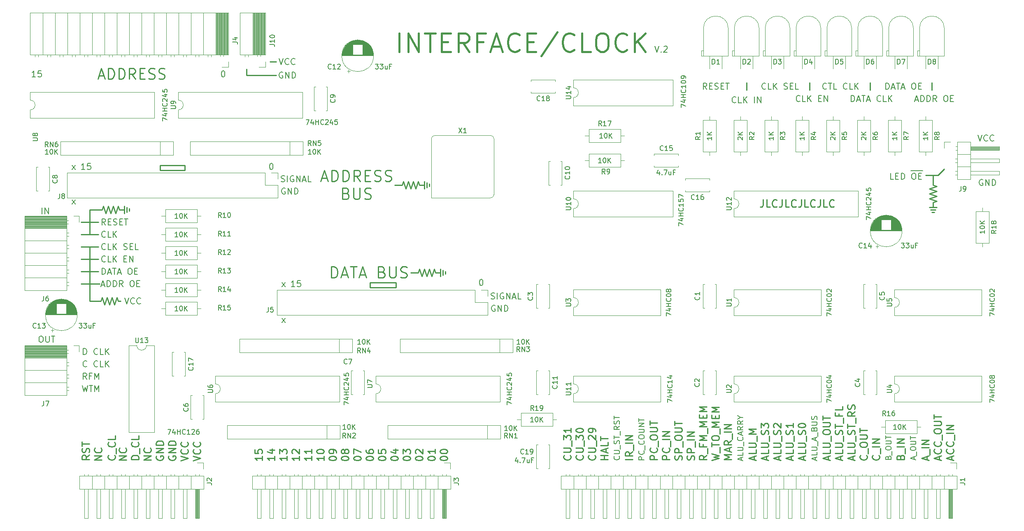
<source format=gto>
G04 #@! TF.GenerationSoftware,KiCad,Pcbnew,(5.1.5)-3*
G04 #@! TF.CreationDate,2022-12-08T21:37:01-08:00*
G04 #@! TF.ProjectId,interface_clock,696e7465-7266-4616-9365-5f636c6f636b,rev?*
G04 #@! TF.SameCoordinates,Original*
G04 #@! TF.FileFunction,Legend,Top*
G04 #@! TF.FilePolarity,Positive*
%FSLAX46Y46*%
G04 Gerber Fmt 4.6, Leading zero omitted, Abs format (unit mm)*
G04 Created by KiCad (PCBNEW (5.1.5)-3) date 2022-12-08 21:37:01*
%MOMM*%
%LPD*%
G04 APERTURE LIST*
%ADD10C,0.203200*%
%ADD11C,0.254000*%
%ADD12C,0.381000*%
%ADD13C,0.279400*%
%ADD14C,0.120000*%
%ADD15C,0.150000*%
%ADD16C,0.250000*%
%ADD17C,0.177800*%
%ADD18O,1.802000X1.802000*%
%ADD19R,1.802000X1.802000*%
%ADD20O,1.702000X1.702000*%
%ADD21R,1.702000X1.702000*%
%ADD22C,1.702000*%
%ADD23C,1.902000*%
%ADD24R,1.902000X1.902000*%
G04 APERTURE END LIST*
D10*
X180533523Y-57724523D02*
X180956857Y-58994523D01*
X181380190Y-57724523D01*
X181803523Y-58873571D02*
X181864000Y-58934047D01*
X181803523Y-58994523D01*
X181743047Y-58934047D01*
X181803523Y-58873571D01*
X181803523Y-58994523D01*
X182347809Y-57845476D02*
X182408285Y-57785000D01*
X182529238Y-57724523D01*
X182831619Y-57724523D01*
X182952571Y-57785000D01*
X183013047Y-57845476D01*
X183073523Y-57966428D01*
X183073523Y-58087380D01*
X183013047Y-58268809D01*
X182287333Y-58994523D01*
X183073523Y-58994523D01*
X60627380Y-90236523D02*
X61292619Y-89389857D01*
X60627380Y-89389857D02*
X61292619Y-90236523D01*
X103807380Y-114620523D02*
X104472619Y-113773857D01*
X103807380Y-113773857D02*
X104472619Y-114620523D01*
X146836190Y-109734047D02*
X147017619Y-109794523D01*
X147320000Y-109794523D01*
X147440952Y-109734047D01*
X147501428Y-109673571D01*
X147561904Y-109552619D01*
X147561904Y-109431666D01*
X147501428Y-109310714D01*
X147440952Y-109250238D01*
X147320000Y-109189761D01*
X147078095Y-109129285D01*
X146957142Y-109068809D01*
X146896666Y-109008333D01*
X146836190Y-108887380D01*
X146836190Y-108766428D01*
X146896666Y-108645476D01*
X146957142Y-108585000D01*
X147078095Y-108524523D01*
X147380476Y-108524523D01*
X147561904Y-108585000D01*
X148106190Y-109794523D02*
X148106190Y-108524523D01*
X149376190Y-108585000D02*
X149255238Y-108524523D01*
X149073809Y-108524523D01*
X148892380Y-108585000D01*
X148771428Y-108705952D01*
X148710952Y-108826904D01*
X148650476Y-109068809D01*
X148650476Y-109250238D01*
X148710952Y-109492142D01*
X148771428Y-109613095D01*
X148892380Y-109734047D01*
X149073809Y-109794523D01*
X149194761Y-109794523D01*
X149376190Y-109734047D01*
X149436666Y-109673571D01*
X149436666Y-109250238D01*
X149194761Y-109250238D01*
X149980952Y-109794523D02*
X149980952Y-108524523D01*
X150706666Y-109794523D01*
X150706666Y-108524523D01*
X151250952Y-109431666D02*
X151855714Y-109431666D01*
X151130000Y-109794523D02*
X151553333Y-108524523D01*
X151976666Y-109794523D01*
X153004761Y-109794523D02*
X152400000Y-109794523D01*
X152400000Y-108524523D01*
X147622380Y-111125000D02*
X147501428Y-111064523D01*
X147320000Y-111064523D01*
X147138571Y-111125000D01*
X147017619Y-111245952D01*
X146957142Y-111366904D01*
X146896666Y-111608809D01*
X146896666Y-111790238D01*
X146957142Y-112032142D01*
X147017619Y-112153095D01*
X147138571Y-112274047D01*
X147320000Y-112334523D01*
X147440952Y-112334523D01*
X147622380Y-112274047D01*
X147682857Y-112213571D01*
X147682857Y-111790238D01*
X147440952Y-111790238D01*
X148227142Y-112334523D02*
X148227142Y-111064523D01*
X148952857Y-112334523D01*
X148952857Y-111064523D01*
X149557619Y-112334523D02*
X149557619Y-111064523D01*
X149860000Y-111064523D01*
X150041428Y-111125000D01*
X150162380Y-111245952D01*
X150222857Y-111366904D01*
X150283333Y-111608809D01*
X150283333Y-111790238D01*
X150222857Y-112032142D01*
X150162380Y-112153095D01*
X150041428Y-112274047D01*
X149860000Y-112334523D01*
X149557619Y-112334523D01*
X104442380Y-86995000D02*
X104321428Y-86934523D01*
X104140000Y-86934523D01*
X103958571Y-86995000D01*
X103837619Y-87115952D01*
X103777142Y-87236904D01*
X103716666Y-87478809D01*
X103716666Y-87660238D01*
X103777142Y-87902142D01*
X103837619Y-88023095D01*
X103958571Y-88144047D01*
X104140000Y-88204523D01*
X104260952Y-88204523D01*
X104442380Y-88144047D01*
X104502857Y-88083571D01*
X104502857Y-87660238D01*
X104260952Y-87660238D01*
X105047142Y-88204523D02*
X105047142Y-86934523D01*
X105772857Y-88204523D01*
X105772857Y-86934523D01*
X106377619Y-88204523D02*
X106377619Y-86934523D01*
X106680000Y-86934523D01*
X106861428Y-86995000D01*
X106982380Y-87115952D01*
X107042857Y-87236904D01*
X107103333Y-87478809D01*
X107103333Y-87660238D01*
X107042857Y-87902142D01*
X106982380Y-88023095D01*
X106861428Y-88144047D01*
X106680000Y-88204523D01*
X106377619Y-88204523D01*
X103656190Y-85604047D02*
X103837619Y-85664523D01*
X104140000Y-85664523D01*
X104260952Y-85604047D01*
X104321428Y-85543571D01*
X104381904Y-85422619D01*
X104381904Y-85301666D01*
X104321428Y-85180714D01*
X104260952Y-85120238D01*
X104140000Y-85059761D01*
X103898095Y-84999285D01*
X103777142Y-84938809D01*
X103716666Y-84878333D01*
X103656190Y-84757380D01*
X103656190Y-84636428D01*
X103716666Y-84515476D01*
X103777142Y-84455000D01*
X103898095Y-84394523D01*
X104200476Y-84394523D01*
X104381904Y-84455000D01*
X104926190Y-85664523D02*
X104926190Y-84394523D01*
X106196190Y-84455000D02*
X106075238Y-84394523D01*
X105893809Y-84394523D01*
X105712380Y-84455000D01*
X105591428Y-84575952D01*
X105530952Y-84696904D01*
X105470476Y-84938809D01*
X105470476Y-85120238D01*
X105530952Y-85362142D01*
X105591428Y-85483095D01*
X105712380Y-85604047D01*
X105893809Y-85664523D01*
X106014761Y-85664523D01*
X106196190Y-85604047D01*
X106256666Y-85543571D01*
X106256666Y-85120238D01*
X106014761Y-85120238D01*
X106800952Y-85664523D02*
X106800952Y-84394523D01*
X107526666Y-85664523D01*
X107526666Y-84394523D01*
X108070952Y-85301666D02*
X108675714Y-85301666D01*
X107950000Y-85664523D02*
X108373333Y-84394523D01*
X108796666Y-85664523D01*
X109824761Y-85664523D02*
X109220000Y-85664523D01*
X109220000Y-84394523D01*
X60627380Y-83124523D02*
X61292619Y-82277857D01*
X60627380Y-82277857D02*
X61292619Y-83124523D01*
X103807380Y-107254523D02*
X104472619Y-106407857D01*
X103807380Y-106407857D02*
X104472619Y-107254523D01*
D11*
X121920000Y-106426000D02*
X121920000Y-107442000D01*
X127254000Y-106426000D02*
X121920000Y-106426000D01*
X127254000Y-107442000D02*
X127254000Y-106426000D01*
X121920000Y-107442000D02*
X127254000Y-107442000D01*
X78740000Y-82296000D02*
X78740000Y-83312000D01*
X83820000Y-82296000D02*
X78740000Y-82296000D01*
X83820000Y-83312000D02*
X83820000Y-82296000D01*
X78740000Y-83312000D02*
X83820000Y-83312000D01*
X136906000Y-104902000D02*
X136906000Y-103886000D01*
X132080000Y-103632000D02*
X131826000Y-104394000D01*
X133096000Y-103632000D02*
X133604000Y-105156000D01*
X134112000Y-103632000D02*
X134620000Y-105156000D01*
X135382000Y-104394000D02*
X136398000Y-104394000D01*
X135128000Y-103632000D02*
X134620000Y-105156000D01*
X137414000Y-104648000D02*
X137414000Y-104140000D01*
X136398000Y-105156000D02*
X136398000Y-103632000D01*
X133604000Y-105156000D02*
X134112000Y-103632000D01*
X131826000Y-104394000D02*
X130302000Y-104394000D01*
X132080000Y-103632000D02*
X132588000Y-105156000D01*
X135382000Y-104394000D02*
X135128000Y-103632000D01*
X132588000Y-105156000D02*
X133096000Y-103632000D01*
X133604000Y-86868000D02*
X133604000Y-85852000D01*
X128778000Y-85598000D02*
X128524000Y-86360000D01*
X129794000Y-85598000D02*
X130302000Y-87122000D01*
X130810000Y-85598000D02*
X131318000Y-87122000D01*
X132080000Y-86360000D02*
X133096000Y-86360000D01*
X131826000Y-85598000D02*
X131318000Y-87122000D01*
X134112000Y-86614000D02*
X134112000Y-86106000D01*
X133096000Y-87122000D02*
X133096000Y-85598000D01*
X130302000Y-87122000D02*
X130810000Y-85598000D01*
X128524000Y-86360000D02*
X127000000Y-86360000D01*
X128778000Y-85598000D02*
X129286000Y-87122000D01*
X132080000Y-86360000D02*
X131826000Y-85598000D01*
X129286000Y-87122000D02*
X129794000Y-85598000D01*
D10*
X71458666Y-109540523D02*
X71882000Y-110810523D01*
X72305333Y-109540523D01*
X73454380Y-110689571D02*
X73393904Y-110750047D01*
X73212476Y-110810523D01*
X73091523Y-110810523D01*
X72910095Y-110750047D01*
X72789142Y-110629095D01*
X72728666Y-110508142D01*
X72668190Y-110266238D01*
X72668190Y-110084809D01*
X72728666Y-109842904D01*
X72789142Y-109721952D01*
X72910095Y-109601000D01*
X73091523Y-109540523D01*
X73212476Y-109540523D01*
X73393904Y-109601000D01*
X73454380Y-109661476D01*
X74724380Y-110689571D02*
X74663904Y-110750047D01*
X74482476Y-110810523D01*
X74361523Y-110810523D01*
X74180095Y-110750047D01*
X74059142Y-110629095D01*
X73998666Y-110508142D01*
X73938190Y-110266238D01*
X73938190Y-110084809D01*
X73998666Y-109842904D01*
X74059142Y-109721952D01*
X74180095Y-109601000D01*
X74361523Y-109540523D01*
X74482476Y-109540523D01*
X74663904Y-109601000D01*
X74724380Y-109661476D01*
D11*
X66802000Y-109474000D02*
X66548000Y-110236000D01*
X67818000Y-109474000D02*
X68326000Y-110998000D01*
X68834000Y-109474000D02*
X69342000Y-110998000D01*
X70104000Y-110236000D02*
X70612000Y-110236000D01*
X69850000Y-109474000D02*
X69342000Y-110998000D01*
X68326000Y-110998000D02*
X68834000Y-109474000D01*
X66548000Y-110236000D02*
X64262000Y-110236000D01*
X66802000Y-109474000D02*
X67310000Y-110998000D01*
X70104000Y-110236000D02*
X69850000Y-109474000D01*
X67310000Y-110998000D02*
X67818000Y-109474000D01*
X64262000Y-91440000D02*
X64262000Y-91440000D01*
X66802000Y-91440000D02*
X64262000Y-91440000D01*
X71374000Y-92202000D02*
X71374000Y-90678000D01*
X71882000Y-91948000D02*
X71882000Y-90932000D01*
X70358000Y-91440000D02*
X71374000Y-91440000D01*
X70104000Y-90678000D02*
X69596000Y-92202000D01*
X72390000Y-91694000D02*
X72390000Y-91186000D01*
X70358000Y-91440000D02*
X70104000Y-90678000D01*
X67056000Y-90678000D02*
X66802000Y-91440000D01*
X67056000Y-90678000D02*
X67564000Y-92202000D01*
X68580000Y-92202000D02*
X69088000Y-90678000D01*
X69088000Y-90678000D02*
X69596000Y-92202000D01*
X68072000Y-90678000D02*
X68580000Y-92202000D01*
X67564000Y-92202000D02*
X68072000Y-90678000D01*
X64262000Y-96520000D02*
X64262000Y-91440000D01*
X64262000Y-99060000D02*
X64262000Y-110236000D01*
X66294000Y-106680000D02*
X62484000Y-106680000D01*
X62484000Y-104140000D02*
X66040000Y-104140000D01*
X66040000Y-101600000D02*
X62484000Y-101600000D01*
X62484000Y-99060000D02*
X66040000Y-99060000D01*
X66040000Y-96520000D02*
X62484000Y-96520000D01*
X62484000Y-93980000D02*
X66040000Y-93980000D01*
X238760000Y-84328000D02*
X236220000Y-84328000D01*
X237744000Y-86360000D02*
X237744000Y-84328000D01*
X237744000Y-89916000D02*
X237744000Y-90932000D01*
X237490000Y-91948000D02*
X237998000Y-91948000D01*
X237236000Y-91440000D02*
X238252000Y-91440000D01*
X236982000Y-90932000D02*
X238506000Y-90932000D01*
X237744000Y-89916000D02*
X238506000Y-89662000D01*
X238506000Y-89662000D02*
X236982000Y-89154000D01*
X238506000Y-86614000D02*
X237744000Y-86360000D01*
X238506000Y-88646000D02*
X236982000Y-89154000D01*
X236982000Y-88138000D02*
X238506000Y-88646000D01*
X238506000Y-87630000D02*
X236982000Y-88138000D01*
X236982000Y-87122000D02*
X238506000Y-87630000D01*
X238506000Y-86614000D02*
X236982000Y-87122000D01*
D12*
X127943428Y-58873571D02*
X127943428Y-55063571D01*
X129757714Y-58873571D02*
X129757714Y-55063571D01*
X131934857Y-58873571D01*
X131934857Y-55063571D01*
X133204857Y-55063571D02*
X135382000Y-55063571D01*
X134293428Y-58873571D02*
X134293428Y-55063571D01*
X136652000Y-56877857D02*
X137922000Y-56877857D01*
X138466285Y-58873571D02*
X136652000Y-58873571D01*
X136652000Y-55063571D01*
X138466285Y-55063571D01*
X142276285Y-58873571D02*
X141006285Y-57059285D01*
X140099142Y-58873571D02*
X140099142Y-55063571D01*
X141550571Y-55063571D01*
X141913428Y-55245000D01*
X142094857Y-55426428D01*
X142276285Y-55789285D01*
X142276285Y-56333571D01*
X142094857Y-56696428D01*
X141913428Y-56877857D01*
X141550571Y-57059285D01*
X140099142Y-57059285D01*
X145179142Y-56877857D02*
X143909142Y-56877857D01*
X143909142Y-58873571D02*
X143909142Y-55063571D01*
X145723428Y-55063571D01*
X146993428Y-57785000D02*
X148807714Y-57785000D01*
X146630571Y-58873571D02*
X147900571Y-55063571D01*
X149170571Y-58873571D01*
X152617714Y-58510714D02*
X152436285Y-58692142D01*
X151892000Y-58873571D01*
X151529142Y-58873571D01*
X150984857Y-58692142D01*
X150622000Y-58329285D01*
X150440571Y-57966428D01*
X150259142Y-57240714D01*
X150259142Y-56696428D01*
X150440571Y-55970714D01*
X150622000Y-55607857D01*
X150984857Y-55245000D01*
X151529142Y-55063571D01*
X151892000Y-55063571D01*
X152436285Y-55245000D01*
X152617714Y-55426428D01*
X154250571Y-56877857D02*
X155520571Y-56877857D01*
X156064857Y-58873571D02*
X154250571Y-58873571D01*
X154250571Y-55063571D01*
X156064857Y-55063571D01*
X160419142Y-54882142D02*
X157153428Y-59780714D01*
X163866285Y-58510714D02*
X163684857Y-58692142D01*
X163140571Y-58873571D01*
X162777714Y-58873571D01*
X162233428Y-58692142D01*
X161870571Y-58329285D01*
X161689142Y-57966428D01*
X161507714Y-57240714D01*
X161507714Y-56696428D01*
X161689142Y-55970714D01*
X161870571Y-55607857D01*
X162233428Y-55245000D01*
X162777714Y-55063571D01*
X163140571Y-55063571D01*
X163684857Y-55245000D01*
X163866285Y-55426428D01*
X167313428Y-58873571D02*
X165499142Y-58873571D01*
X165499142Y-55063571D01*
X169309142Y-55063571D02*
X170034857Y-55063571D01*
X170397714Y-55245000D01*
X170760571Y-55607857D01*
X170942000Y-56333571D01*
X170942000Y-57603571D01*
X170760571Y-58329285D01*
X170397714Y-58692142D01*
X170034857Y-58873571D01*
X169309142Y-58873571D01*
X168946285Y-58692142D01*
X168583428Y-58329285D01*
X168402000Y-57603571D01*
X168402000Y-56333571D01*
X168583428Y-55607857D01*
X168946285Y-55245000D01*
X169309142Y-55063571D01*
X174752000Y-58510714D02*
X174570571Y-58692142D01*
X174026285Y-58873571D01*
X173663428Y-58873571D01*
X173119142Y-58692142D01*
X172756285Y-58329285D01*
X172574857Y-57966428D01*
X172393428Y-57240714D01*
X172393428Y-56696428D01*
X172574857Y-55970714D01*
X172756285Y-55607857D01*
X173119142Y-55245000D01*
X173663428Y-55063571D01*
X174026285Y-55063571D01*
X174570571Y-55245000D01*
X174752000Y-55426428D01*
X176384857Y-58873571D02*
X176384857Y-55063571D01*
X178562000Y-58873571D02*
X176929142Y-56696428D01*
X178562000Y-55063571D02*
X176384857Y-57240714D01*
D11*
X237490000Y-66802000D02*
X237490000Y-65278000D01*
X224790000Y-66802000D02*
X224790000Y-65278000D01*
X212344000Y-66802000D02*
X212344000Y-65278000D01*
X199390000Y-66802000D02*
X199390000Y-65278000D01*
D10*
X234067047Y-68791666D02*
X234671809Y-68791666D01*
X233946095Y-69154523D02*
X234369428Y-67884523D01*
X234792761Y-69154523D01*
X235216095Y-69154523D02*
X235216095Y-67884523D01*
X235518476Y-67884523D01*
X235699904Y-67945000D01*
X235820857Y-68065952D01*
X235881333Y-68186904D01*
X235941809Y-68428809D01*
X235941809Y-68610238D01*
X235881333Y-68852142D01*
X235820857Y-68973095D01*
X235699904Y-69094047D01*
X235518476Y-69154523D01*
X235216095Y-69154523D01*
X236486095Y-69154523D02*
X236486095Y-67884523D01*
X236788476Y-67884523D01*
X236969904Y-67945000D01*
X237090857Y-68065952D01*
X237151333Y-68186904D01*
X237211809Y-68428809D01*
X237211809Y-68610238D01*
X237151333Y-68852142D01*
X237090857Y-68973095D01*
X236969904Y-69094047D01*
X236788476Y-69154523D01*
X236486095Y-69154523D01*
X238481809Y-69154523D02*
X238058476Y-68549761D01*
X237756095Y-69154523D02*
X237756095Y-67884523D01*
X238239904Y-67884523D01*
X238360857Y-67945000D01*
X238421333Y-68005476D01*
X238481809Y-68126428D01*
X238481809Y-68307857D01*
X238421333Y-68428809D01*
X238360857Y-68489285D01*
X238239904Y-68549761D01*
X237756095Y-68549761D01*
X240235619Y-67884523D02*
X240477523Y-67884523D01*
X240598476Y-67945000D01*
X240719428Y-68065952D01*
X240779904Y-68307857D01*
X240779904Y-68731190D01*
X240719428Y-68973095D01*
X240598476Y-69094047D01*
X240477523Y-69154523D01*
X240235619Y-69154523D01*
X240114666Y-69094047D01*
X239993714Y-68973095D01*
X239933238Y-68731190D01*
X239933238Y-68307857D01*
X239993714Y-68065952D01*
X240114666Y-67945000D01*
X240235619Y-67884523D01*
X241324190Y-68489285D02*
X241747523Y-68489285D01*
X241928952Y-69154523D02*
X241324190Y-69154523D01*
X241324190Y-67884523D01*
X241928952Y-67884523D01*
X228019428Y-66614523D02*
X228019428Y-65344523D01*
X228321809Y-65344523D01*
X228503238Y-65405000D01*
X228624190Y-65525952D01*
X228684666Y-65646904D01*
X228745142Y-65888809D01*
X228745142Y-66070238D01*
X228684666Y-66312142D01*
X228624190Y-66433095D01*
X228503238Y-66554047D01*
X228321809Y-66614523D01*
X228019428Y-66614523D01*
X229228952Y-66251666D02*
X229833714Y-66251666D01*
X229108000Y-66614523D02*
X229531333Y-65344523D01*
X229954666Y-66614523D01*
X230196571Y-65344523D02*
X230922285Y-65344523D01*
X230559428Y-66614523D02*
X230559428Y-65344523D01*
X231285142Y-66251666D02*
X231889904Y-66251666D01*
X231164190Y-66614523D02*
X231587523Y-65344523D01*
X232010857Y-66614523D01*
X233643714Y-65344523D02*
X233885619Y-65344523D01*
X234006571Y-65405000D01*
X234127523Y-65525952D01*
X234188000Y-65767857D01*
X234188000Y-66191190D01*
X234127523Y-66433095D01*
X234006571Y-66554047D01*
X233885619Y-66614523D01*
X233643714Y-66614523D01*
X233522761Y-66554047D01*
X233401809Y-66433095D01*
X233341333Y-66191190D01*
X233341333Y-65767857D01*
X233401809Y-65525952D01*
X233522761Y-65405000D01*
X233643714Y-65344523D01*
X234732285Y-65949285D02*
X235155619Y-65949285D01*
X235337047Y-66614523D02*
X234732285Y-66614523D01*
X234732285Y-65344523D01*
X235337047Y-65344523D01*
X220871142Y-69154523D02*
X220871142Y-67884523D01*
X221173523Y-67884523D01*
X221354952Y-67945000D01*
X221475904Y-68065952D01*
X221536380Y-68186904D01*
X221596857Y-68428809D01*
X221596857Y-68610238D01*
X221536380Y-68852142D01*
X221475904Y-68973095D01*
X221354952Y-69094047D01*
X221173523Y-69154523D01*
X220871142Y-69154523D01*
X222080666Y-68791666D02*
X222685428Y-68791666D01*
X221959714Y-69154523D02*
X222383047Y-67884523D01*
X222806380Y-69154523D01*
X223048285Y-67884523D02*
X223774000Y-67884523D01*
X223411142Y-69154523D02*
X223411142Y-67884523D01*
X224136857Y-68791666D02*
X224741619Y-68791666D01*
X224015904Y-69154523D02*
X224439238Y-67884523D01*
X224862571Y-69154523D01*
X226979238Y-69033571D02*
X226918761Y-69094047D01*
X226737333Y-69154523D01*
X226616380Y-69154523D01*
X226434952Y-69094047D01*
X226314000Y-68973095D01*
X226253523Y-68852142D01*
X226193047Y-68610238D01*
X226193047Y-68428809D01*
X226253523Y-68186904D01*
X226314000Y-68065952D01*
X226434952Y-67945000D01*
X226616380Y-67884523D01*
X226737333Y-67884523D01*
X226918761Y-67945000D01*
X226979238Y-68005476D01*
X228128285Y-69154523D02*
X227523523Y-69154523D01*
X227523523Y-67884523D01*
X228551619Y-69154523D02*
X228551619Y-67884523D01*
X229277333Y-69154523D02*
X228733047Y-68428809D01*
X229277333Y-67884523D02*
X228551619Y-68610238D01*
X215821380Y-66493571D02*
X215760904Y-66554047D01*
X215579476Y-66614523D01*
X215458523Y-66614523D01*
X215277095Y-66554047D01*
X215156142Y-66433095D01*
X215095666Y-66312142D01*
X215035190Y-66070238D01*
X215035190Y-65888809D01*
X215095666Y-65646904D01*
X215156142Y-65525952D01*
X215277095Y-65405000D01*
X215458523Y-65344523D01*
X215579476Y-65344523D01*
X215760904Y-65405000D01*
X215821380Y-65465476D01*
X216184238Y-65344523D02*
X216909952Y-65344523D01*
X216547095Y-66614523D02*
X216547095Y-65344523D01*
X217938047Y-66614523D02*
X217333285Y-66614523D01*
X217333285Y-65344523D01*
X220054714Y-66493571D02*
X219994238Y-66554047D01*
X219812809Y-66614523D01*
X219691857Y-66614523D01*
X219510428Y-66554047D01*
X219389476Y-66433095D01*
X219329000Y-66312142D01*
X219268523Y-66070238D01*
X219268523Y-65888809D01*
X219329000Y-65646904D01*
X219389476Y-65525952D01*
X219510428Y-65405000D01*
X219691857Y-65344523D01*
X219812809Y-65344523D01*
X219994238Y-65405000D01*
X220054714Y-65465476D01*
X221203761Y-66614523D02*
X220599000Y-66614523D01*
X220599000Y-65344523D01*
X221627095Y-66614523D02*
X221627095Y-65344523D01*
X222352809Y-66614523D02*
X221808523Y-65888809D01*
X222352809Y-65344523D02*
X221627095Y-66070238D01*
X210372476Y-69033571D02*
X210312000Y-69094047D01*
X210130571Y-69154523D01*
X210009619Y-69154523D01*
X209828190Y-69094047D01*
X209707238Y-68973095D01*
X209646761Y-68852142D01*
X209586285Y-68610238D01*
X209586285Y-68428809D01*
X209646761Y-68186904D01*
X209707238Y-68065952D01*
X209828190Y-67945000D01*
X210009619Y-67884523D01*
X210130571Y-67884523D01*
X210312000Y-67945000D01*
X210372476Y-68005476D01*
X211521523Y-69154523D02*
X210916761Y-69154523D01*
X210916761Y-67884523D01*
X211944857Y-69154523D02*
X211944857Y-67884523D01*
X212670571Y-69154523D02*
X212126285Y-68428809D01*
X212670571Y-67884523D02*
X211944857Y-68610238D01*
X214182476Y-68489285D02*
X214605809Y-68489285D01*
X214787238Y-69154523D02*
X214182476Y-69154523D01*
X214182476Y-67884523D01*
X214787238Y-67884523D01*
X215331523Y-69154523D02*
X215331523Y-67884523D01*
X216057238Y-69154523D01*
X216057238Y-67884523D01*
X203314904Y-66493571D02*
X203254428Y-66554047D01*
X203073000Y-66614523D01*
X202952047Y-66614523D01*
X202770619Y-66554047D01*
X202649666Y-66433095D01*
X202589190Y-66312142D01*
X202528714Y-66070238D01*
X202528714Y-65888809D01*
X202589190Y-65646904D01*
X202649666Y-65525952D01*
X202770619Y-65405000D01*
X202952047Y-65344523D01*
X203073000Y-65344523D01*
X203254428Y-65405000D01*
X203314904Y-65465476D01*
X204463952Y-66614523D02*
X203859190Y-66614523D01*
X203859190Y-65344523D01*
X204887285Y-66614523D02*
X204887285Y-65344523D01*
X205613000Y-66614523D02*
X205068714Y-65888809D01*
X205613000Y-65344523D02*
X204887285Y-66070238D01*
X207064428Y-66554047D02*
X207245857Y-66614523D01*
X207548238Y-66614523D01*
X207669190Y-66554047D01*
X207729666Y-66493571D01*
X207790142Y-66372619D01*
X207790142Y-66251666D01*
X207729666Y-66130714D01*
X207669190Y-66070238D01*
X207548238Y-66009761D01*
X207306333Y-65949285D01*
X207185380Y-65888809D01*
X207124904Y-65828333D01*
X207064428Y-65707380D01*
X207064428Y-65586428D01*
X207124904Y-65465476D01*
X207185380Y-65405000D01*
X207306333Y-65344523D01*
X207608714Y-65344523D01*
X207790142Y-65405000D01*
X208334428Y-65949285D02*
X208757761Y-65949285D01*
X208939190Y-66614523D02*
X208334428Y-66614523D01*
X208334428Y-65344523D01*
X208939190Y-65344523D01*
X210088238Y-66614523D02*
X209483476Y-66614523D01*
X209483476Y-65344523D01*
X197182619Y-69287571D02*
X197122142Y-69348047D01*
X196940714Y-69408523D01*
X196819761Y-69408523D01*
X196638333Y-69348047D01*
X196517380Y-69227095D01*
X196456904Y-69106142D01*
X196396428Y-68864238D01*
X196396428Y-68682809D01*
X196456904Y-68440904D01*
X196517380Y-68319952D01*
X196638333Y-68199000D01*
X196819761Y-68138523D01*
X196940714Y-68138523D01*
X197122142Y-68199000D01*
X197182619Y-68259476D01*
X198331666Y-69408523D02*
X197726904Y-69408523D01*
X197726904Y-68138523D01*
X198755000Y-69408523D02*
X198755000Y-68138523D01*
X199480714Y-69408523D02*
X198936428Y-68682809D01*
X199480714Y-68138523D02*
X198755000Y-68864238D01*
X200992619Y-69408523D02*
X200992619Y-68138523D01*
X201597380Y-69408523D02*
X201597380Y-68138523D01*
X202323095Y-69408523D01*
X202323095Y-68138523D01*
X191195476Y-66614523D02*
X190772142Y-66009761D01*
X190469761Y-66614523D02*
X190469761Y-65344523D01*
X190953571Y-65344523D01*
X191074523Y-65405000D01*
X191135000Y-65465476D01*
X191195476Y-65586428D01*
X191195476Y-65767857D01*
X191135000Y-65888809D01*
X191074523Y-65949285D01*
X190953571Y-66009761D01*
X190469761Y-66009761D01*
X191739761Y-65949285D02*
X192163095Y-65949285D01*
X192344523Y-66614523D02*
X191739761Y-66614523D01*
X191739761Y-65344523D01*
X192344523Y-65344523D01*
X192828333Y-66554047D02*
X193009761Y-66614523D01*
X193312142Y-66614523D01*
X193433095Y-66554047D01*
X193493571Y-66493571D01*
X193554047Y-66372619D01*
X193554047Y-66251666D01*
X193493571Y-66130714D01*
X193433095Y-66070238D01*
X193312142Y-66009761D01*
X193070238Y-65949285D01*
X192949285Y-65888809D01*
X192888809Y-65828333D01*
X192828333Y-65707380D01*
X192828333Y-65586428D01*
X192888809Y-65465476D01*
X192949285Y-65405000D01*
X193070238Y-65344523D01*
X193372619Y-65344523D01*
X193554047Y-65405000D01*
X194098333Y-65949285D02*
X194521666Y-65949285D01*
X194703095Y-66614523D02*
X194098333Y-66614523D01*
X194098333Y-65344523D01*
X194703095Y-65344523D01*
X195065952Y-65344523D02*
X195791666Y-65344523D01*
X195428809Y-66614523D02*
X195428809Y-65344523D01*
X144719523Y-105730523D02*
X144840476Y-105730523D01*
X144961428Y-105791000D01*
X145021904Y-105851476D01*
X145082380Y-105972428D01*
X145142857Y-106214333D01*
X145142857Y-106516714D01*
X145082380Y-106758619D01*
X145021904Y-106879571D01*
X144961428Y-106940047D01*
X144840476Y-107000523D01*
X144719523Y-107000523D01*
X144598571Y-106940047D01*
X144538095Y-106879571D01*
X144477619Y-106758619D01*
X144417142Y-106516714D01*
X144417142Y-106214333D01*
X144477619Y-105972428D01*
X144538095Y-105851476D01*
X144598571Y-105791000D01*
X144719523Y-105730523D01*
X106438095Y-107254523D02*
X105712380Y-107254523D01*
X106075238Y-107254523D02*
X106075238Y-105984523D01*
X105954285Y-106165952D01*
X105833333Y-106286904D01*
X105712380Y-106347380D01*
X107587142Y-105984523D02*
X106982380Y-105984523D01*
X106921904Y-106589285D01*
X106982380Y-106528809D01*
X107103333Y-106468333D01*
X107405714Y-106468333D01*
X107526666Y-106528809D01*
X107587142Y-106589285D01*
X107647619Y-106710238D01*
X107647619Y-107012619D01*
X107587142Y-107133571D01*
X107526666Y-107194047D01*
X107405714Y-107254523D01*
X107103333Y-107254523D01*
X106982380Y-107194047D01*
X106921904Y-107133571D01*
X63258095Y-83124523D02*
X62532380Y-83124523D01*
X62895238Y-83124523D02*
X62895238Y-81854523D01*
X62774285Y-82035952D01*
X62653333Y-82156904D01*
X62532380Y-82217380D01*
X64407142Y-81854523D02*
X63802380Y-81854523D01*
X63741904Y-82459285D01*
X63802380Y-82398809D01*
X63923333Y-82338333D01*
X64225714Y-82338333D01*
X64346666Y-82398809D01*
X64407142Y-82459285D01*
X64467619Y-82580238D01*
X64467619Y-82882619D01*
X64407142Y-83003571D01*
X64346666Y-83064047D01*
X64225714Y-83124523D01*
X63923333Y-83124523D01*
X63802380Y-83064047D01*
X63741904Y-83003571D01*
X101539523Y-81854523D02*
X101660476Y-81854523D01*
X101781428Y-81915000D01*
X101841904Y-81975476D01*
X101902380Y-82096428D01*
X101962857Y-82338333D01*
X101962857Y-82640714D01*
X101902380Y-82882619D01*
X101841904Y-83003571D01*
X101781428Y-83064047D01*
X101660476Y-83124523D01*
X101539523Y-83124523D01*
X101418571Y-83064047D01*
X101358095Y-83003571D01*
X101297619Y-82882619D01*
X101237142Y-82640714D01*
X101237142Y-82338333D01*
X101297619Y-82096428D01*
X101358095Y-81975476D01*
X101418571Y-81915000D01*
X101539523Y-81854523D01*
D11*
X113937142Y-105428142D02*
X113937142Y-103142142D01*
X114481428Y-103142142D01*
X114808000Y-103251000D01*
X115025714Y-103468714D01*
X115134571Y-103686428D01*
X115243428Y-104121857D01*
X115243428Y-104448428D01*
X115134571Y-104883857D01*
X115025714Y-105101571D01*
X114808000Y-105319285D01*
X114481428Y-105428142D01*
X113937142Y-105428142D01*
X116114285Y-104775000D02*
X117202857Y-104775000D01*
X115896571Y-105428142D02*
X116658571Y-103142142D01*
X117420571Y-105428142D01*
X117856000Y-103142142D02*
X119162285Y-103142142D01*
X118509142Y-105428142D02*
X118509142Y-103142142D01*
X119815428Y-104775000D02*
X120904000Y-104775000D01*
X119597714Y-105428142D02*
X120359714Y-103142142D01*
X121121714Y-105428142D01*
X124387428Y-104230714D02*
X124714000Y-104339571D01*
X124822857Y-104448428D01*
X124931714Y-104666142D01*
X124931714Y-104992714D01*
X124822857Y-105210428D01*
X124714000Y-105319285D01*
X124496285Y-105428142D01*
X123625428Y-105428142D01*
X123625428Y-103142142D01*
X124387428Y-103142142D01*
X124605142Y-103251000D01*
X124714000Y-103359857D01*
X124822857Y-103577571D01*
X124822857Y-103795285D01*
X124714000Y-104013000D01*
X124605142Y-104121857D01*
X124387428Y-104230714D01*
X123625428Y-104230714D01*
X125911428Y-103142142D02*
X125911428Y-104992714D01*
X126020285Y-105210428D01*
X126129142Y-105319285D01*
X126346857Y-105428142D01*
X126782285Y-105428142D01*
X127000000Y-105319285D01*
X127108857Y-105210428D01*
X127217714Y-104992714D01*
X127217714Y-103142142D01*
X128197428Y-105319285D02*
X128524000Y-105428142D01*
X129068285Y-105428142D01*
X129286000Y-105319285D01*
X129394857Y-105210428D01*
X129503714Y-104992714D01*
X129503714Y-104775000D01*
X129394857Y-104557285D01*
X129286000Y-104448428D01*
X129068285Y-104339571D01*
X128632857Y-104230714D01*
X128415142Y-104121857D01*
X128306285Y-104013000D01*
X128197428Y-103795285D01*
X128197428Y-103577571D01*
X128306285Y-103359857D01*
X128415142Y-103251000D01*
X128632857Y-103142142D01*
X129177142Y-103142142D01*
X129503714Y-103251000D01*
X111941428Y-84899500D02*
X113030000Y-84899500D01*
X111723714Y-85552642D02*
X112485714Y-83266642D01*
X113247714Y-85552642D01*
X114009714Y-85552642D02*
X114009714Y-83266642D01*
X114554000Y-83266642D01*
X114880571Y-83375500D01*
X115098285Y-83593214D01*
X115207142Y-83810928D01*
X115316000Y-84246357D01*
X115316000Y-84572928D01*
X115207142Y-85008357D01*
X115098285Y-85226071D01*
X114880571Y-85443785D01*
X114554000Y-85552642D01*
X114009714Y-85552642D01*
X116295714Y-85552642D02*
X116295714Y-83266642D01*
X116840000Y-83266642D01*
X117166571Y-83375500D01*
X117384285Y-83593214D01*
X117493142Y-83810928D01*
X117602000Y-84246357D01*
X117602000Y-84572928D01*
X117493142Y-85008357D01*
X117384285Y-85226071D01*
X117166571Y-85443785D01*
X116840000Y-85552642D01*
X116295714Y-85552642D01*
X119888000Y-85552642D02*
X119126000Y-84464071D01*
X118581714Y-85552642D02*
X118581714Y-83266642D01*
X119452571Y-83266642D01*
X119670285Y-83375500D01*
X119779142Y-83484357D01*
X119888000Y-83702071D01*
X119888000Y-84028642D01*
X119779142Y-84246357D01*
X119670285Y-84355214D01*
X119452571Y-84464071D01*
X118581714Y-84464071D01*
X120867714Y-84355214D02*
X121629714Y-84355214D01*
X121956285Y-85552642D02*
X120867714Y-85552642D01*
X120867714Y-83266642D01*
X121956285Y-83266642D01*
X122827142Y-85443785D02*
X123153714Y-85552642D01*
X123698000Y-85552642D01*
X123915714Y-85443785D01*
X124024571Y-85334928D01*
X124133428Y-85117214D01*
X124133428Y-84899500D01*
X124024571Y-84681785D01*
X123915714Y-84572928D01*
X123698000Y-84464071D01*
X123262571Y-84355214D01*
X123044857Y-84246357D01*
X122936000Y-84137500D01*
X122827142Y-83919785D01*
X122827142Y-83702071D01*
X122936000Y-83484357D01*
X123044857Y-83375500D01*
X123262571Y-83266642D01*
X123806857Y-83266642D01*
X124133428Y-83375500D01*
X125004285Y-85443785D02*
X125330857Y-85552642D01*
X125875142Y-85552642D01*
X126092857Y-85443785D01*
X126201714Y-85334928D01*
X126310571Y-85117214D01*
X126310571Y-84899500D01*
X126201714Y-84681785D01*
X126092857Y-84572928D01*
X125875142Y-84464071D01*
X125439714Y-84355214D01*
X125222000Y-84246357D01*
X125113142Y-84137500D01*
X125004285Y-83919785D01*
X125004285Y-83702071D01*
X125113142Y-83484357D01*
X125222000Y-83375500D01*
X125439714Y-83266642D01*
X125984000Y-83266642D01*
X126310571Y-83375500D01*
X117003285Y-88038214D02*
X117329857Y-88147071D01*
X117438714Y-88255928D01*
X117547571Y-88473642D01*
X117547571Y-88800214D01*
X117438714Y-89017928D01*
X117329857Y-89126785D01*
X117112142Y-89235642D01*
X116241285Y-89235642D01*
X116241285Y-86949642D01*
X117003285Y-86949642D01*
X117221000Y-87058500D01*
X117329857Y-87167357D01*
X117438714Y-87385071D01*
X117438714Y-87602785D01*
X117329857Y-87820500D01*
X117221000Y-87929357D01*
X117003285Y-88038214D01*
X116241285Y-88038214D01*
X118527285Y-86949642D02*
X118527285Y-88800214D01*
X118636142Y-89017928D01*
X118745000Y-89126785D01*
X118962714Y-89235642D01*
X119398142Y-89235642D01*
X119615857Y-89126785D01*
X119724714Y-89017928D01*
X119833571Y-88800214D01*
X119833571Y-86949642D01*
X120813285Y-89126785D02*
X121139857Y-89235642D01*
X121684142Y-89235642D01*
X121901857Y-89126785D01*
X122010714Y-89017928D01*
X122119571Y-88800214D01*
X122119571Y-88582500D01*
X122010714Y-88364785D01*
X121901857Y-88255928D01*
X121684142Y-88147071D01*
X121248714Y-88038214D01*
X121031000Y-87929357D01*
X120922142Y-87820500D01*
X120813285Y-87602785D01*
X120813285Y-87385071D01*
X120922142Y-87167357D01*
X121031000Y-87058500D01*
X121248714Y-86949642D01*
X121793000Y-86949642D01*
X122119571Y-87058500D01*
X96520000Y-63754000D02*
X96520000Y-62484000D01*
X102616000Y-63754000D02*
X96520000Y-63754000D01*
X102616000Y-60960000D02*
X101346000Y-60960000D01*
D10*
X53098095Y-64074523D02*
X52372380Y-64074523D01*
X52735238Y-64074523D02*
X52735238Y-62804523D01*
X52614285Y-62985952D01*
X52493333Y-63106904D01*
X52372380Y-63167380D01*
X54247142Y-62804523D02*
X53642380Y-62804523D01*
X53581904Y-63409285D01*
X53642380Y-63348809D01*
X53763333Y-63288333D01*
X54065714Y-63288333D01*
X54186666Y-63348809D01*
X54247142Y-63409285D01*
X54307619Y-63530238D01*
X54307619Y-63832619D01*
X54247142Y-63953571D01*
X54186666Y-64014047D01*
X54065714Y-64074523D01*
X53763333Y-64074523D01*
X53642380Y-64014047D01*
X53581904Y-63953571D01*
X91633523Y-62804523D02*
X91754476Y-62804523D01*
X91875428Y-62865000D01*
X91935904Y-62925476D01*
X91996380Y-63046428D01*
X92056857Y-63288333D01*
X92056857Y-63590714D01*
X91996380Y-63832619D01*
X91935904Y-63953571D01*
X91875428Y-64014047D01*
X91754476Y-64074523D01*
X91633523Y-64074523D01*
X91512571Y-64014047D01*
X91452095Y-63953571D01*
X91391619Y-63832619D01*
X91331142Y-63590714D01*
X91331142Y-63288333D01*
X91391619Y-63046428D01*
X91452095Y-62925476D01*
X91512571Y-62865000D01*
X91633523Y-62804523D01*
D11*
X66112571Y-63859833D02*
X67140666Y-63859833D01*
X65906952Y-64476690D02*
X66626619Y-62317690D01*
X67346285Y-64476690D01*
X68065952Y-64476690D02*
X68065952Y-62317690D01*
X68580000Y-62317690D01*
X68888428Y-62420500D01*
X69094047Y-62626119D01*
X69196857Y-62831738D01*
X69299666Y-63242976D01*
X69299666Y-63551404D01*
X69196857Y-63962642D01*
X69094047Y-64168261D01*
X68888428Y-64373880D01*
X68580000Y-64476690D01*
X68065952Y-64476690D01*
X70224952Y-64476690D02*
X70224952Y-62317690D01*
X70739000Y-62317690D01*
X71047428Y-62420500D01*
X71253047Y-62626119D01*
X71355857Y-62831738D01*
X71458666Y-63242976D01*
X71458666Y-63551404D01*
X71355857Y-63962642D01*
X71253047Y-64168261D01*
X71047428Y-64373880D01*
X70739000Y-64476690D01*
X70224952Y-64476690D01*
X73617666Y-64476690D02*
X72898000Y-63448595D01*
X72383952Y-64476690D02*
X72383952Y-62317690D01*
X73206428Y-62317690D01*
X73412047Y-62420500D01*
X73514857Y-62523309D01*
X73617666Y-62728928D01*
X73617666Y-63037357D01*
X73514857Y-63242976D01*
X73412047Y-63345785D01*
X73206428Y-63448595D01*
X72383952Y-63448595D01*
X74542952Y-63345785D02*
X75262619Y-63345785D01*
X75571047Y-64476690D02*
X74542952Y-64476690D01*
X74542952Y-62317690D01*
X75571047Y-62317690D01*
X76393523Y-64373880D02*
X76701952Y-64476690D01*
X77216000Y-64476690D01*
X77421619Y-64373880D01*
X77524428Y-64271071D01*
X77627238Y-64065452D01*
X77627238Y-63859833D01*
X77524428Y-63654214D01*
X77421619Y-63551404D01*
X77216000Y-63448595D01*
X76804761Y-63345785D01*
X76599142Y-63242976D01*
X76496333Y-63140166D01*
X76393523Y-62934547D01*
X76393523Y-62728928D01*
X76496333Y-62523309D01*
X76599142Y-62420500D01*
X76804761Y-62317690D01*
X77318809Y-62317690D01*
X77627238Y-62420500D01*
X78449714Y-64373880D02*
X78758142Y-64476690D01*
X79272190Y-64476690D01*
X79477809Y-64373880D01*
X79580619Y-64271071D01*
X79683428Y-64065452D01*
X79683428Y-63859833D01*
X79580619Y-63654214D01*
X79477809Y-63551404D01*
X79272190Y-63448595D01*
X78860952Y-63345785D01*
X78655333Y-63242976D01*
X78552523Y-63140166D01*
X78449714Y-62934547D01*
X78449714Y-62728928D01*
X78552523Y-62523309D01*
X78655333Y-62420500D01*
X78860952Y-62317690D01*
X79375000Y-62317690D01*
X79683428Y-62420500D01*
D10*
X103934380Y-63119000D02*
X103813428Y-63058523D01*
X103632000Y-63058523D01*
X103450571Y-63119000D01*
X103329619Y-63239952D01*
X103269142Y-63360904D01*
X103208666Y-63602809D01*
X103208666Y-63784238D01*
X103269142Y-64026142D01*
X103329619Y-64147095D01*
X103450571Y-64268047D01*
X103632000Y-64328523D01*
X103752952Y-64328523D01*
X103934380Y-64268047D01*
X103994857Y-64207571D01*
X103994857Y-63784238D01*
X103752952Y-63784238D01*
X104539142Y-64328523D02*
X104539142Y-63058523D01*
X105264857Y-64328523D01*
X105264857Y-63058523D01*
X105869619Y-64328523D02*
X105869619Y-63058523D01*
X106172000Y-63058523D01*
X106353428Y-63119000D01*
X106474380Y-63239952D01*
X106534857Y-63360904D01*
X106595333Y-63602809D01*
X106595333Y-63784238D01*
X106534857Y-64026142D01*
X106474380Y-64147095D01*
X106353428Y-64268047D01*
X106172000Y-64328523D01*
X105869619Y-64328523D01*
X103208666Y-60264523D02*
X103632000Y-61534523D01*
X104055333Y-60264523D01*
X105204380Y-61413571D02*
X105143904Y-61474047D01*
X104962476Y-61534523D01*
X104841523Y-61534523D01*
X104660095Y-61474047D01*
X104539142Y-61353095D01*
X104478666Y-61232142D01*
X104418190Y-60990238D01*
X104418190Y-60808809D01*
X104478666Y-60566904D01*
X104539142Y-60445952D01*
X104660095Y-60325000D01*
X104841523Y-60264523D01*
X104962476Y-60264523D01*
X105143904Y-60325000D01*
X105204380Y-60385476D01*
X106474380Y-61413571D02*
X106413904Y-61474047D01*
X106232476Y-61534523D01*
X106111523Y-61534523D01*
X105930095Y-61474047D01*
X105809142Y-61353095D01*
X105748666Y-61232142D01*
X105688190Y-60990238D01*
X105688190Y-60808809D01*
X105748666Y-60566904D01*
X105809142Y-60445952D01*
X105930095Y-60325000D01*
X106111523Y-60264523D01*
X106232476Y-60264523D01*
X106413904Y-60325000D01*
X106474380Y-60385476D01*
X54102000Y-117414523D02*
X54343904Y-117414523D01*
X54464857Y-117475000D01*
X54585809Y-117595952D01*
X54646285Y-117837857D01*
X54646285Y-118261190D01*
X54585809Y-118503095D01*
X54464857Y-118624047D01*
X54343904Y-118684523D01*
X54102000Y-118684523D01*
X53981047Y-118624047D01*
X53860095Y-118503095D01*
X53799619Y-118261190D01*
X53799619Y-117837857D01*
X53860095Y-117595952D01*
X53981047Y-117475000D01*
X54102000Y-117414523D01*
X55190571Y-117414523D02*
X55190571Y-118442619D01*
X55251047Y-118563571D01*
X55311523Y-118624047D01*
X55432476Y-118684523D01*
X55674380Y-118684523D01*
X55795333Y-118624047D01*
X55855809Y-118563571D01*
X55916285Y-118442619D01*
X55916285Y-117414523D01*
X56339619Y-117414523D02*
X57065333Y-117414523D01*
X56702476Y-118684523D02*
X56702476Y-117414523D01*
X54452761Y-92268523D02*
X54452761Y-90998523D01*
X55057523Y-92268523D02*
X55057523Y-90998523D01*
X55783238Y-92268523D01*
X55783238Y-90998523D01*
X66681047Y-106891666D02*
X67285809Y-106891666D01*
X66560095Y-107254523D02*
X66983428Y-105984523D01*
X67406761Y-107254523D01*
X67830095Y-107254523D02*
X67830095Y-105984523D01*
X68132476Y-105984523D01*
X68313904Y-106045000D01*
X68434857Y-106165952D01*
X68495333Y-106286904D01*
X68555809Y-106528809D01*
X68555809Y-106710238D01*
X68495333Y-106952142D01*
X68434857Y-107073095D01*
X68313904Y-107194047D01*
X68132476Y-107254523D01*
X67830095Y-107254523D01*
X69100095Y-107254523D02*
X69100095Y-105984523D01*
X69402476Y-105984523D01*
X69583904Y-106045000D01*
X69704857Y-106165952D01*
X69765333Y-106286904D01*
X69825809Y-106528809D01*
X69825809Y-106710238D01*
X69765333Y-106952142D01*
X69704857Y-107073095D01*
X69583904Y-107194047D01*
X69402476Y-107254523D01*
X69100095Y-107254523D01*
X71095809Y-107254523D02*
X70672476Y-106649761D01*
X70370095Y-107254523D02*
X70370095Y-105984523D01*
X70853904Y-105984523D01*
X70974857Y-106045000D01*
X71035333Y-106105476D01*
X71095809Y-106226428D01*
X71095809Y-106407857D01*
X71035333Y-106528809D01*
X70974857Y-106589285D01*
X70853904Y-106649761D01*
X70370095Y-106649761D01*
X72849619Y-105984523D02*
X73091523Y-105984523D01*
X73212476Y-106045000D01*
X73333428Y-106165952D01*
X73393904Y-106407857D01*
X73393904Y-106831190D01*
X73333428Y-107073095D01*
X73212476Y-107194047D01*
X73091523Y-107254523D01*
X72849619Y-107254523D01*
X72728666Y-107194047D01*
X72607714Y-107073095D01*
X72547238Y-106831190D01*
X72547238Y-106407857D01*
X72607714Y-106165952D01*
X72728666Y-106045000D01*
X72849619Y-105984523D01*
X73938190Y-106589285D02*
X74361523Y-106589285D01*
X74542952Y-107254523D02*
X73938190Y-107254523D01*
X73938190Y-105984523D01*
X74542952Y-105984523D01*
X66771761Y-104714523D02*
X66771761Y-103444523D01*
X67074142Y-103444523D01*
X67255571Y-103505000D01*
X67376523Y-103625952D01*
X67436999Y-103746904D01*
X67497475Y-103988809D01*
X67497475Y-104170238D01*
X67436999Y-104412142D01*
X67376523Y-104533095D01*
X67255571Y-104654047D01*
X67074142Y-104714523D01*
X66771761Y-104714523D01*
X67981285Y-104351666D02*
X68586047Y-104351666D01*
X67860333Y-104714523D02*
X68283666Y-103444523D01*
X68706999Y-104714523D01*
X68948904Y-103444523D02*
X69674618Y-103444523D01*
X69311761Y-104714523D02*
X69311761Y-103444523D01*
X70037475Y-104351666D02*
X70642237Y-104351666D01*
X69916523Y-104714523D02*
X70339856Y-103444523D01*
X70763190Y-104714523D01*
X72396047Y-103444523D02*
X72637952Y-103444523D01*
X72758904Y-103505000D01*
X72879856Y-103625952D01*
X72940333Y-103867857D01*
X72940333Y-104291190D01*
X72879856Y-104533095D01*
X72758904Y-104654047D01*
X72637952Y-104714523D01*
X72396047Y-104714523D01*
X72275094Y-104654047D01*
X72154142Y-104533095D01*
X72093666Y-104291190D01*
X72093666Y-103867857D01*
X72154142Y-103625952D01*
X72275094Y-103505000D01*
X72396047Y-103444523D01*
X73484618Y-104049285D02*
X73907952Y-104049285D01*
X74089380Y-104714523D02*
X73484618Y-104714523D01*
X73484618Y-103444523D01*
X74089380Y-103444523D01*
X67497476Y-102053571D02*
X67437000Y-102114047D01*
X67255571Y-102174523D01*
X67134619Y-102174523D01*
X66953190Y-102114047D01*
X66832238Y-101993095D01*
X66771761Y-101872142D01*
X66711285Y-101630238D01*
X66711285Y-101448809D01*
X66771761Y-101206904D01*
X66832238Y-101085952D01*
X66953190Y-100965000D01*
X67134619Y-100904523D01*
X67255571Y-100904523D01*
X67437000Y-100965000D01*
X67497476Y-101025476D01*
X68646523Y-102174523D02*
X68041761Y-102174523D01*
X68041761Y-100904523D01*
X69069857Y-102174523D02*
X69069857Y-100904523D01*
X69795571Y-102174523D02*
X69251285Y-101448809D01*
X69795571Y-100904523D02*
X69069857Y-101630238D01*
X71307476Y-101509285D02*
X71730809Y-101509285D01*
X71912238Y-102174523D02*
X71307476Y-102174523D01*
X71307476Y-100904523D01*
X71912238Y-100904523D01*
X72456523Y-102174523D02*
X72456523Y-100904523D01*
X73182238Y-102174523D01*
X73182238Y-100904523D01*
X67497475Y-99513571D02*
X67436999Y-99574047D01*
X67255571Y-99634523D01*
X67134618Y-99634523D01*
X66953190Y-99574047D01*
X66832237Y-99453095D01*
X66771761Y-99332142D01*
X66711285Y-99090238D01*
X66711285Y-98908809D01*
X66771761Y-98666904D01*
X66832237Y-98545952D01*
X66953190Y-98425000D01*
X67134618Y-98364523D01*
X67255571Y-98364523D01*
X67436999Y-98425000D01*
X67497475Y-98485476D01*
X68646523Y-99634523D02*
X68041761Y-99634523D01*
X68041761Y-98364523D01*
X69069856Y-99634523D02*
X69069856Y-98364523D01*
X69795571Y-99634523D02*
X69251285Y-98908809D01*
X69795571Y-98364523D02*
X69069856Y-99090238D01*
X71246999Y-99574047D02*
X71428428Y-99634523D01*
X71730809Y-99634523D01*
X71851761Y-99574047D01*
X71912237Y-99513571D01*
X71972713Y-99392619D01*
X71972713Y-99271666D01*
X71912237Y-99150714D01*
X71851761Y-99090238D01*
X71730809Y-99029761D01*
X71488904Y-98969285D01*
X71367951Y-98908809D01*
X71307475Y-98848333D01*
X71246999Y-98727380D01*
X71246999Y-98606428D01*
X71307475Y-98485476D01*
X71367951Y-98425000D01*
X71488904Y-98364523D01*
X71791285Y-98364523D01*
X71972713Y-98425000D01*
X72516999Y-98969285D02*
X72940332Y-98969285D01*
X73121761Y-99634523D02*
X72516999Y-99634523D01*
X72516999Y-98364523D01*
X73121761Y-98364523D01*
X74270809Y-99634523D02*
X73666047Y-99634523D01*
X73666047Y-98364523D01*
X67497475Y-96973571D02*
X67436999Y-97034047D01*
X67255570Y-97094523D01*
X67134618Y-97094523D01*
X66953189Y-97034047D01*
X66832237Y-96913095D01*
X66771761Y-96792142D01*
X66711285Y-96550238D01*
X66711285Y-96368809D01*
X66771761Y-96126904D01*
X66832237Y-96005952D01*
X66953189Y-95885000D01*
X67134618Y-95824523D01*
X67255570Y-95824523D01*
X67436999Y-95885000D01*
X67497475Y-95945476D01*
X68646523Y-97094523D02*
X68041761Y-97094523D01*
X68041761Y-95824523D01*
X69069856Y-97094523D02*
X69069856Y-95824523D01*
X69795570Y-97094523D02*
X69251285Y-96368809D01*
X69795570Y-95824523D02*
X69069856Y-96550238D01*
X67497476Y-94554523D02*
X67074142Y-93949761D01*
X66771761Y-94554523D02*
X66771761Y-93284523D01*
X67255571Y-93284523D01*
X67376523Y-93345000D01*
X67437000Y-93405476D01*
X67497476Y-93526428D01*
X67497476Y-93707857D01*
X67437000Y-93828809D01*
X67376523Y-93889285D01*
X67255571Y-93949761D01*
X66771761Y-93949761D01*
X68041761Y-93889285D02*
X68465095Y-93889285D01*
X68646523Y-94554523D02*
X68041761Y-94554523D01*
X68041761Y-93284523D01*
X68646523Y-93284523D01*
X69130333Y-94494047D02*
X69311761Y-94554523D01*
X69614142Y-94554523D01*
X69735095Y-94494047D01*
X69795571Y-94433571D01*
X69856047Y-94312619D01*
X69856047Y-94191666D01*
X69795571Y-94070714D01*
X69735095Y-94010238D01*
X69614142Y-93949761D01*
X69372238Y-93889285D01*
X69251285Y-93828809D01*
X69190809Y-93768333D01*
X69130333Y-93647380D01*
X69130333Y-93526428D01*
X69190809Y-93405476D01*
X69251285Y-93345000D01*
X69372238Y-93284523D01*
X69674619Y-93284523D01*
X69856047Y-93345000D01*
X70400333Y-93889285D02*
X70823666Y-93889285D01*
X71005095Y-94554523D02*
X70400333Y-94554523D01*
X70400333Y-93284523D01*
X71005095Y-93284523D01*
X71367952Y-93284523D02*
X72093666Y-93284523D01*
X71730809Y-94554523D02*
X71730809Y-93284523D01*
X62931523Y-121224523D02*
X62931523Y-119954523D01*
X63233904Y-119954523D01*
X63415333Y-120015000D01*
X63536285Y-120135952D01*
X63596761Y-120256904D01*
X63657238Y-120498809D01*
X63657238Y-120680238D01*
X63596761Y-120922142D01*
X63536285Y-121043095D01*
X63415333Y-121164047D01*
X63233904Y-121224523D01*
X62931523Y-121224523D01*
X65894857Y-121103571D02*
X65834380Y-121164047D01*
X65652952Y-121224523D01*
X65532000Y-121224523D01*
X65350571Y-121164047D01*
X65229619Y-121043095D01*
X65169142Y-120922142D01*
X65108666Y-120680238D01*
X65108666Y-120498809D01*
X65169142Y-120256904D01*
X65229619Y-120135952D01*
X65350571Y-120015000D01*
X65532000Y-119954523D01*
X65652952Y-119954523D01*
X65834380Y-120015000D01*
X65894857Y-120075476D01*
X67043904Y-121224523D02*
X66439142Y-121224523D01*
X66439142Y-119954523D01*
X67467238Y-121224523D02*
X67467238Y-119954523D01*
X68192952Y-121224523D02*
X67648666Y-120498809D01*
X68192952Y-119954523D02*
X67467238Y-120680238D01*
X63657238Y-123643571D02*
X63596761Y-123704047D01*
X63415333Y-123764523D01*
X63294380Y-123764523D01*
X63112952Y-123704047D01*
X62992000Y-123583095D01*
X62931523Y-123462142D01*
X62871047Y-123220238D01*
X62871047Y-123038809D01*
X62931523Y-122796904D01*
X62992000Y-122675952D01*
X63112952Y-122555000D01*
X63294380Y-122494523D01*
X63415333Y-122494523D01*
X63596761Y-122555000D01*
X63657238Y-122615476D01*
X65894857Y-123643571D02*
X65834380Y-123704047D01*
X65652952Y-123764523D01*
X65532000Y-123764523D01*
X65350571Y-123704047D01*
X65229619Y-123583095D01*
X65169142Y-123462142D01*
X65108666Y-123220238D01*
X65108666Y-123038809D01*
X65169142Y-122796904D01*
X65229619Y-122675952D01*
X65350571Y-122555000D01*
X65532000Y-122494523D01*
X65652952Y-122494523D01*
X65834380Y-122555000D01*
X65894857Y-122615476D01*
X67043904Y-123764523D02*
X66439142Y-123764523D01*
X66439142Y-122494523D01*
X67467238Y-123764523D02*
X67467238Y-122494523D01*
X68192952Y-123764523D02*
X67648666Y-123038809D01*
X68192952Y-122494523D02*
X67467238Y-123220238D01*
X63639095Y-126304523D02*
X63215761Y-125699761D01*
X62913380Y-126304523D02*
X62913380Y-125034523D01*
X63397190Y-125034523D01*
X63518142Y-125095000D01*
X63578619Y-125155476D01*
X63639095Y-125276428D01*
X63639095Y-125457857D01*
X63578619Y-125578809D01*
X63518142Y-125639285D01*
X63397190Y-125699761D01*
X62913380Y-125699761D01*
X64606714Y-125639285D02*
X64183380Y-125639285D01*
X64183380Y-126304523D02*
X64183380Y-125034523D01*
X64788142Y-125034523D01*
X65271952Y-126304523D02*
X65271952Y-125034523D01*
X65695285Y-125941666D01*
X66118619Y-125034523D01*
X66118619Y-126304523D01*
X62762190Y-127574523D02*
X63064571Y-128844523D01*
X63306476Y-127937380D01*
X63548380Y-128844523D01*
X63850761Y-127574523D01*
X64153142Y-127574523D02*
X64878857Y-127574523D01*
X64516000Y-128844523D02*
X64516000Y-127574523D01*
X65302190Y-128844523D02*
X65302190Y-127574523D01*
X65725523Y-128481666D01*
X66148857Y-127574523D01*
X66148857Y-128844523D01*
D11*
X238760000Y-84328000D02*
X240030000Y-83058000D01*
D10*
X229616000Y-85156523D02*
X229011238Y-85156523D01*
X229011238Y-83886523D01*
X230039333Y-84491285D02*
X230462666Y-84491285D01*
X230644095Y-85156523D02*
X230039333Y-85156523D01*
X230039333Y-83886523D01*
X230644095Y-83886523D01*
X231188380Y-85156523D02*
X231188380Y-83886523D01*
X231490761Y-83886523D01*
X231672190Y-83947000D01*
X231793142Y-84067952D01*
X231853619Y-84188904D01*
X231914095Y-84430809D01*
X231914095Y-84612238D01*
X231853619Y-84854142D01*
X231793142Y-84975095D01*
X231672190Y-85096047D01*
X231490761Y-85156523D01*
X231188380Y-85156523D01*
X233123619Y-83403440D02*
X234454095Y-83403440D01*
X233667904Y-83886523D02*
X233909809Y-83886523D01*
X234030761Y-83947000D01*
X234151714Y-84067952D01*
X234212190Y-84309857D01*
X234212190Y-84733190D01*
X234151714Y-84975095D01*
X234030761Y-85096047D01*
X233909809Y-85156523D01*
X233667904Y-85156523D01*
X233546952Y-85096047D01*
X233426000Y-84975095D01*
X233365523Y-84733190D01*
X233365523Y-84309857D01*
X233426000Y-84067952D01*
X233546952Y-83947000D01*
X233667904Y-83886523D01*
X234454095Y-83403440D02*
X235603142Y-83403440D01*
X234756476Y-84491285D02*
X235179809Y-84491285D01*
X235361238Y-85156523D02*
X234756476Y-85156523D01*
X234756476Y-83886523D01*
X235361238Y-83886523D01*
X247952380Y-85217000D02*
X247831428Y-85156523D01*
X247650000Y-85156523D01*
X247468571Y-85217000D01*
X247347619Y-85337952D01*
X247287142Y-85458904D01*
X247226666Y-85700809D01*
X247226666Y-85882238D01*
X247287142Y-86124142D01*
X247347619Y-86245095D01*
X247468571Y-86366047D01*
X247650000Y-86426523D01*
X247770952Y-86426523D01*
X247952380Y-86366047D01*
X248012857Y-86305571D01*
X248012857Y-85882238D01*
X247770952Y-85882238D01*
X248557142Y-86426523D02*
X248557142Y-85156523D01*
X249282857Y-86426523D01*
X249282857Y-85156523D01*
X249887619Y-86426523D02*
X249887619Y-85156523D01*
X250190000Y-85156523D01*
X250371428Y-85217000D01*
X250492380Y-85337952D01*
X250552857Y-85458904D01*
X250613333Y-85700809D01*
X250613333Y-85882238D01*
X250552857Y-86124142D01*
X250492380Y-86245095D01*
X250371428Y-86366047D01*
X250190000Y-86426523D01*
X249887619Y-86426523D01*
X246972666Y-76012523D02*
X247396000Y-77282523D01*
X247819333Y-76012523D01*
X248968380Y-77161571D02*
X248907904Y-77222047D01*
X248726476Y-77282523D01*
X248605523Y-77282523D01*
X248424095Y-77222047D01*
X248303142Y-77101095D01*
X248242666Y-76980142D01*
X248182190Y-76738238D01*
X248182190Y-76556809D01*
X248242666Y-76314904D01*
X248303142Y-76193952D01*
X248424095Y-76073000D01*
X248605523Y-76012523D01*
X248726476Y-76012523D01*
X248907904Y-76073000D01*
X248968380Y-76133476D01*
X250238380Y-77161571D02*
X250177904Y-77222047D01*
X249996476Y-77282523D01*
X249875523Y-77282523D01*
X249694095Y-77222047D01*
X249573142Y-77101095D01*
X249512666Y-76980142D01*
X249452190Y-76738238D01*
X249452190Y-76556809D01*
X249512666Y-76314904D01*
X249573142Y-76193952D01*
X249694095Y-76073000D01*
X249875523Y-76012523D01*
X249996476Y-76012523D01*
X250177904Y-76073000D01*
X250238380Y-76133476D01*
D13*
X202764571Y-89335428D02*
X202764571Y-90424000D01*
X202692000Y-90641714D01*
X202546857Y-90786857D01*
X202329142Y-90859428D01*
X202184000Y-90859428D01*
X204216000Y-90859428D02*
X203490285Y-90859428D01*
X203490285Y-89335428D01*
X205594857Y-90714285D02*
X205522285Y-90786857D01*
X205304571Y-90859428D01*
X205159428Y-90859428D01*
X204941714Y-90786857D01*
X204796571Y-90641714D01*
X204724000Y-90496571D01*
X204651428Y-90206285D01*
X204651428Y-89988571D01*
X204724000Y-89698285D01*
X204796571Y-89553142D01*
X204941714Y-89408000D01*
X205159428Y-89335428D01*
X205304571Y-89335428D01*
X205522285Y-89408000D01*
X205594857Y-89480571D01*
X206683428Y-89335428D02*
X206683428Y-90424000D01*
X206610857Y-90641714D01*
X206465714Y-90786857D01*
X206248000Y-90859428D01*
X206102857Y-90859428D01*
X208134857Y-90859428D02*
X207409142Y-90859428D01*
X207409142Y-89335428D01*
X209513714Y-90714285D02*
X209441142Y-90786857D01*
X209223428Y-90859428D01*
X209078285Y-90859428D01*
X208860571Y-90786857D01*
X208715428Y-90641714D01*
X208642857Y-90496571D01*
X208570285Y-90206285D01*
X208570285Y-89988571D01*
X208642857Y-89698285D01*
X208715428Y-89553142D01*
X208860571Y-89408000D01*
X209078285Y-89335428D01*
X209223428Y-89335428D01*
X209441142Y-89408000D01*
X209513714Y-89480571D01*
X210602285Y-89335428D02*
X210602285Y-90424000D01*
X210529714Y-90641714D01*
X210384571Y-90786857D01*
X210166857Y-90859428D01*
X210021714Y-90859428D01*
X212053714Y-90859428D02*
X211328000Y-90859428D01*
X211328000Y-89335428D01*
X213432571Y-90714285D02*
X213360000Y-90786857D01*
X213142285Y-90859428D01*
X212997142Y-90859428D01*
X212779428Y-90786857D01*
X212634285Y-90641714D01*
X212561714Y-90496571D01*
X212489142Y-90206285D01*
X212489142Y-89988571D01*
X212561714Y-89698285D01*
X212634285Y-89553142D01*
X212779428Y-89408000D01*
X212997142Y-89335428D01*
X213142285Y-89335428D01*
X213360000Y-89408000D01*
X213432571Y-89480571D01*
X214521142Y-89335428D02*
X214521142Y-90424000D01*
X214448571Y-90641714D01*
X214303428Y-90786857D01*
X214085714Y-90859428D01*
X213940571Y-90859428D01*
X215972571Y-90859428D02*
X215246857Y-90859428D01*
X215246857Y-89335428D01*
X217351428Y-90714285D02*
X217278857Y-90786857D01*
X217061142Y-90859428D01*
X216916000Y-90859428D01*
X216698285Y-90786857D01*
X216553142Y-90641714D01*
X216480571Y-90496571D01*
X216408000Y-90206285D01*
X216408000Y-89988571D01*
X216480571Y-89698285D01*
X216553142Y-89553142D01*
X216698285Y-89408000D01*
X216916000Y-89335428D01*
X217061142Y-89335428D01*
X217278857Y-89408000D01*
X217351428Y-89480571D01*
D14*
X102930000Y-83760000D02*
X102930000Y-85090000D01*
X101600000Y-83760000D02*
X102930000Y-83760000D01*
X102930000Y-86360000D02*
X102930000Y-88960000D01*
X100330000Y-86360000D02*
X102930000Y-86360000D01*
X100330000Y-83760000D02*
X100330000Y-86360000D01*
X102930000Y-88960000D02*
X59630000Y-88960000D01*
X100330000Y-83760000D02*
X59630000Y-83760000D01*
X59630000Y-83760000D02*
X59630000Y-88960000D01*
X146110000Y-107890000D02*
X146110000Y-109220000D01*
X144780000Y-107890000D02*
X146110000Y-107890000D01*
X146110000Y-110490000D02*
X146110000Y-113090000D01*
X143510000Y-110490000D02*
X146110000Y-110490000D01*
X143510000Y-107890000D02*
X143510000Y-110490000D01*
X146110000Y-113090000D02*
X102810000Y-113090000D01*
X143510000Y-107890000D02*
X102810000Y-107890000D01*
X102810000Y-107890000D02*
X102810000Y-113090000D01*
X163770000Y-64660000D02*
X163770000Y-66310000D01*
X184210000Y-64660000D02*
X163770000Y-64660000D01*
X184210000Y-69960000D02*
X184210000Y-64660000D01*
X163770000Y-69960000D02*
X184210000Y-69960000D01*
X163770000Y-68310000D02*
X163770000Y-69960000D01*
X163770000Y-66310000D02*
G75*
G02X163770000Y-68310000I0J-1000000D01*
G01*
X160250000Y-134620000D02*
X159480000Y-134620000D01*
X152170000Y-134620000D02*
X152940000Y-134620000D01*
X159480000Y-133250000D02*
X152940000Y-133250000D01*
X159480000Y-135990000D02*
X159480000Y-133250000D01*
X152940000Y-135990000D02*
X159480000Y-135990000D01*
X152940000Y-133250000D02*
X152940000Y-135990000D01*
X156425000Y-144670000D02*
X156110000Y-144670000D01*
X158850000Y-144670000D02*
X158535000Y-144670000D01*
X156425000Y-139730000D02*
X156110000Y-139730000D01*
X158850000Y-139730000D02*
X158535000Y-139730000D01*
X156110000Y-139730000D02*
X156110000Y-144670000D01*
X158850000Y-139730000D02*
X158850000Y-144670000D01*
X155050000Y-64985000D02*
X155050000Y-64670000D01*
X155050000Y-67410000D02*
X155050000Y-67095000D01*
X159990000Y-64985000D02*
X159990000Y-64670000D01*
X159990000Y-67410000D02*
X159990000Y-67095000D01*
X159990000Y-64670000D02*
X155050000Y-64670000D01*
X159990000Y-67410000D02*
X155050000Y-67410000D01*
X166140000Y-76200000D02*
X166910000Y-76200000D01*
X174220000Y-76200000D02*
X173450000Y-76200000D01*
X166910000Y-77570000D02*
X173450000Y-77570000D01*
X166910000Y-74830000D02*
X166910000Y-77570000D01*
X173450000Y-74830000D02*
X166910000Y-74830000D01*
X173450000Y-77570000D02*
X173450000Y-74830000D01*
X227100000Y-136144000D02*
X227870000Y-136144000D01*
X235180000Y-136144000D02*
X234410000Y-136144000D01*
X227870000Y-137514000D02*
X234410000Y-137514000D01*
X227870000Y-134774000D02*
X227870000Y-137514000D01*
X234410000Y-134774000D02*
X227870000Y-134774000D01*
X234410000Y-137514000D02*
X234410000Y-134774000D01*
X196790000Y-107840000D02*
X196790000Y-109490000D01*
X214690000Y-107840000D02*
X196790000Y-107840000D01*
X214690000Y-113140000D02*
X214690000Y-107840000D01*
X196790000Y-113140000D02*
X214690000Y-113140000D01*
X196790000Y-111490000D02*
X196790000Y-113140000D01*
X196790000Y-109490000D02*
G75*
G02X196790000Y-111490000I0J-1000000D01*
G01*
X100390000Y-60960000D02*
X100390000Y-62070000D01*
X100390000Y-62070000D02*
X99060000Y-62070000D01*
X100390000Y-50870000D02*
X95190000Y-50870000D01*
X95190000Y-50870000D02*
X95190000Y-59500000D01*
X100390000Y-59500000D02*
X95190000Y-59500000D01*
X100390000Y-50870000D02*
X100390000Y-59500000D01*
X97790000Y-50870000D02*
X97790000Y-59500000D01*
X96160000Y-59500000D02*
X96160000Y-59910000D01*
X96880000Y-59500000D02*
X96880000Y-59910000D01*
X98700000Y-59500000D02*
X98700000Y-59850000D01*
X99420000Y-59500000D02*
X99420000Y-59850000D01*
X97908100Y-50870000D02*
X97908100Y-59500000D01*
X98026195Y-50870000D02*
X98026195Y-59500000D01*
X98144290Y-50870000D02*
X98144290Y-59500000D01*
X98262385Y-50870000D02*
X98262385Y-59500000D01*
X98380480Y-50870000D02*
X98380480Y-59500000D01*
X98498575Y-50870000D02*
X98498575Y-59500000D01*
X98616670Y-50870000D02*
X98616670Y-59500000D01*
X98734765Y-50870000D02*
X98734765Y-59500000D01*
X98852860Y-50870000D02*
X98852860Y-59500000D01*
X98970955Y-50870000D02*
X98970955Y-59500000D01*
X99089050Y-50870000D02*
X99089050Y-59500000D01*
X99207145Y-50870000D02*
X99207145Y-59500000D01*
X99325240Y-50870000D02*
X99325240Y-59500000D01*
X99443335Y-50870000D02*
X99443335Y-59500000D01*
X99561430Y-50870000D02*
X99561430Y-59500000D01*
X99679525Y-50870000D02*
X99679525Y-59500000D01*
X99797620Y-50870000D02*
X99797620Y-59500000D01*
X99915715Y-50870000D02*
X99915715Y-59500000D01*
X100033810Y-50870000D02*
X100033810Y-59500000D01*
X100151905Y-50870000D02*
X100151905Y-59500000D01*
X100270000Y-50870000D02*
X100270000Y-59500000D01*
X174220000Y-81280000D02*
X173450000Y-81280000D01*
X166140000Y-81280000D02*
X166910000Y-81280000D01*
X173450000Y-79910000D02*
X166910000Y-79910000D01*
X173450000Y-82650000D02*
X173450000Y-79910000D01*
X166910000Y-82650000D02*
X173450000Y-82650000D01*
X166910000Y-79910000D02*
X166910000Y-82650000D01*
X236220000Y-80240000D02*
X236220000Y-79470000D01*
X236220000Y-72160000D02*
X236220000Y-72930000D01*
X237590000Y-79470000D02*
X237590000Y-72930000D01*
X234850000Y-79470000D02*
X237590000Y-79470000D01*
X234850000Y-72930000D02*
X234850000Y-79470000D01*
X237590000Y-72930000D02*
X234850000Y-72930000D01*
X236220000Y-62420000D02*
X236220000Y-62420000D01*
X236220000Y-59750000D02*
X236220000Y-62420000D01*
X236220000Y-59750000D02*
X236220000Y-59750000D01*
X236220000Y-62420000D02*
X236220000Y-59750000D01*
X238760000Y-62420000D02*
X238760000Y-62420000D01*
X238760000Y-59750000D02*
X238760000Y-62420000D01*
X238760000Y-59750000D02*
X238760000Y-59750000D01*
X238760000Y-62420000D02*
X238760000Y-59750000D01*
X234930000Y-59750000D02*
X234530000Y-59750000D01*
X234930000Y-58630000D02*
X234930000Y-59750000D01*
X234530000Y-58630000D02*
X234930000Y-58630000D01*
X234530000Y-59750000D02*
X234530000Y-58630000D01*
X240050000Y-59750000D02*
X234930000Y-59750000D01*
X234930000Y-59750000D02*
X234930000Y-54102000D01*
X240050000Y-59750000D02*
X240050000Y-54102000D01*
X234930000Y-54102000D02*
G75*
G02X240050000Y-54102000I2560000J0D01*
G01*
X229870000Y-62420000D02*
X229870000Y-62420000D01*
X229870000Y-59750000D02*
X229870000Y-62420000D01*
X229870000Y-59750000D02*
X229870000Y-59750000D01*
X229870000Y-62420000D02*
X229870000Y-59750000D01*
X232410000Y-62420000D02*
X232410000Y-62420000D01*
X232410000Y-59750000D02*
X232410000Y-62420000D01*
X232410000Y-59750000D02*
X232410000Y-59750000D01*
X232410000Y-62420000D02*
X232410000Y-59750000D01*
X228580000Y-59750000D02*
X228180000Y-59750000D01*
X228580000Y-58630000D02*
X228580000Y-59750000D01*
X228180000Y-58630000D02*
X228580000Y-58630000D01*
X228180000Y-59750000D02*
X228180000Y-58630000D01*
X233700000Y-59750000D02*
X228580000Y-59750000D01*
X228580000Y-59750000D02*
X228580000Y-54102000D01*
X233700000Y-59750000D02*
X233700000Y-54102000D01*
X228580000Y-54102000D02*
G75*
G02X233700000Y-54102000I2560000J0D01*
G01*
X77580000Y-119320000D02*
X75930000Y-119320000D01*
X77580000Y-137220000D02*
X77580000Y-119320000D01*
X72280000Y-137220000D02*
X77580000Y-137220000D01*
X72280000Y-119320000D02*
X72280000Y-137220000D01*
X73930000Y-119320000D02*
X72280000Y-119320000D01*
X75930000Y-119320000D02*
G75*
G02X73930000Y-119320000I-1000000J0D01*
G01*
X81495000Y-125620000D02*
X81180000Y-125620000D01*
X83920000Y-125620000D02*
X83605000Y-125620000D01*
X81495000Y-120680000D02*
X81180000Y-120680000D01*
X83920000Y-120680000D02*
X83605000Y-120680000D01*
X81180000Y-120680000D02*
X81180000Y-125620000D01*
X83920000Y-120680000D02*
X83920000Y-125620000D01*
X196790000Y-87520000D02*
X196790000Y-89170000D01*
X222310000Y-87520000D02*
X196790000Y-87520000D01*
X222310000Y-92820000D02*
X222310000Y-87520000D01*
X196790000Y-92820000D02*
X222310000Y-92820000D01*
X196790000Y-91170000D02*
X196790000Y-92820000D01*
X196790000Y-89170000D02*
G75*
G02X196790000Y-91170000I0J-1000000D01*
G01*
X247904000Y-99036000D02*
X247904000Y-98266000D01*
X247904000Y-90956000D02*
X247904000Y-91726000D01*
X249274000Y-98266000D02*
X249274000Y-91726000D01*
X246534000Y-98266000D02*
X249274000Y-98266000D01*
X246534000Y-91726000D02*
X246534000Y-98266000D01*
X249274000Y-91726000D02*
X246534000Y-91726000D01*
X229870000Y-80240000D02*
X229870000Y-79470000D01*
X229870000Y-72160000D02*
X229870000Y-72930000D01*
X231240000Y-79470000D02*
X231240000Y-72930000D01*
X228500000Y-79470000D02*
X231240000Y-79470000D01*
X228500000Y-72930000D02*
X228500000Y-79470000D01*
X231240000Y-72930000D02*
X228500000Y-72930000D01*
X223520000Y-80240000D02*
X223520000Y-79470000D01*
X223520000Y-72160000D02*
X223520000Y-72930000D01*
X224890000Y-79470000D02*
X224890000Y-72930000D01*
X222150000Y-79470000D02*
X224890000Y-79470000D01*
X222150000Y-72930000D02*
X222150000Y-79470000D01*
X224890000Y-72930000D02*
X222150000Y-72930000D01*
X217170000Y-80240000D02*
X217170000Y-79470000D01*
X217170000Y-72160000D02*
X217170000Y-72930000D01*
X218540000Y-79470000D02*
X218540000Y-72930000D01*
X215800000Y-79470000D02*
X218540000Y-79470000D01*
X215800000Y-72930000D02*
X215800000Y-79470000D01*
X218540000Y-72930000D02*
X215800000Y-72930000D01*
X210820000Y-80240000D02*
X210820000Y-79470000D01*
X210820000Y-72160000D02*
X210820000Y-72930000D01*
X212190000Y-79470000D02*
X212190000Y-72930000D01*
X209450000Y-79470000D02*
X212190000Y-79470000D01*
X209450000Y-72930000D02*
X209450000Y-79470000D01*
X212190000Y-72930000D02*
X209450000Y-72930000D01*
X204470000Y-80240000D02*
X204470000Y-79470000D01*
X204470000Y-72160000D02*
X204470000Y-72930000D01*
X205840000Y-79470000D02*
X205840000Y-72930000D01*
X203100000Y-79470000D02*
X205840000Y-79470000D01*
X203100000Y-72930000D02*
X203100000Y-79470000D01*
X205840000Y-72930000D02*
X203100000Y-72930000D01*
X198120000Y-80240000D02*
X198120000Y-79470000D01*
X198120000Y-72160000D02*
X198120000Y-72930000D01*
X199490000Y-79470000D02*
X199490000Y-72930000D01*
X196750000Y-79470000D02*
X199490000Y-79470000D01*
X196750000Y-72930000D02*
X196750000Y-79470000D01*
X199490000Y-72930000D02*
X196750000Y-72930000D01*
X240030000Y-77470000D02*
X241300000Y-77470000D01*
X240030000Y-78740000D02*
X240030000Y-77470000D01*
X242342929Y-84200000D02*
X242740000Y-84200000D01*
X242342929Y-83440000D02*
X242740000Y-83440000D01*
X251400000Y-84200000D02*
X245400000Y-84200000D01*
X251400000Y-83440000D02*
X251400000Y-84200000D01*
X245400000Y-83440000D02*
X251400000Y-83440000D01*
X242740000Y-82550000D02*
X245400000Y-82550000D01*
X242342929Y-81660000D02*
X242740000Y-81660000D01*
X242342929Y-80900000D02*
X242740000Y-80900000D01*
X251400000Y-81660000D02*
X245400000Y-81660000D01*
X251400000Y-80900000D02*
X251400000Y-81660000D01*
X245400000Y-80900000D02*
X251400000Y-80900000D01*
X242740000Y-80010000D02*
X245400000Y-80010000D01*
X242410000Y-79120000D02*
X242740000Y-79120000D01*
X242410000Y-78360000D02*
X242740000Y-78360000D01*
X245400000Y-79020000D02*
X251400000Y-79020000D01*
X245400000Y-78900000D02*
X251400000Y-78900000D01*
X245400000Y-78780000D02*
X251400000Y-78780000D01*
X245400000Y-78660000D02*
X251400000Y-78660000D01*
X245400000Y-78540000D02*
X251400000Y-78540000D01*
X245400000Y-78420000D02*
X251400000Y-78420000D01*
X251400000Y-79120000D02*
X245400000Y-79120000D01*
X251400000Y-78360000D02*
X251400000Y-79120000D01*
X245400000Y-78360000D02*
X251400000Y-78360000D01*
X245400000Y-77410000D02*
X242740000Y-77410000D01*
X245400000Y-85150000D02*
X245400000Y-77410000D01*
X242740000Y-85150000D02*
X245400000Y-85150000D01*
X242740000Y-77410000D02*
X242740000Y-85150000D01*
X223520000Y-62420000D02*
X223520000Y-62420000D01*
X223520000Y-59750000D02*
X223520000Y-62420000D01*
X223520000Y-59750000D02*
X223520000Y-59750000D01*
X223520000Y-62420000D02*
X223520000Y-59750000D01*
X226060000Y-62420000D02*
X226060000Y-62420000D01*
X226060000Y-59750000D02*
X226060000Y-62420000D01*
X226060000Y-59750000D02*
X226060000Y-59750000D01*
X226060000Y-62420000D02*
X226060000Y-59750000D01*
X222230000Y-59750000D02*
X221830000Y-59750000D01*
X222230000Y-58630000D02*
X222230000Y-59750000D01*
X221830000Y-58630000D02*
X222230000Y-58630000D01*
X221830000Y-59750000D02*
X221830000Y-58630000D01*
X227350000Y-59750000D02*
X222230000Y-59750000D01*
X222230000Y-59750000D02*
X222230000Y-54102000D01*
X227350000Y-59750000D02*
X227350000Y-54102000D01*
X222230000Y-54102000D02*
G75*
G02X227350000Y-54102000I2560000J0D01*
G01*
X217170000Y-62420000D02*
X217170000Y-62420000D01*
X217170000Y-59750000D02*
X217170000Y-62420000D01*
X217170000Y-59750000D02*
X217170000Y-59750000D01*
X217170000Y-62420000D02*
X217170000Y-59750000D01*
X219710000Y-62420000D02*
X219710000Y-62420000D01*
X219710000Y-59750000D02*
X219710000Y-62420000D01*
X219710000Y-59750000D02*
X219710000Y-59750000D01*
X219710000Y-62420000D02*
X219710000Y-59750000D01*
X215880000Y-59750000D02*
X215480000Y-59750000D01*
X215880000Y-58630000D02*
X215880000Y-59750000D01*
X215480000Y-58630000D02*
X215880000Y-58630000D01*
X215480000Y-59750000D02*
X215480000Y-58630000D01*
X221000000Y-59750000D02*
X215880000Y-59750000D01*
X215880000Y-59750000D02*
X215880000Y-54102000D01*
X221000000Y-59750000D02*
X221000000Y-54102000D01*
X215880000Y-54102000D02*
G75*
G02X221000000Y-54102000I2560000J0D01*
G01*
X210820000Y-62420000D02*
X210820000Y-62420000D01*
X210820000Y-59750000D02*
X210820000Y-62420000D01*
X210820000Y-59750000D02*
X210820000Y-59750000D01*
X210820000Y-62420000D02*
X210820000Y-59750000D01*
X213360000Y-62420000D02*
X213360000Y-62420000D01*
X213360000Y-59750000D02*
X213360000Y-62420000D01*
X213360000Y-59750000D02*
X213360000Y-59750000D01*
X213360000Y-62420000D02*
X213360000Y-59750000D01*
X209530000Y-59750000D02*
X209130000Y-59750000D01*
X209530000Y-58630000D02*
X209530000Y-59750000D01*
X209130000Y-58630000D02*
X209530000Y-58630000D01*
X209130000Y-59750000D02*
X209130000Y-58630000D01*
X214650000Y-59750000D02*
X209530000Y-59750000D01*
X209530000Y-59750000D02*
X209530000Y-54102000D01*
X214650000Y-59750000D02*
X214650000Y-54102000D01*
X209530000Y-54102000D02*
G75*
G02X214650000Y-54102000I2560000J0D01*
G01*
X204470000Y-62420000D02*
X204470000Y-62420000D01*
X204470000Y-59750000D02*
X204470000Y-62420000D01*
X204470000Y-59750000D02*
X204470000Y-59750000D01*
X204470000Y-62420000D02*
X204470000Y-59750000D01*
X207010000Y-62420000D02*
X207010000Y-62420000D01*
X207010000Y-59750000D02*
X207010000Y-62420000D01*
X207010000Y-59750000D02*
X207010000Y-59750000D01*
X207010000Y-62420000D02*
X207010000Y-59750000D01*
X203180000Y-59750000D02*
X202780000Y-59750000D01*
X203180000Y-58630000D02*
X203180000Y-59750000D01*
X202780000Y-58630000D02*
X203180000Y-58630000D01*
X202780000Y-59750000D02*
X202780000Y-58630000D01*
X208300000Y-59750000D02*
X203180000Y-59750000D01*
X203180000Y-59750000D02*
X203180000Y-54102000D01*
X208300000Y-59750000D02*
X208300000Y-54102000D01*
X203180000Y-54102000D02*
G75*
G02X208300000Y-54102000I2560000J0D01*
G01*
X198120000Y-62420000D02*
X198120000Y-62420000D01*
X198120000Y-59750000D02*
X198120000Y-62420000D01*
X198120000Y-59750000D02*
X198120000Y-59750000D01*
X198120000Y-62420000D02*
X198120000Y-59750000D01*
X200660000Y-62420000D02*
X200660000Y-62420000D01*
X200660000Y-59750000D02*
X200660000Y-62420000D01*
X200660000Y-59750000D02*
X200660000Y-59750000D01*
X200660000Y-62420000D02*
X200660000Y-59750000D01*
X196830000Y-59750000D02*
X196430000Y-59750000D01*
X196830000Y-58630000D02*
X196830000Y-59750000D01*
X196430000Y-58630000D02*
X196830000Y-58630000D01*
X196430000Y-59750000D02*
X196430000Y-58630000D01*
X201950000Y-59750000D02*
X196830000Y-59750000D01*
X196830000Y-59750000D02*
X196830000Y-54102000D01*
X201950000Y-59750000D02*
X201950000Y-54102000D01*
X196830000Y-54102000D02*
G75*
G02X201950000Y-54102000I2560000J0D01*
G01*
X191770000Y-62420000D02*
X191770000Y-62420000D01*
X191770000Y-59750000D02*
X191770000Y-62420000D01*
X191770000Y-59750000D02*
X191770000Y-59750000D01*
X191770000Y-62420000D02*
X191770000Y-59750000D01*
X194310000Y-62420000D02*
X194310000Y-62420000D01*
X194310000Y-59750000D02*
X194310000Y-62420000D01*
X194310000Y-59750000D02*
X194310000Y-59750000D01*
X194310000Y-62420000D02*
X194310000Y-59750000D01*
X190480000Y-59750000D02*
X190080000Y-59750000D01*
X190480000Y-58630000D02*
X190480000Y-59750000D01*
X190080000Y-58630000D02*
X190480000Y-58630000D01*
X190080000Y-59750000D02*
X190080000Y-58630000D01*
X195600000Y-59750000D02*
X190480000Y-59750000D01*
X190480000Y-59750000D02*
X190480000Y-54102000D01*
X195600000Y-59750000D02*
X195600000Y-54102000D01*
X190480000Y-54102000D02*
G75*
G02X195600000Y-54102000I2560000J0D01*
G01*
X186800000Y-85305000D02*
X186800000Y-84990000D01*
X186800000Y-87730000D02*
X186800000Y-87415000D01*
X191740000Y-85305000D02*
X191740000Y-84990000D01*
X191740000Y-87730000D02*
X191740000Y-87415000D01*
X191740000Y-84990000D02*
X186800000Y-84990000D01*
X191740000Y-87730000D02*
X186800000Y-87730000D01*
X163770000Y-125620000D02*
X163770000Y-127270000D01*
X181670000Y-125620000D02*
X163770000Y-125620000D01*
X181670000Y-130920000D02*
X181670000Y-125620000D01*
X163770000Y-130920000D02*
X181670000Y-130920000D01*
X163770000Y-129270000D02*
X163770000Y-130920000D01*
X163770000Y-127270000D02*
G75*
G02X163770000Y-129270000I0J-1000000D01*
G01*
X79018000Y-111760000D02*
X79788000Y-111760000D01*
X87098000Y-111760000D02*
X86328000Y-111760000D01*
X79788000Y-113130000D02*
X86328000Y-113130000D01*
X79788000Y-110390000D02*
X79788000Y-113130000D01*
X86328000Y-110390000D02*
X79788000Y-110390000D01*
X86328000Y-113130000D02*
X86328000Y-110390000D01*
X79018000Y-107950000D02*
X79788000Y-107950000D01*
X87098000Y-107950000D02*
X86328000Y-107950000D01*
X79788000Y-109320000D02*
X86328000Y-109320000D01*
X79788000Y-106580000D02*
X79788000Y-109320000D01*
X86328000Y-106580000D02*
X79788000Y-106580000D01*
X86328000Y-109320000D02*
X86328000Y-106580000D01*
X79018000Y-104140000D02*
X79788000Y-104140000D01*
X87098000Y-104140000D02*
X86328000Y-104140000D01*
X79788000Y-105510000D02*
X86328000Y-105510000D01*
X79788000Y-102770000D02*
X79788000Y-105510000D01*
X86328000Y-102770000D02*
X79788000Y-102770000D01*
X86328000Y-105510000D02*
X86328000Y-102770000D01*
X79018000Y-100330000D02*
X79788000Y-100330000D01*
X87098000Y-100330000D02*
X86328000Y-100330000D01*
X79788000Y-101700000D02*
X86328000Y-101700000D01*
X79788000Y-98960000D02*
X79788000Y-101700000D01*
X86328000Y-98960000D02*
X79788000Y-98960000D01*
X86328000Y-101700000D02*
X86328000Y-98960000D01*
X79018000Y-96520000D02*
X79788000Y-96520000D01*
X87098000Y-96520000D02*
X86328000Y-96520000D01*
X79788000Y-97890000D02*
X86328000Y-97890000D01*
X79788000Y-95150000D02*
X79788000Y-97890000D01*
X86328000Y-95150000D02*
X79788000Y-95150000D01*
X86328000Y-97890000D02*
X86328000Y-95150000D01*
X79018000Y-92710000D02*
X79788000Y-92710000D01*
X87098000Y-92710000D02*
X86328000Y-92710000D01*
X79788000Y-94080000D02*
X86328000Y-94080000D01*
X79788000Y-91340000D02*
X79788000Y-94080000D01*
X86328000Y-91340000D02*
X79788000Y-91340000D01*
X86328000Y-94080000D02*
X86328000Y-91340000D01*
X191770000Y-72160000D02*
X191770000Y-72930000D01*
X191770000Y-80240000D02*
X191770000Y-79470000D01*
X190400000Y-72930000D02*
X190400000Y-79470000D01*
X193140000Y-72930000D02*
X190400000Y-72930000D01*
X193140000Y-79470000D02*
X193140000Y-72930000D01*
X190400000Y-79470000D02*
X193140000Y-79470000D01*
X60960000Y-119320000D02*
X62070000Y-119320000D01*
X62070000Y-119320000D02*
X62070000Y-120650000D01*
X50870000Y-119320000D02*
X50870000Y-129600000D01*
X50870000Y-129600000D02*
X59500000Y-129600000D01*
X59500000Y-119320000D02*
X59500000Y-129600000D01*
X50870000Y-119320000D02*
X59500000Y-119320000D01*
X50870000Y-127000000D02*
X59500000Y-127000000D01*
X50870000Y-124460000D02*
X59500000Y-124460000D01*
X50870000Y-121920000D02*
X59500000Y-121920000D01*
X59500000Y-128630000D02*
X59910000Y-128630000D01*
X59500000Y-127910000D02*
X59910000Y-127910000D01*
X59500000Y-126090000D02*
X59910000Y-126090000D01*
X59500000Y-125370000D02*
X59910000Y-125370000D01*
X59500000Y-123550000D02*
X59910000Y-123550000D01*
X59500000Y-122830000D02*
X59910000Y-122830000D01*
X59500000Y-121010000D02*
X59850000Y-121010000D01*
X59500000Y-120290000D02*
X59850000Y-120290000D01*
X50870000Y-121801900D02*
X59500000Y-121801900D01*
X50870000Y-121683805D02*
X59500000Y-121683805D01*
X50870000Y-121565710D02*
X59500000Y-121565710D01*
X50870000Y-121447615D02*
X59500000Y-121447615D01*
X50870000Y-121329520D02*
X59500000Y-121329520D01*
X50870000Y-121211425D02*
X59500000Y-121211425D01*
X50870000Y-121093330D02*
X59500000Y-121093330D01*
X50870000Y-120975235D02*
X59500000Y-120975235D01*
X50870000Y-120857140D02*
X59500000Y-120857140D01*
X50870000Y-120739045D02*
X59500000Y-120739045D01*
X50870000Y-120620950D02*
X59500000Y-120620950D01*
X50870000Y-120502855D02*
X59500000Y-120502855D01*
X50870000Y-120384760D02*
X59500000Y-120384760D01*
X50870000Y-120266665D02*
X59500000Y-120266665D01*
X50870000Y-120148570D02*
X59500000Y-120148570D01*
X50870000Y-120030475D02*
X59500000Y-120030475D01*
X50870000Y-119912380D02*
X59500000Y-119912380D01*
X50870000Y-119794285D02*
X59500000Y-119794285D01*
X50870000Y-119676190D02*
X59500000Y-119676190D01*
X50870000Y-119558095D02*
X59500000Y-119558095D01*
X50870000Y-119440000D02*
X59500000Y-119440000D01*
X60960000Y-92650000D02*
X62070000Y-92650000D01*
X62070000Y-92650000D02*
X62070000Y-93980000D01*
X50870000Y-92650000D02*
X50870000Y-108010000D01*
X50870000Y-108010000D02*
X59500000Y-108010000D01*
X59500000Y-92650000D02*
X59500000Y-108010000D01*
X50870000Y-92650000D02*
X59500000Y-92650000D01*
X50870000Y-105410000D02*
X59500000Y-105410000D01*
X50870000Y-102870000D02*
X59500000Y-102870000D01*
X50870000Y-100330000D02*
X59500000Y-100330000D01*
X50870000Y-97790000D02*
X59500000Y-97790000D01*
X50870000Y-95250000D02*
X59500000Y-95250000D01*
X59500000Y-107040000D02*
X59910000Y-107040000D01*
X59500000Y-106320000D02*
X59910000Y-106320000D01*
X59500000Y-104500000D02*
X59910000Y-104500000D01*
X59500000Y-103780000D02*
X59910000Y-103780000D01*
X59500000Y-101960000D02*
X59910000Y-101960000D01*
X59500000Y-101240000D02*
X59910000Y-101240000D01*
X59500000Y-99420000D02*
X59910000Y-99420000D01*
X59500000Y-98700000D02*
X59910000Y-98700000D01*
X59500000Y-96880000D02*
X59910000Y-96880000D01*
X59500000Y-96160000D02*
X59910000Y-96160000D01*
X59500000Y-94340000D02*
X59850000Y-94340000D01*
X59500000Y-93620000D02*
X59850000Y-93620000D01*
X50870000Y-95131900D02*
X59500000Y-95131900D01*
X50870000Y-95013805D02*
X59500000Y-95013805D01*
X50870000Y-94895710D02*
X59500000Y-94895710D01*
X50870000Y-94777615D02*
X59500000Y-94777615D01*
X50870000Y-94659520D02*
X59500000Y-94659520D01*
X50870000Y-94541425D02*
X59500000Y-94541425D01*
X50870000Y-94423330D02*
X59500000Y-94423330D01*
X50870000Y-94305235D02*
X59500000Y-94305235D01*
X50870000Y-94187140D02*
X59500000Y-94187140D01*
X50870000Y-94069045D02*
X59500000Y-94069045D01*
X50870000Y-93950950D02*
X59500000Y-93950950D01*
X50870000Y-93832855D02*
X59500000Y-93832855D01*
X50870000Y-93714760D02*
X59500000Y-93714760D01*
X50870000Y-93596665D02*
X59500000Y-93596665D01*
X50870000Y-93478570D02*
X59500000Y-93478570D01*
X50870000Y-93360475D02*
X59500000Y-93360475D01*
X50870000Y-93242380D02*
X59500000Y-93242380D01*
X50870000Y-93124285D02*
X59500000Y-93124285D01*
X50870000Y-93006190D02*
X59500000Y-93006190D01*
X50870000Y-92888095D02*
X59500000Y-92888095D01*
X50870000Y-92770000D02*
X59500000Y-92770000D01*
X185310000Y-82335000D02*
X185310000Y-82650000D01*
X185310000Y-79910000D02*
X185310000Y-80225000D01*
X180370000Y-82335000D02*
X180370000Y-82650000D01*
X180370000Y-79910000D02*
X180370000Y-80225000D01*
X180370000Y-82650000D02*
X185310000Y-82650000D01*
X180370000Y-79910000D02*
X185310000Y-79910000D01*
X156425000Y-129430000D02*
X156110000Y-129430000D01*
X158850000Y-129430000D02*
X158535000Y-129430000D01*
X156425000Y-124490000D02*
X156110000Y-124490000D01*
X158850000Y-124490000D02*
X158535000Y-124490000D01*
X156110000Y-124490000D02*
X156110000Y-129430000D01*
X158850000Y-124490000D02*
X158850000Y-129430000D01*
X135270000Y-76100000D02*
G75*
G03X134520000Y-76850000I0J-750000D01*
G01*
X147420000Y-76850000D02*
G75*
G03X146670000Y-76100000I-750000J0D01*
G01*
X146670000Y-89000000D02*
G75*
G03X147420000Y-88250000I0J750000D01*
G01*
X134520000Y-89000000D02*
X146670000Y-89000000D01*
X147420000Y-88250000D02*
X147420000Y-76850000D01*
X146670000Y-76100000D02*
X135270000Y-76100000D01*
X134520000Y-76850000D02*
X134520000Y-89000000D01*
X163770000Y-87520000D02*
X163770000Y-89170000D01*
X184210000Y-87520000D02*
X163770000Y-87520000D01*
X184210000Y-92820000D02*
X184210000Y-87520000D01*
X163770000Y-92820000D02*
X184210000Y-92820000D01*
X163770000Y-91170000D02*
X163770000Y-92820000D01*
X163770000Y-89170000D02*
G75*
G02X163770000Y-91170000I0J-1000000D01*
G01*
X82490000Y-67200000D02*
X82490000Y-68850000D01*
X108010000Y-67200000D02*
X82490000Y-67200000D01*
X108010000Y-72500000D02*
X108010000Y-67200000D01*
X82490000Y-72500000D02*
X108010000Y-72500000D01*
X82490000Y-70850000D02*
X82490000Y-72500000D01*
X82490000Y-68850000D02*
G75*
G02X82490000Y-70850000I0J-1000000D01*
G01*
X52010000Y-67200000D02*
X52010000Y-68850000D01*
X77530000Y-67200000D02*
X52010000Y-67200000D01*
X77530000Y-72500000D02*
X77530000Y-67200000D01*
X52010000Y-72500000D02*
X77530000Y-72500000D01*
X52010000Y-70850000D02*
X52010000Y-72500000D01*
X52010000Y-68850000D02*
G75*
G02X52010000Y-70850000I0J-1000000D01*
G01*
X123130000Y-125620000D02*
X123130000Y-127270000D01*
X148650000Y-125620000D02*
X123130000Y-125620000D01*
X148650000Y-130920000D02*
X148650000Y-125620000D01*
X123130000Y-130920000D02*
X148650000Y-130920000D01*
X123130000Y-129270000D02*
X123130000Y-130920000D01*
X123130000Y-127270000D02*
G75*
G02X123130000Y-129270000I0J-1000000D01*
G01*
X90110000Y-125620000D02*
X90110000Y-127270000D01*
X115630000Y-125620000D02*
X90110000Y-125620000D01*
X115630000Y-130920000D02*
X115630000Y-125620000D01*
X90110000Y-130920000D02*
X115630000Y-130920000D01*
X90110000Y-129270000D02*
X90110000Y-130920000D01*
X90110000Y-127270000D02*
G75*
G02X90110000Y-129270000I0J-1000000D01*
G01*
X229810000Y-107840000D02*
X229810000Y-109490000D01*
X247710000Y-107840000D02*
X229810000Y-107840000D01*
X247710000Y-113140000D02*
X247710000Y-107840000D01*
X229810000Y-113140000D02*
X247710000Y-113140000D01*
X229810000Y-111490000D02*
X229810000Y-113140000D01*
X229810000Y-109490000D02*
G75*
G02X229810000Y-111490000I0J-1000000D01*
G01*
X229810000Y-125620000D02*
X229810000Y-127270000D01*
X247710000Y-125620000D02*
X229810000Y-125620000D01*
X247710000Y-130920000D02*
X247710000Y-125620000D01*
X229810000Y-130920000D02*
X247710000Y-130920000D01*
X229810000Y-129270000D02*
X229810000Y-130920000D01*
X229810000Y-127270000D02*
G75*
G02X229810000Y-129270000I0J-1000000D01*
G01*
X163770000Y-107840000D02*
X163770000Y-109490000D01*
X181670000Y-107840000D02*
X163770000Y-107840000D01*
X181670000Y-113140000D02*
X181670000Y-107840000D01*
X163770000Y-113140000D02*
X181670000Y-113140000D01*
X163770000Y-111490000D02*
X163770000Y-113140000D01*
X163770000Y-109490000D02*
G75*
G02X163770000Y-111490000I0J-1000000D01*
G01*
X196790000Y-125620000D02*
X196790000Y-127270000D01*
X214690000Y-125620000D02*
X196790000Y-125620000D01*
X214690000Y-130920000D02*
X214690000Y-125620000D01*
X196790000Y-130920000D02*
X214690000Y-130920000D01*
X196790000Y-129270000D02*
X196790000Y-130920000D01*
X196790000Y-127270000D02*
G75*
G02X196790000Y-129270000I0J-1000000D01*
G01*
X138490000Y-146220000D02*
X97730000Y-146220000D01*
X97730000Y-146220000D02*
X97730000Y-148880000D01*
X97730000Y-148880000D02*
X138490000Y-148880000D01*
X138490000Y-148880000D02*
X138490000Y-146220000D01*
X137540000Y-148880000D02*
X137540000Y-154880000D01*
X137540000Y-154880000D02*
X136780000Y-154880000D01*
X136780000Y-154880000D02*
X136780000Y-148880000D01*
X137480000Y-148880000D02*
X137480000Y-154880000D01*
X137360000Y-148880000D02*
X137360000Y-154880000D01*
X137240000Y-148880000D02*
X137240000Y-154880000D01*
X137120000Y-148880000D02*
X137120000Y-154880000D01*
X137000000Y-148880000D02*
X137000000Y-154880000D01*
X136880000Y-148880000D02*
X136880000Y-154880000D01*
X137540000Y-145890000D02*
X137540000Y-146220000D01*
X136780000Y-145890000D02*
X136780000Y-146220000D01*
X135890000Y-146220000D02*
X135890000Y-148880000D01*
X135000000Y-148880000D02*
X135000000Y-154880000D01*
X135000000Y-154880000D02*
X134240000Y-154880000D01*
X134240000Y-154880000D02*
X134240000Y-148880000D01*
X135000000Y-145822929D02*
X135000000Y-146220000D01*
X134240000Y-145822929D02*
X134240000Y-146220000D01*
X133350000Y-146220000D02*
X133350000Y-148880000D01*
X132460000Y-148880000D02*
X132460000Y-154880000D01*
X132460000Y-154880000D02*
X131700000Y-154880000D01*
X131700000Y-154880000D02*
X131700000Y-148880000D01*
X132460000Y-145822929D02*
X132460000Y-146220000D01*
X131700000Y-145822929D02*
X131700000Y-146220000D01*
X130810000Y-146220000D02*
X130810000Y-148880000D01*
X129920000Y-148880000D02*
X129920000Y-154880000D01*
X129920000Y-154880000D02*
X129160000Y-154880000D01*
X129160000Y-154880000D02*
X129160000Y-148880000D01*
X129920000Y-145822929D02*
X129920000Y-146220000D01*
X129160000Y-145822929D02*
X129160000Y-146220000D01*
X128270000Y-146220000D02*
X128270000Y-148880000D01*
X127380000Y-148880000D02*
X127380000Y-154880000D01*
X127380000Y-154880000D02*
X126620000Y-154880000D01*
X126620000Y-154880000D02*
X126620000Y-148880000D01*
X127380000Y-145822929D02*
X127380000Y-146220000D01*
X126620000Y-145822929D02*
X126620000Y-146220000D01*
X125730000Y-146220000D02*
X125730000Y-148880000D01*
X124840000Y-148880000D02*
X124840000Y-154880000D01*
X124840000Y-154880000D02*
X124080000Y-154880000D01*
X124080000Y-154880000D02*
X124080000Y-148880000D01*
X124840000Y-145822929D02*
X124840000Y-146220000D01*
X124080000Y-145822929D02*
X124080000Y-146220000D01*
X123190000Y-146220000D02*
X123190000Y-148880000D01*
X122300000Y-148880000D02*
X122300000Y-154880000D01*
X122300000Y-154880000D02*
X121540000Y-154880000D01*
X121540000Y-154880000D02*
X121540000Y-148880000D01*
X122300000Y-145822929D02*
X122300000Y-146220000D01*
X121540000Y-145822929D02*
X121540000Y-146220000D01*
X120650000Y-146220000D02*
X120650000Y-148880000D01*
X119760000Y-148880000D02*
X119760000Y-154880000D01*
X119760000Y-154880000D02*
X119000000Y-154880000D01*
X119000000Y-154880000D02*
X119000000Y-148880000D01*
X119760000Y-145822929D02*
X119760000Y-146220000D01*
X119000000Y-145822929D02*
X119000000Y-146220000D01*
X118110000Y-146220000D02*
X118110000Y-148880000D01*
X117220000Y-148880000D02*
X117220000Y-154880000D01*
X117220000Y-154880000D02*
X116460000Y-154880000D01*
X116460000Y-154880000D02*
X116460000Y-148880000D01*
X117220000Y-145822929D02*
X117220000Y-146220000D01*
X116460000Y-145822929D02*
X116460000Y-146220000D01*
X115570000Y-146220000D02*
X115570000Y-148880000D01*
X114680000Y-148880000D02*
X114680000Y-154880000D01*
X114680000Y-154880000D02*
X113920000Y-154880000D01*
X113920000Y-154880000D02*
X113920000Y-148880000D01*
X114680000Y-145822929D02*
X114680000Y-146220000D01*
X113920000Y-145822929D02*
X113920000Y-146220000D01*
X113030000Y-146220000D02*
X113030000Y-148880000D01*
X112140000Y-148880000D02*
X112140000Y-154880000D01*
X112140000Y-154880000D02*
X111380000Y-154880000D01*
X111380000Y-154880000D02*
X111380000Y-148880000D01*
X112140000Y-145822929D02*
X112140000Y-146220000D01*
X111380000Y-145822929D02*
X111380000Y-146220000D01*
X110490000Y-146220000D02*
X110490000Y-148880000D01*
X109600000Y-148880000D02*
X109600000Y-154880000D01*
X109600000Y-154880000D02*
X108840000Y-154880000D01*
X108840000Y-154880000D02*
X108840000Y-148880000D01*
X109600000Y-145822929D02*
X109600000Y-146220000D01*
X108840000Y-145822929D02*
X108840000Y-146220000D01*
X107950000Y-146220000D02*
X107950000Y-148880000D01*
X107060000Y-148880000D02*
X107060000Y-154880000D01*
X107060000Y-154880000D02*
X106300000Y-154880000D01*
X106300000Y-154880000D02*
X106300000Y-148880000D01*
X107060000Y-145822929D02*
X107060000Y-146220000D01*
X106300000Y-145822929D02*
X106300000Y-146220000D01*
X105410000Y-146220000D02*
X105410000Y-148880000D01*
X104520000Y-148880000D02*
X104520000Y-154880000D01*
X104520000Y-154880000D02*
X103760000Y-154880000D01*
X103760000Y-154880000D02*
X103760000Y-148880000D01*
X104520000Y-145822929D02*
X104520000Y-146220000D01*
X103760000Y-145822929D02*
X103760000Y-146220000D01*
X102870000Y-146220000D02*
X102870000Y-148880000D01*
X101980000Y-148880000D02*
X101980000Y-154880000D01*
X101980000Y-154880000D02*
X101220000Y-154880000D01*
X101220000Y-154880000D02*
X101220000Y-148880000D01*
X101980000Y-145822929D02*
X101980000Y-146220000D01*
X101220000Y-145822929D02*
X101220000Y-146220000D01*
X100330000Y-146220000D02*
X100330000Y-148880000D01*
X99440000Y-148880000D02*
X99440000Y-154880000D01*
X99440000Y-154880000D02*
X98680000Y-154880000D01*
X98680000Y-154880000D02*
X98680000Y-148880000D01*
X99440000Y-145822929D02*
X99440000Y-146220000D01*
X98680000Y-145822929D02*
X98680000Y-146220000D01*
X137160000Y-143510000D02*
X138430000Y-143510000D01*
X138430000Y-143510000D02*
X138430000Y-144780000D01*
X87690000Y-146220000D02*
X62170000Y-146220000D01*
X62170000Y-146220000D02*
X62170000Y-148880000D01*
X62170000Y-148880000D02*
X87690000Y-148880000D01*
X87690000Y-148880000D02*
X87690000Y-146220000D01*
X86740000Y-148880000D02*
X86740000Y-154880000D01*
X86740000Y-154880000D02*
X85980000Y-154880000D01*
X85980000Y-154880000D02*
X85980000Y-148880000D01*
X86680000Y-148880000D02*
X86680000Y-154880000D01*
X86560000Y-148880000D02*
X86560000Y-154880000D01*
X86440000Y-148880000D02*
X86440000Y-154880000D01*
X86320000Y-148880000D02*
X86320000Y-154880000D01*
X86200000Y-148880000D02*
X86200000Y-154880000D01*
X86080000Y-148880000D02*
X86080000Y-154880000D01*
X86740000Y-145890000D02*
X86740000Y-146220000D01*
X85980000Y-145890000D02*
X85980000Y-146220000D01*
X85090000Y-146220000D02*
X85090000Y-148880000D01*
X84200000Y-148880000D02*
X84200000Y-154880000D01*
X84200000Y-154880000D02*
X83440000Y-154880000D01*
X83440000Y-154880000D02*
X83440000Y-148880000D01*
X84200000Y-145822929D02*
X84200000Y-146220000D01*
X83440000Y-145822929D02*
X83440000Y-146220000D01*
X82550000Y-146220000D02*
X82550000Y-148880000D01*
X81660000Y-148880000D02*
X81660000Y-154880000D01*
X81660000Y-154880000D02*
X80900000Y-154880000D01*
X80900000Y-154880000D02*
X80900000Y-148880000D01*
X81660000Y-145822929D02*
X81660000Y-146220000D01*
X80900000Y-145822929D02*
X80900000Y-146220000D01*
X80010000Y-146220000D02*
X80010000Y-148880000D01*
X79120000Y-148880000D02*
X79120000Y-154880000D01*
X79120000Y-154880000D02*
X78360000Y-154880000D01*
X78360000Y-154880000D02*
X78360000Y-148880000D01*
X79120000Y-145822929D02*
X79120000Y-146220000D01*
X78360000Y-145822929D02*
X78360000Y-146220000D01*
X77470000Y-146220000D02*
X77470000Y-148880000D01*
X76580000Y-148880000D02*
X76580000Y-154880000D01*
X76580000Y-154880000D02*
X75820000Y-154880000D01*
X75820000Y-154880000D02*
X75820000Y-148880000D01*
X76580000Y-145822929D02*
X76580000Y-146220000D01*
X75820000Y-145822929D02*
X75820000Y-146220000D01*
X74930000Y-146220000D02*
X74930000Y-148880000D01*
X74040000Y-148880000D02*
X74040000Y-154880000D01*
X74040000Y-154880000D02*
X73280000Y-154880000D01*
X73280000Y-154880000D02*
X73280000Y-148880000D01*
X74040000Y-145822929D02*
X74040000Y-146220000D01*
X73280000Y-145822929D02*
X73280000Y-146220000D01*
X72390000Y-146220000D02*
X72390000Y-148880000D01*
X71500000Y-148880000D02*
X71500000Y-154880000D01*
X71500000Y-154880000D02*
X70740000Y-154880000D01*
X70740000Y-154880000D02*
X70740000Y-148880000D01*
X71500000Y-145822929D02*
X71500000Y-146220000D01*
X70740000Y-145822929D02*
X70740000Y-146220000D01*
X69850000Y-146220000D02*
X69850000Y-148880000D01*
X68960000Y-148880000D02*
X68960000Y-154880000D01*
X68960000Y-154880000D02*
X68200000Y-154880000D01*
X68200000Y-154880000D02*
X68200000Y-148880000D01*
X68960000Y-145822929D02*
X68960000Y-146220000D01*
X68200000Y-145822929D02*
X68200000Y-146220000D01*
X67310000Y-146220000D02*
X67310000Y-148880000D01*
X66420000Y-148880000D02*
X66420000Y-154880000D01*
X66420000Y-154880000D02*
X65660000Y-154880000D01*
X65660000Y-154880000D02*
X65660000Y-148880000D01*
X66420000Y-145822929D02*
X66420000Y-146220000D01*
X65660000Y-145822929D02*
X65660000Y-146220000D01*
X64770000Y-146220000D02*
X64770000Y-148880000D01*
X63880000Y-148880000D02*
X63880000Y-154880000D01*
X63880000Y-154880000D02*
X63120000Y-154880000D01*
X63120000Y-154880000D02*
X63120000Y-148880000D01*
X63880000Y-145822929D02*
X63880000Y-146220000D01*
X63120000Y-145822929D02*
X63120000Y-146220000D01*
X86360000Y-143510000D02*
X87630000Y-143510000D01*
X87630000Y-143510000D02*
X87630000Y-144780000D01*
X242570000Y-143510000D02*
X242570000Y-144780000D01*
X241300000Y-143510000D02*
X242570000Y-143510000D01*
X162180000Y-145822929D02*
X162180000Y-146220000D01*
X162940000Y-145822929D02*
X162940000Y-146220000D01*
X162180000Y-154880000D02*
X162180000Y-148880000D01*
X162940000Y-154880000D02*
X162180000Y-154880000D01*
X162940000Y-148880000D02*
X162940000Y-154880000D01*
X163830000Y-146220000D02*
X163830000Y-148880000D01*
X164720000Y-145822929D02*
X164720000Y-146220000D01*
X165480000Y-145822929D02*
X165480000Y-146220000D01*
X164720000Y-154880000D02*
X164720000Y-148880000D01*
X165480000Y-154880000D02*
X164720000Y-154880000D01*
X165480000Y-148880000D02*
X165480000Y-154880000D01*
X166370000Y-146220000D02*
X166370000Y-148880000D01*
X167260000Y-145822929D02*
X167260000Y-146220000D01*
X168020000Y-145822929D02*
X168020000Y-146220000D01*
X167260000Y-154880000D02*
X167260000Y-148880000D01*
X168020000Y-154880000D02*
X167260000Y-154880000D01*
X168020000Y-148880000D02*
X168020000Y-154880000D01*
X168910000Y-146220000D02*
X168910000Y-148880000D01*
X169800000Y-145822929D02*
X169800000Y-146220000D01*
X170560000Y-145822929D02*
X170560000Y-146220000D01*
X169800000Y-154880000D02*
X169800000Y-148880000D01*
X170560000Y-154880000D02*
X169800000Y-154880000D01*
X170560000Y-148880000D02*
X170560000Y-154880000D01*
X171450000Y-146220000D02*
X171450000Y-148880000D01*
X172340000Y-145822929D02*
X172340000Y-146220000D01*
X173100000Y-145822929D02*
X173100000Y-146220000D01*
X172340000Y-154880000D02*
X172340000Y-148880000D01*
X173100000Y-154880000D02*
X172340000Y-154880000D01*
X173100000Y-148880000D02*
X173100000Y-154880000D01*
X173990000Y-146220000D02*
X173990000Y-148880000D01*
X174880000Y-145822929D02*
X174880000Y-146220000D01*
X175640000Y-145822929D02*
X175640000Y-146220000D01*
X174880000Y-154880000D02*
X174880000Y-148880000D01*
X175640000Y-154880000D02*
X174880000Y-154880000D01*
X175640000Y-148880000D02*
X175640000Y-154880000D01*
X176530000Y-146220000D02*
X176530000Y-148880000D01*
X177420000Y-145822929D02*
X177420000Y-146220000D01*
X178180000Y-145822929D02*
X178180000Y-146220000D01*
X177420000Y-154880000D02*
X177420000Y-148880000D01*
X178180000Y-154880000D02*
X177420000Y-154880000D01*
X178180000Y-148880000D02*
X178180000Y-154880000D01*
X179070000Y-146220000D02*
X179070000Y-148880000D01*
X179960000Y-145822929D02*
X179960000Y-146220000D01*
X180720000Y-145822929D02*
X180720000Y-146220000D01*
X179960000Y-154880000D02*
X179960000Y-148880000D01*
X180720000Y-154880000D02*
X179960000Y-154880000D01*
X180720000Y-148880000D02*
X180720000Y-154880000D01*
X181610000Y-146220000D02*
X181610000Y-148880000D01*
X182500000Y-145822929D02*
X182500000Y-146220000D01*
X183260000Y-145822929D02*
X183260000Y-146220000D01*
X182500000Y-154880000D02*
X182500000Y-148880000D01*
X183260000Y-154880000D02*
X182500000Y-154880000D01*
X183260000Y-148880000D02*
X183260000Y-154880000D01*
X184150000Y-146220000D02*
X184150000Y-148880000D01*
X185040000Y-145822929D02*
X185040000Y-146220000D01*
X185800000Y-145822929D02*
X185800000Y-146220000D01*
X185040000Y-154880000D02*
X185040000Y-148880000D01*
X185800000Y-154880000D02*
X185040000Y-154880000D01*
X185800000Y-148880000D02*
X185800000Y-154880000D01*
X186690000Y-146220000D02*
X186690000Y-148880000D01*
X187580000Y-145822929D02*
X187580000Y-146220000D01*
X188340000Y-145822929D02*
X188340000Y-146220000D01*
X187580000Y-154880000D02*
X187580000Y-148880000D01*
X188340000Y-154880000D02*
X187580000Y-154880000D01*
X188340000Y-148880000D02*
X188340000Y-154880000D01*
X189230000Y-146220000D02*
X189230000Y-148880000D01*
X190120000Y-145822929D02*
X190120000Y-146220000D01*
X190880000Y-145822929D02*
X190880000Y-146220000D01*
X190120000Y-154880000D02*
X190120000Y-148880000D01*
X190880000Y-154880000D02*
X190120000Y-154880000D01*
X190880000Y-148880000D02*
X190880000Y-154880000D01*
X191770000Y-146220000D02*
X191770000Y-148880000D01*
X192660000Y-145822929D02*
X192660000Y-146220000D01*
X193420000Y-145822929D02*
X193420000Y-146220000D01*
X192660000Y-154880000D02*
X192660000Y-148880000D01*
X193420000Y-154880000D02*
X192660000Y-154880000D01*
X193420000Y-148880000D02*
X193420000Y-154880000D01*
X194310000Y-146220000D02*
X194310000Y-148880000D01*
X195200000Y-145822929D02*
X195200000Y-146220000D01*
X195960000Y-145822929D02*
X195960000Y-146220000D01*
X195200000Y-154880000D02*
X195200000Y-148880000D01*
X195960000Y-154880000D02*
X195200000Y-154880000D01*
X195960000Y-148880000D02*
X195960000Y-154880000D01*
X196850000Y-146220000D02*
X196850000Y-148880000D01*
X197740000Y-145822929D02*
X197740000Y-146220000D01*
X198500000Y-145822929D02*
X198500000Y-146220000D01*
X197740000Y-154880000D02*
X197740000Y-148880000D01*
X198500000Y-154880000D02*
X197740000Y-154880000D01*
X198500000Y-148880000D02*
X198500000Y-154880000D01*
X199390000Y-146220000D02*
X199390000Y-148880000D01*
X200280000Y-145822929D02*
X200280000Y-146220000D01*
X201040000Y-145822929D02*
X201040000Y-146220000D01*
X200280000Y-154880000D02*
X200280000Y-148880000D01*
X201040000Y-154880000D02*
X200280000Y-154880000D01*
X201040000Y-148880000D02*
X201040000Y-154880000D01*
X201930000Y-146220000D02*
X201930000Y-148880000D01*
X202820000Y-145822929D02*
X202820000Y-146220000D01*
X203580000Y-145822929D02*
X203580000Y-146220000D01*
X202820000Y-154880000D02*
X202820000Y-148880000D01*
X203580000Y-154880000D02*
X202820000Y-154880000D01*
X203580000Y-148880000D02*
X203580000Y-154880000D01*
X204470000Y-146220000D02*
X204470000Y-148880000D01*
X205360000Y-145822929D02*
X205360000Y-146220000D01*
X206120000Y-145822929D02*
X206120000Y-146220000D01*
X205360000Y-154880000D02*
X205360000Y-148880000D01*
X206120000Y-154880000D02*
X205360000Y-154880000D01*
X206120000Y-148880000D02*
X206120000Y-154880000D01*
X207010000Y-146220000D02*
X207010000Y-148880000D01*
X207900000Y-145822929D02*
X207900000Y-146220000D01*
X208660000Y-145822929D02*
X208660000Y-146220000D01*
X207900000Y-154880000D02*
X207900000Y-148880000D01*
X208660000Y-154880000D02*
X207900000Y-154880000D01*
X208660000Y-148880000D02*
X208660000Y-154880000D01*
X209550000Y-146220000D02*
X209550000Y-148880000D01*
X210440000Y-145822929D02*
X210440000Y-146220000D01*
X211200000Y-145822929D02*
X211200000Y-146220000D01*
X210440000Y-154880000D02*
X210440000Y-148880000D01*
X211200000Y-154880000D02*
X210440000Y-154880000D01*
X211200000Y-148880000D02*
X211200000Y-154880000D01*
X212090000Y-146220000D02*
X212090000Y-148880000D01*
X212980000Y-145822929D02*
X212980000Y-146220000D01*
X213740000Y-145822929D02*
X213740000Y-146220000D01*
X212980000Y-154880000D02*
X212980000Y-148880000D01*
X213740000Y-154880000D02*
X212980000Y-154880000D01*
X213740000Y-148880000D02*
X213740000Y-154880000D01*
X214630000Y-146220000D02*
X214630000Y-148880000D01*
X215520000Y-145822929D02*
X215520000Y-146220000D01*
X216280000Y-145822929D02*
X216280000Y-146220000D01*
X215520000Y-154880000D02*
X215520000Y-148880000D01*
X216280000Y-154880000D02*
X215520000Y-154880000D01*
X216280000Y-148880000D02*
X216280000Y-154880000D01*
X217170000Y-146220000D02*
X217170000Y-148880000D01*
X218060000Y-145822929D02*
X218060000Y-146220000D01*
X218820000Y-145822929D02*
X218820000Y-146220000D01*
X218060000Y-154880000D02*
X218060000Y-148880000D01*
X218820000Y-154880000D02*
X218060000Y-154880000D01*
X218820000Y-148880000D02*
X218820000Y-154880000D01*
X219710000Y-146220000D02*
X219710000Y-148880000D01*
X220600000Y-145822929D02*
X220600000Y-146220000D01*
X221360000Y-145822929D02*
X221360000Y-146220000D01*
X220600000Y-154880000D02*
X220600000Y-148880000D01*
X221360000Y-154880000D02*
X220600000Y-154880000D01*
X221360000Y-148880000D02*
X221360000Y-154880000D01*
X222250000Y-146220000D02*
X222250000Y-148880000D01*
X223140000Y-145822929D02*
X223140000Y-146220000D01*
X223900000Y-145822929D02*
X223900000Y-146220000D01*
X223140000Y-154880000D02*
X223140000Y-148880000D01*
X223900000Y-154880000D02*
X223140000Y-154880000D01*
X223900000Y-148880000D02*
X223900000Y-154880000D01*
X224790000Y-146220000D02*
X224790000Y-148880000D01*
X225680000Y-145822929D02*
X225680000Y-146220000D01*
X226440000Y-145822929D02*
X226440000Y-146220000D01*
X225680000Y-154880000D02*
X225680000Y-148880000D01*
X226440000Y-154880000D02*
X225680000Y-154880000D01*
X226440000Y-148880000D02*
X226440000Y-154880000D01*
X227330000Y-146220000D02*
X227330000Y-148880000D01*
X228220000Y-145822929D02*
X228220000Y-146220000D01*
X228980000Y-145822929D02*
X228980000Y-146220000D01*
X228220000Y-154880000D02*
X228220000Y-148880000D01*
X228980000Y-154880000D02*
X228220000Y-154880000D01*
X228980000Y-148880000D02*
X228980000Y-154880000D01*
X229870000Y-146220000D02*
X229870000Y-148880000D01*
X230760000Y-145822929D02*
X230760000Y-146220000D01*
X231520000Y-145822929D02*
X231520000Y-146220000D01*
X230760000Y-154880000D02*
X230760000Y-148880000D01*
X231520000Y-154880000D02*
X230760000Y-154880000D01*
X231520000Y-148880000D02*
X231520000Y-154880000D01*
X232410000Y-146220000D02*
X232410000Y-148880000D01*
X233300000Y-145822929D02*
X233300000Y-146220000D01*
X234060000Y-145822929D02*
X234060000Y-146220000D01*
X233300000Y-154880000D02*
X233300000Y-148880000D01*
X234060000Y-154880000D02*
X233300000Y-154880000D01*
X234060000Y-148880000D02*
X234060000Y-154880000D01*
X234950000Y-146220000D02*
X234950000Y-148880000D01*
X235840000Y-145822929D02*
X235840000Y-146220000D01*
X236600000Y-145822929D02*
X236600000Y-146220000D01*
X235840000Y-154880000D02*
X235840000Y-148880000D01*
X236600000Y-154880000D02*
X235840000Y-154880000D01*
X236600000Y-148880000D02*
X236600000Y-154880000D01*
X237490000Y-146220000D02*
X237490000Y-148880000D01*
X238380000Y-145822929D02*
X238380000Y-146220000D01*
X239140000Y-145822929D02*
X239140000Y-146220000D01*
X238380000Y-154880000D02*
X238380000Y-148880000D01*
X239140000Y-154880000D02*
X238380000Y-154880000D01*
X239140000Y-148880000D02*
X239140000Y-154880000D01*
X240030000Y-146220000D02*
X240030000Y-148880000D01*
X240920000Y-145890000D02*
X240920000Y-146220000D01*
X241680000Y-145890000D02*
X241680000Y-146220000D01*
X241020000Y-148880000D02*
X241020000Y-154880000D01*
X241140000Y-148880000D02*
X241140000Y-154880000D01*
X241260000Y-148880000D02*
X241260000Y-154880000D01*
X241380000Y-148880000D02*
X241380000Y-154880000D01*
X241500000Y-148880000D02*
X241500000Y-154880000D01*
X241620000Y-148880000D02*
X241620000Y-154880000D01*
X240920000Y-154880000D02*
X240920000Y-148880000D01*
X241680000Y-154880000D02*
X240920000Y-154880000D01*
X241680000Y-148880000D02*
X241680000Y-154880000D01*
X242630000Y-148880000D02*
X242630000Y-146220000D01*
X161230000Y-148880000D02*
X242630000Y-148880000D01*
X161230000Y-146220000D02*
X161230000Y-148880000D01*
X242630000Y-146220000D02*
X161230000Y-146220000D01*
X78740000Y-80140000D02*
X78740000Y-77340000D01*
X58250000Y-80140000D02*
X81450000Y-80140000D01*
X58250000Y-77340000D02*
X58250000Y-80140000D01*
X81450000Y-77340000D02*
X58250000Y-77340000D01*
X81450000Y-80140000D02*
X81450000Y-77340000D01*
X105410000Y-80140000D02*
X105410000Y-77340000D01*
X84920000Y-80140000D02*
X108120000Y-80140000D01*
X84920000Y-77340000D02*
X84920000Y-80140000D01*
X108120000Y-77340000D02*
X84920000Y-77340000D01*
X108120000Y-80140000D02*
X108120000Y-77340000D01*
X115570000Y-120780000D02*
X115570000Y-117980000D01*
X95080000Y-120780000D02*
X118280000Y-120780000D01*
X95080000Y-117980000D02*
X95080000Y-120780000D01*
X118280000Y-117980000D02*
X95080000Y-117980000D01*
X118280000Y-120780000D02*
X118280000Y-117980000D01*
X148590000Y-120780000D02*
X148590000Y-117980000D01*
X128100000Y-120780000D02*
X151300000Y-120780000D01*
X128100000Y-117980000D02*
X128100000Y-120780000D01*
X151300000Y-117980000D02*
X128100000Y-117980000D01*
X151300000Y-120780000D02*
X151300000Y-117980000D01*
X113030000Y-138560000D02*
X113030000Y-135760000D01*
X92540000Y-138560000D02*
X115740000Y-138560000D01*
X92540000Y-135760000D02*
X92540000Y-138560000D01*
X115740000Y-135760000D02*
X92540000Y-135760000D01*
X115740000Y-138560000D02*
X115740000Y-135760000D01*
X146050000Y-138560000D02*
X146050000Y-135760000D01*
X125560000Y-138560000D02*
X148760000Y-138560000D01*
X125560000Y-135760000D02*
X125560000Y-138560000D01*
X148760000Y-135760000D02*
X125560000Y-135760000D01*
X148760000Y-138560000D02*
X148760000Y-135760000D01*
X92770000Y-60960000D02*
X92770000Y-62070000D01*
X92770000Y-62070000D02*
X91440000Y-62070000D01*
X92770000Y-50870000D02*
X52010000Y-50870000D01*
X52010000Y-50870000D02*
X52010000Y-59500000D01*
X92770000Y-59500000D02*
X52010000Y-59500000D01*
X92770000Y-50870000D02*
X92770000Y-59500000D01*
X54610000Y-50870000D02*
X54610000Y-59500000D01*
X57150000Y-50870000D02*
X57150000Y-59500000D01*
X59690000Y-50870000D02*
X59690000Y-59500000D01*
X62230000Y-50870000D02*
X62230000Y-59500000D01*
X64770000Y-50870000D02*
X64770000Y-59500000D01*
X67310000Y-50870000D02*
X67310000Y-59500000D01*
X69850000Y-50870000D02*
X69850000Y-59500000D01*
X72390000Y-50870000D02*
X72390000Y-59500000D01*
X74930000Y-50870000D02*
X74930000Y-59500000D01*
X77470000Y-50870000D02*
X77470000Y-59500000D01*
X80010000Y-50870000D02*
X80010000Y-59500000D01*
X82550000Y-50870000D02*
X82550000Y-59500000D01*
X85090000Y-50870000D02*
X85090000Y-59500000D01*
X87630000Y-50870000D02*
X87630000Y-59500000D01*
X90170000Y-50870000D02*
X90170000Y-59500000D01*
X52980000Y-59500000D02*
X52980000Y-59910000D01*
X53700000Y-59500000D02*
X53700000Y-59910000D01*
X55520000Y-59500000D02*
X55520000Y-59910000D01*
X56240000Y-59500000D02*
X56240000Y-59910000D01*
X58060000Y-59500000D02*
X58060000Y-59910000D01*
X58780000Y-59500000D02*
X58780000Y-59910000D01*
X60600000Y-59500000D02*
X60600000Y-59910000D01*
X61320000Y-59500000D02*
X61320000Y-59910000D01*
X63140000Y-59500000D02*
X63140000Y-59910000D01*
X63860000Y-59500000D02*
X63860000Y-59910000D01*
X65680000Y-59500000D02*
X65680000Y-59910000D01*
X66400000Y-59500000D02*
X66400000Y-59910000D01*
X68220000Y-59500000D02*
X68220000Y-59910000D01*
X68940000Y-59500000D02*
X68940000Y-59910000D01*
X70760000Y-59500000D02*
X70760000Y-59910000D01*
X71480000Y-59500000D02*
X71480000Y-59910000D01*
X73300000Y-59500000D02*
X73300000Y-59910000D01*
X74020000Y-59500000D02*
X74020000Y-59910000D01*
X75840000Y-59500000D02*
X75840000Y-59910000D01*
X76560000Y-59500000D02*
X76560000Y-59910000D01*
X78380000Y-59500000D02*
X78380000Y-59910000D01*
X79100000Y-59500000D02*
X79100000Y-59910000D01*
X80920000Y-59500000D02*
X80920000Y-59910000D01*
X81640000Y-59500000D02*
X81640000Y-59910000D01*
X83460000Y-59500000D02*
X83460000Y-59910000D01*
X84180000Y-59500000D02*
X84180000Y-59910000D01*
X86000000Y-59500000D02*
X86000000Y-59910000D01*
X86720000Y-59500000D02*
X86720000Y-59910000D01*
X88540000Y-59500000D02*
X88540000Y-59910000D01*
X89260000Y-59500000D02*
X89260000Y-59910000D01*
X91080000Y-59500000D02*
X91080000Y-59850000D01*
X91800000Y-59500000D02*
X91800000Y-59850000D01*
X90288100Y-50870000D02*
X90288100Y-59500000D01*
X90406195Y-50870000D02*
X90406195Y-59500000D01*
X90524290Y-50870000D02*
X90524290Y-59500000D01*
X90642385Y-50870000D02*
X90642385Y-59500000D01*
X90760480Y-50870000D02*
X90760480Y-59500000D01*
X90878575Y-50870000D02*
X90878575Y-59500000D01*
X90996670Y-50870000D02*
X90996670Y-59500000D01*
X91114765Y-50870000D02*
X91114765Y-59500000D01*
X91232860Y-50870000D02*
X91232860Y-59500000D01*
X91350955Y-50870000D02*
X91350955Y-59500000D01*
X91469050Y-50870000D02*
X91469050Y-59500000D01*
X91587145Y-50870000D02*
X91587145Y-59500000D01*
X91705240Y-50870000D02*
X91705240Y-59500000D01*
X91823335Y-50870000D02*
X91823335Y-59500000D01*
X91941430Y-50870000D02*
X91941430Y-59500000D01*
X92059525Y-50870000D02*
X92059525Y-59500000D01*
X92177620Y-50870000D02*
X92177620Y-59500000D01*
X92295715Y-50870000D02*
X92295715Y-59500000D01*
X92413810Y-50870000D02*
X92413810Y-59500000D01*
X92531905Y-50870000D02*
X92531905Y-59500000D01*
X92650000Y-50870000D02*
X92650000Y-59500000D01*
X225938000Y-98963241D02*
X226568000Y-98963241D01*
X226253000Y-99278241D02*
X226253000Y-98648241D01*
X227690000Y-92537000D02*
X228494000Y-92537000D01*
X227459000Y-92577000D02*
X228725000Y-92577000D01*
X227290000Y-92617000D02*
X228894000Y-92617000D01*
X227152000Y-92657000D02*
X229032000Y-92657000D01*
X227033000Y-92697000D02*
X229151000Y-92697000D01*
X226927000Y-92737000D02*
X229257000Y-92737000D01*
X226830000Y-92777000D02*
X229354000Y-92777000D01*
X226742000Y-92817000D02*
X229442000Y-92817000D01*
X226660000Y-92857000D02*
X229524000Y-92857000D01*
X226583000Y-92897000D02*
X229601000Y-92897000D01*
X226511000Y-92937000D02*
X229673000Y-92937000D01*
X226442000Y-92977000D02*
X229742000Y-92977000D01*
X226378000Y-93017000D02*
X229806000Y-93017000D01*
X226316000Y-93057000D02*
X229868000Y-93057000D01*
X226258000Y-93097000D02*
X229926000Y-93097000D01*
X226202000Y-93137000D02*
X229982000Y-93137000D01*
X226148000Y-93177000D02*
X230036000Y-93177000D01*
X226097000Y-93217000D02*
X230087000Y-93217000D01*
X226048000Y-93257000D02*
X230136000Y-93257000D01*
X226000000Y-93297000D02*
X230184000Y-93297000D01*
X225955000Y-93337000D02*
X230229000Y-93337000D01*
X225910000Y-93377000D02*
X230274000Y-93377000D01*
X225868000Y-93417000D02*
X230316000Y-93417000D01*
X225827000Y-93457000D02*
X230357000Y-93457000D01*
X229132000Y-93497000D02*
X230397000Y-93497000D01*
X225787000Y-93497000D02*
X227052000Y-93497000D01*
X229132000Y-93537000D02*
X230435000Y-93537000D01*
X225749000Y-93537000D02*
X227052000Y-93537000D01*
X229132000Y-93577000D02*
X230472000Y-93577000D01*
X225712000Y-93577000D02*
X227052000Y-93577000D01*
X229132000Y-93617000D02*
X230508000Y-93617000D01*
X225676000Y-93617000D02*
X227052000Y-93617000D01*
X229132000Y-93657000D02*
X230542000Y-93657000D01*
X225642000Y-93657000D02*
X227052000Y-93657000D01*
X229132000Y-93697000D02*
X230576000Y-93697000D01*
X225608000Y-93697000D02*
X227052000Y-93697000D01*
X229132000Y-93737000D02*
X230608000Y-93737000D01*
X225576000Y-93737000D02*
X227052000Y-93737000D01*
X229132000Y-93777000D02*
X230640000Y-93777000D01*
X225544000Y-93777000D02*
X227052000Y-93777000D01*
X229132000Y-93817000D02*
X230670000Y-93817000D01*
X225514000Y-93817000D02*
X227052000Y-93817000D01*
X229132000Y-93857000D02*
X230699000Y-93857000D01*
X225485000Y-93857000D02*
X227052000Y-93857000D01*
X229132000Y-93897000D02*
X230728000Y-93897000D01*
X225456000Y-93897000D02*
X227052000Y-93897000D01*
X229132000Y-93937000D02*
X230756000Y-93937000D01*
X225428000Y-93937000D02*
X227052000Y-93937000D01*
X229132000Y-93977000D02*
X230782000Y-93977000D01*
X225402000Y-93977000D02*
X227052000Y-93977000D01*
X229132000Y-94017000D02*
X230808000Y-94017000D01*
X225376000Y-94017000D02*
X227052000Y-94017000D01*
X229132000Y-94057000D02*
X230834000Y-94057000D01*
X225350000Y-94057000D02*
X227052000Y-94057000D01*
X229132000Y-94097000D02*
X230858000Y-94097000D01*
X225326000Y-94097000D02*
X227052000Y-94097000D01*
X229132000Y-94137000D02*
X230882000Y-94137000D01*
X225302000Y-94137000D02*
X227052000Y-94137000D01*
X229132000Y-94177000D02*
X230904000Y-94177000D01*
X225280000Y-94177000D02*
X227052000Y-94177000D01*
X229132000Y-94217000D02*
X230926000Y-94217000D01*
X225258000Y-94217000D02*
X227052000Y-94217000D01*
X229132000Y-94257000D02*
X230948000Y-94257000D01*
X225236000Y-94257000D02*
X227052000Y-94257000D01*
X229132000Y-94297000D02*
X230968000Y-94297000D01*
X225216000Y-94297000D02*
X227052000Y-94297000D01*
X229132000Y-94337000D02*
X230988000Y-94337000D01*
X225196000Y-94337000D02*
X227052000Y-94337000D01*
X229132000Y-94377000D02*
X231008000Y-94377000D01*
X225176000Y-94377000D02*
X227052000Y-94377000D01*
X229132000Y-94417000D02*
X231026000Y-94417000D01*
X225158000Y-94417000D02*
X227052000Y-94417000D01*
X229132000Y-94457000D02*
X231044000Y-94457000D01*
X225140000Y-94457000D02*
X227052000Y-94457000D01*
X229132000Y-94497000D02*
X231062000Y-94497000D01*
X225122000Y-94497000D02*
X227052000Y-94497000D01*
X229132000Y-94537000D02*
X231078000Y-94537000D01*
X225106000Y-94537000D02*
X227052000Y-94537000D01*
X229132000Y-94577000D02*
X231094000Y-94577000D01*
X225090000Y-94577000D02*
X227052000Y-94577000D01*
X229132000Y-94617000D02*
X231110000Y-94617000D01*
X225074000Y-94617000D02*
X227052000Y-94617000D01*
X229132000Y-94657000D02*
X231125000Y-94657000D01*
X225059000Y-94657000D02*
X227052000Y-94657000D01*
X229132000Y-94697000D02*
X231139000Y-94697000D01*
X225045000Y-94697000D02*
X227052000Y-94697000D01*
X229132000Y-94737000D02*
X231153000Y-94737000D01*
X225031000Y-94737000D02*
X227052000Y-94737000D01*
X229132000Y-94777000D02*
X231166000Y-94777000D01*
X225018000Y-94777000D02*
X227052000Y-94777000D01*
X229132000Y-94817000D02*
X231178000Y-94817000D01*
X225006000Y-94817000D02*
X227052000Y-94817000D01*
X229132000Y-94857000D02*
X231190000Y-94857000D01*
X224994000Y-94857000D02*
X227052000Y-94857000D01*
X229132000Y-94897000D02*
X231202000Y-94897000D01*
X224982000Y-94897000D02*
X227052000Y-94897000D01*
X229132000Y-94937000D02*
X231213000Y-94937000D01*
X224971000Y-94937000D02*
X227052000Y-94937000D01*
X229132000Y-94977000D02*
X231223000Y-94977000D01*
X224961000Y-94977000D02*
X227052000Y-94977000D01*
X229132000Y-95017000D02*
X231233000Y-95017000D01*
X224951000Y-95017000D02*
X227052000Y-95017000D01*
X229132000Y-95057000D02*
X231242000Y-95057000D01*
X224942000Y-95057000D02*
X227052000Y-95057000D01*
X229132000Y-95098000D02*
X231251000Y-95098000D01*
X224933000Y-95098000D02*
X227052000Y-95098000D01*
X229132000Y-95138000D02*
X231259000Y-95138000D01*
X224925000Y-95138000D02*
X227052000Y-95138000D01*
X229132000Y-95178000D02*
X231267000Y-95178000D01*
X224917000Y-95178000D02*
X227052000Y-95178000D01*
X229132000Y-95218000D02*
X231274000Y-95218000D01*
X224910000Y-95218000D02*
X227052000Y-95218000D01*
X229132000Y-95258000D02*
X231281000Y-95258000D01*
X224903000Y-95258000D02*
X227052000Y-95258000D01*
X229132000Y-95298000D02*
X231287000Y-95298000D01*
X224897000Y-95298000D02*
X227052000Y-95298000D01*
X229132000Y-95338000D02*
X231293000Y-95338000D01*
X224891000Y-95338000D02*
X227052000Y-95338000D01*
X229132000Y-95378000D02*
X231298000Y-95378000D01*
X224886000Y-95378000D02*
X227052000Y-95378000D01*
X229132000Y-95418000D02*
X231303000Y-95418000D01*
X224881000Y-95418000D02*
X227052000Y-95418000D01*
X229132000Y-95458000D02*
X231307000Y-95458000D01*
X224877000Y-95458000D02*
X227052000Y-95458000D01*
X229132000Y-95498000D02*
X231310000Y-95498000D01*
X224874000Y-95498000D02*
X227052000Y-95498000D01*
X229132000Y-95538000D02*
X231314000Y-95538000D01*
X224870000Y-95538000D02*
X227052000Y-95538000D01*
X224868000Y-95578000D02*
X231316000Y-95578000D01*
X224865000Y-95618000D02*
X231319000Y-95618000D01*
X224864000Y-95658000D02*
X231320000Y-95658000D01*
X224862000Y-95698000D02*
X231322000Y-95698000D01*
X224862000Y-95738000D02*
X231322000Y-95738000D01*
X224862000Y-95778000D02*
X231322000Y-95778000D01*
X231362000Y-95778000D02*
G75*
G03X231362000Y-95778000I-3270000J0D01*
G01*
X56266000Y-116235241D02*
X56896000Y-116235241D01*
X56581000Y-116550241D02*
X56581000Y-115920241D01*
X58018000Y-109809000D02*
X58822000Y-109809000D01*
X57787000Y-109849000D02*
X59053000Y-109849000D01*
X57618000Y-109889000D02*
X59222000Y-109889000D01*
X57480000Y-109929000D02*
X59360000Y-109929000D01*
X57361000Y-109969000D02*
X59479000Y-109969000D01*
X57255000Y-110009000D02*
X59585000Y-110009000D01*
X57158000Y-110049000D02*
X59682000Y-110049000D01*
X57070000Y-110089000D02*
X59770000Y-110089000D01*
X56988000Y-110129000D02*
X59852000Y-110129000D01*
X56911000Y-110169000D02*
X59929000Y-110169000D01*
X56839000Y-110209000D02*
X60001000Y-110209000D01*
X56770000Y-110249000D02*
X60070000Y-110249000D01*
X56706000Y-110289000D02*
X60134000Y-110289000D01*
X56644000Y-110329000D02*
X60196000Y-110329000D01*
X56586000Y-110369000D02*
X60254000Y-110369000D01*
X56530000Y-110409000D02*
X60310000Y-110409000D01*
X56476000Y-110449000D02*
X60364000Y-110449000D01*
X56425000Y-110489000D02*
X60415000Y-110489000D01*
X56376000Y-110529000D02*
X60464000Y-110529000D01*
X56328000Y-110569000D02*
X60512000Y-110569000D01*
X56283000Y-110609000D02*
X60557000Y-110609000D01*
X56238000Y-110649000D02*
X60602000Y-110649000D01*
X56196000Y-110689000D02*
X60644000Y-110689000D01*
X56155000Y-110729000D02*
X60685000Y-110729000D01*
X59460000Y-110769000D02*
X60725000Y-110769000D01*
X56115000Y-110769000D02*
X57380000Y-110769000D01*
X59460000Y-110809000D02*
X60763000Y-110809000D01*
X56077000Y-110809000D02*
X57380000Y-110809000D01*
X59460000Y-110849000D02*
X60800000Y-110849000D01*
X56040000Y-110849000D02*
X57380000Y-110849000D01*
X59460000Y-110889000D02*
X60836000Y-110889000D01*
X56004000Y-110889000D02*
X57380000Y-110889000D01*
X59460000Y-110929000D02*
X60870000Y-110929000D01*
X55970000Y-110929000D02*
X57380000Y-110929000D01*
X59460000Y-110969000D02*
X60904000Y-110969000D01*
X55936000Y-110969000D02*
X57380000Y-110969000D01*
X59460000Y-111009000D02*
X60936000Y-111009000D01*
X55904000Y-111009000D02*
X57380000Y-111009000D01*
X59460000Y-111049000D02*
X60968000Y-111049000D01*
X55872000Y-111049000D02*
X57380000Y-111049000D01*
X59460000Y-111089000D02*
X60998000Y-111089000D01*
X55842000Y-111089000D02*
X57380000Y-111089000D01*
X59460000Y-111129000D02*
X61027000Y-111129000D01*
X55813000Y-111129000D02*
X57380000Y-111129000D01*
X59460000Y-111169000D02*
X61056000Y-111169000D01*
X55784000Y-111169000D02*
X57380000Y-111169000D01*
X59460000Y-111209000D02*
X61084000Y-111209000D01*
X55756000Y-111209000D02*
X57380000Y-111209000D01*
X59460000Y-111249000D02*
X61110000Y-111249000D01*
X55730000Y-111249000D02*
X57380000Y-111249000D01*
X59460000Y-111289000D02*
X61136000Y-111289000D01*
X55704000Y-111289000D02*
X57380000Y-111289000D01*
X59460000Y-111329000D02*
X61162000Y-111329000D01*
X55678000Y-111329000D02*
X57380000Y-111329000D01*
X59460000Y-111369000D02*
X61186000Y-111369000D01*
X55654000Y-111369000D02*
X57380000Y-111369000D01*
X59460000Y-111409000D02*
X61210000Y-111409000D01*
X55630000Y-111409000D02*
X57380000Y-111409000D01*
X59460000Y-111449000D02*
X61232000Y-111449000D01*
X55608000Y-111449000D02*
X57380000Y-111449000D01*
X59460000Y-111489000D02*
X61254000Y-111489000D01*
X55586000Y-111489000D02*
X57380000Y-111489000D01*
X59460000Y-111529000D02*
X61276000Y-111529000D01*
X55564000Y-111529000D02*
X57380000Y-111529000D01*
X59460000Y-111569000D02*
X61296000Y-111569000D01*
X55544000Y-111569000D02*
X57380000Y-111569000D01*
X59460000Y-111609000D02*
X61316000Y-111609000D01*
X55524000Y-111609000D02*
X57380000Y-111609000D01*
X59460000Y-111649000D02*
X61336000Y-111649000D01*
X55504000Y-111649000D02*
X57380000Y-111649000D01*
X59460000Y-111689000D02*
X61354000Y-111689000D01*
X55486000Y-111689000D02*
X57380000Y-111689000D01*
X59460000Y-111729000D02*
X61372000Y-111729000D01*
X55468000Y-111729000D02*
X57380000Y-111729000D01*
X59460000Y-111769000D02*
X61390000Y-111769000D01*
X55450000Y-111769000D02*
X57380000Y-111769000D01*
X59460000Y-111809000D02*
X61406000Y-111809000D01*
X55434000Y-111809000D02*
X57380000Y-111809000D01*
X59460000Y-111849000D02*
X61422000Y-111849000D01*
X55418000Y-111849000D02*
X57380000Y-111849000D01*
X59460000Y-111889000D02*
X61438000Y-111889000D01*
X55402000Y-111889000D02*
X57380000Y-111889000D01*
X59460000Y-111929000D02*
X61453000Y-111929000D01*
X55387000Y-111929000D02*
X57380000Y-111929000D01*
X59460000Y-111969000D02*
X61467000Y-111969000D01*
X55373000Y-111969000D02*
X57380000Y-111969000D01*
X59460000Y-112009000D02*
X61481000Y-112009000D01*
X55359000Y-112009000D02*
X57380000Y-112009000D01*
X59460000Y-112049000D02*
X61494000Y-112049000D01*
X55346000Y-112049000D02*
X57380000Y-112049000D01*
X59460000Y-112089000D02*
X61506000Y-112089000D01*
X55334000Y-112089000D02*
X57380000Y-112089000D01*
X59460000Y-112129000D02*
X61518000Y-112129000D01*
X55322000Y-112129000D02*
X57380000Y-112129000D01*
X59460000Y-112169000D02*
X61530000Y-112169000D01*
X55310000Y-112169000D02*
X57380000Y-112169000D01*
X59460000Y-112209000D02*
X61541000Y-112209000D01*
X55299000Y-112209000D02*
X57380000Y-112209000D01*
X59460000Y-112249000D02*
X61551000Y-112249000D01*
X55289000Y-112249000D02*
X57380000Y-112249000D01*
X59460000Y-112289000D02*
X61561000Y-112289000D01*
X55279000Y-112289000D02*
X57380000Y-112289000D01*
X59460000Y-112329000D02*
X61570000Y-112329000D01*
X55270000Y-112329000D02*
X57380000Y-112329000D01*
X59460000Y-112370000D02*
X61579000Y-112370000D01*
X55261000Y-112370000D02*
X57380000Y-112370000D01*
X59460000Y-112410000D02*
X61587000Y-112410000D01*
X55253000Y-112410000D02*
X57380000Y-112410000D01*
X59460000Y-112450000D02*
X61595000Y-112450000D01*
X55245000Y-112450000D02*
X57380000Y-112450000D01*
X59460000Y-112490000D02*
X61602000Y-112490000D01*
X55238000Y-112490000D02*
X57380000Y-112490000D01*
X59460000Y-112530000D02*
X61609000Y-112530000D01*
X55231000Y-112530000D02*
X57380000Y-112530000D01*
X59460000Y-112570000D02*
X61615000Y-112570000D01*
X55225000Y-112570000D02*
X57380000Y-112570000D01*
X59460000Y-112610000D02*
X61621000Y-112610000D01*
X55219000Y-112610000D02*
X57380000Y-112610000D01*
X59460000Y-112650000D02*
X61626000Y-112650000D01*
X55214000Y-112650000D02*
X57380000Y-112650000D01*
X59460000Y-112690000D02*
X61631000Y-112690000D01*
X55209000Y-112690000D02*
X57380000Y-112690000D01*
X59460000Y-112730000D02*
X61635000Y-112730000D01*
X55205000Y-112730000D02*
X57380000Y-112730000D01*
X59460000Y-112770000D02*
X61638000Y-112770000D01*
X55202000Y-112770000D02*
X57380000Y-112770000D01*
X59460000Y-112810000D02*
X61642000Y-112810000D01*
X55198000Y-112810000D02*
X57380000Y-112810000D01*
X55196000Y-112850000D02*
X61644000Y-112850000D01*
X55193000Y-112890000D02*
X61647000Y-112890000D01*
X55192000Y-112930000D02*
X61648000Y-112930000D01*
X55190000Y-112970000D02*
X61650000Y-112970000D01*
X55190000Y-113010000D02*
X61650000Y-113010000D01*
X55190000Y-113050000D02*
X61650000Y-113050000D01*
X61690000Y-113050000D02*
G75*
G03X61690000Y-113050000I-3270000J0D01*
G01*
X117226000Y-62895241D02*
X117856000Y-62895241D01*
X117541000Y-63210241D02*
X117541000Y-62580241D01*
X118978000Y-56469000D02*
X119782000Y-56469000D01*
X118747000Y-56509000D02*
X120013000Y-56509000D01*
X118578000Y-56549000D02*
X120182000Y-56549000D01*
X118440000Y-56589000D02*
X120320000Y-56589000D01*
X118321000Y-56629000D02*
X120439000Y-56629000D01*
X118215000Y-56669000D02*
X120545000Y-56669000D01*
X118118000Y-56709000D02*
X120642000Y-56709000D01*
X118030000Y-56749000D02*
X120730000Y-56749000D01*
X117948000Y-56789000D02*
X120812000Y-56789000D01*
X117871000Y-56829000D02*
X120889000Y-56829000D01*
X117799000Y-56869000D02*
X120961000Y-56869000D01*
X117730000Y-56909000D02*
X121030000Y-56909000D01*
X117666000Y-56949000D02*
X121094000Y-56949000D01*
X117604000Y-56989000D02*
X121156000Y-56989000D01*
X117546000Y-57029000D02*
X121214000Y-57029000D01*
X117490000Y-57069000D02*
X121270000Y-57069000D01*
X117436000Y-57109000D02*
X121324000Y-57109000D01*
X117385000Y-57149000D02*
X121375000Y-57149000D01*
X117336000Y-57189000D02*
X121424000Y-57189000D01*
X117288000Y-57229000D02*
X121472000Y-57229000D01*
X117243000Y-57269000D02*
X121517000Y-57269000D01*
X117198000Y-57309000D02*
X121562000Y-57309000D01*
X117156000Y-57349000D02*
X121604000Y-57349000D01*
X117115000Y-57389000D02*
X121645000Y-57389000D01*
X120420000Y-57429000D02*
X121685000Y-57429000D01*
X117075000Y-57429000D02*
X118340000Y-57429000D01*
X120420000Y-57469000D02*
X121723000Y-57469000D01*
X117037000Y-57469000D02*
X118340000Y-57469000D01*
X120420000Y-57509000D02*
X121760000Y-57509000D01*
X117000000Y-57509000D02*
X118340000Y-57509000D01*
X120420000Y-57549000D02*
X121796000Y-57549000D01*
X116964000Y-57549000D02*
X118340000Y-57549000D01*
X120420000Y-57589000D02*
X121830000Y-57589000D01*
X116930000Y-57589000D02*
X118340000Y-57589000D01*
X120420000Y-57629000D02*
X121864000Y-57629000D01*
X116896000Y-57629000D02*
X118340000Y-57629000D01*
X120420000Y-57669000D02*
X121896000Y-57669000D01*
X116864000Y-57669000D02*
X118340000Y-57669000D01*
X120420000Y-57709000D02*
X121928000Y-57709000D01*
X116832000Y-57709000D02*
X118340000Y-57709000D01*
X120420000Y-57749000D02*
X121958000Y-57749000D01*
X116802000Y-57749000D02*
X118340000Y-57749000D01*
X120420000Y-57789000D02*
X121987000Y-57789000D01*
X116773000Y-57789000D02*
X118340000Y-57789000D01*
X120420000Y-57829000D02*
X122016000Y-57829000D01*
X116744000Y-57829000D02*
X118340000Y-57829000D01*
X120420000Y-57869000D02*
X122044000Y-57869000D01*
X116716000Y-57869000D02*
X118340000Y-57869000D01*
X120420000Y-57909000D02*
X122070000Y-57909000D01*
X116690000Y-57909000D02*
X118340000Y-57909000D01*
X120420000Y-57949000D02*
X122096000Y-57949000D01*
X116664000Y-57949000D02*
X118340000Y-57949000D01*
X120420000Y-57989000D02*
X122122000Y-57989000D01*
X116638000Y-57989000D02*
X118340000Y-57989000D01*
X120420000Y-58029000D02*
X122146000Y-58029000D01*
X116614000Y-58029000D02*
X118340000Y-58029000D01*
X120420000Y-58069000D02*
X122170000Y-58069000D01*
X116590000Y-58069000D02*
X118340000Y-58069000D01*
X120420000Y-58109000D02*
X122192000Y-58109000D01*
X116568000Y-58109000D02*
X118340000Y-58109000D01*
X120420000Y-58149000D02*
X122214000Y-58149000D01*
X116546000Y-58149000D02*
X118340000Y-58149000D01*
X120420000Y-58189000D02*
X122236000Y-58189000D01*
X116524000Y-58189000D02*
X118340000Y-58189000D01*
X120420000Y-58229000D02*
X122256000Y-58229000D01*
X116504000Y-58229000D02*
X118340000Y-58229000D01*
X120420000Y-58269000D02*
X122276000Y-58269000D01*
X116484000Y-58269000D02*
X118340000Y-58269000D01*
X120420000Y-58309000D02*
X122296000Y-58309000D01*
X116464000Y-58309000D02*
X118340000Y-58309000D01*
X120420000Y-58349000D02*
X122314000Y-58349000D01*
X116446000Y-58349000D02*
X118340000Y-58349000D01*
X120420000Y-58389000D02*
X122332000Y-58389000D01*
X116428000Y-58389000D02*
X118340000Y-58389000D01*
X120420000Y-58429000D02*
X122350000Y-58429000D01*
X116410000Y-58429000D02*
X118340000Y-58429000D01*
X120420000Y-58469000D02*
X122366000Y-58469000D01*
X116394000Y-58469000D02*
X118340000Y-58469000D01*
X120420000Y-58509000D02*
X122382000Y-58509000D01*
X116378000Y-58509000D02*
X118340000Y-58509000D01*
X120420000Y-58549000D02*
X122398000Y-58549000D01*
X116362000Y-58549000D02*
X118340000Y-58549000D01*
X120420000Y-58589000D02*
X122413000Y-58589000D01*
X116347000Y-58589000D02*
X118340000Y-58589000D01*
X120420000Y-58629000D02*
X122427000Y-58629000D01*
X116333000Y-58629000D02*
X118340000Y-58629000D01*
X120420000Y-58669000D02*
X122441000Y-58669000D01*
X116319000Y-58669000D02*
X118340000Y-58669000D01*
X120420000Y-58709000D02*
X122454000Y-58709000D01*
X116306000Y-58709000D02*
X118340000Y-58709000D01*
X120420000Y-58749000D02*
X122466000Y-58749000D01*
X116294000Y-58749000D02*
X118340000Y-58749000D01*
X120420000Y-58789000D02*
X122478000Y-58789000D01*
X116282000Y-58789000D02*
X118340000Y-58789000D01*
X120420000Y-58829000D02*
X122490000Y-58829000D01*
X116270000Y-58829000D02*
X118340000Y-58829000D01*
X120420000Y-58869000D02*
X122501000Y-58869000D01*
X116259000Y-58869000D02*
X118340000Y-58869000D01*
X120420000Y-58909000D02*
X122511000Y-58909000D01*
X116249000Y-58909000D02*
X118340000Y-58909000D01*
X120420000Y-58949000D02*
X122521000Y-58949000D01*
X116239000Y-58949000D02*
X118340000Y-58949000D01*
X120420000Y-58989000D02*
X122530000Y-58989000D01*
X116230000Y-58989000D02*
X118340000Y-58989000D01*
X120420000Y-59030000D02*
X122539000Y-59030000D01*
X116221000Y-59030000D02*
X118340000Y-59030000D01*
X120420000Y-59070000D02*
X122547000Y-59070000D01*
X116213000Y-59070000D02*
X118340000Y-59070000D01*
X120420000Y-59110000D02*
X122555000Y-59110000D01*
X116205000Y-59110000D02*
X118340000Y-59110000D01*
X120420000Y-59150000D02*
X122562000Y-59150000D01*
X116198000Y-59150000D02*
X118340000Y-59150000D01*
X120420000Y-59190000D02*
X122569000Y-59190000D01*
X116191000Y-59190000D02*
X118340000Y-59190000D01*
X120420000Y-59230000D02*
X122575000Y-59230000D01*
X116185000Y-59230000D02*
X118340000Y-59230000D01*
X120420000Y-59270000D02*
X122581000Y-59270000D01*
X116179000Y-59270000D02*
X118340000Y-59270000D01*
X120420000Y-59310000D02*
X122586000Y-59310000D01*
X116174000Y-59310000D02*
X118340000Y-59310000D01*
X120420000Y-59350000D02*
X122591000Y-59350000D01*
X116169000Y-59350000D02*
X118340000Y-59350000D01*
X120420000Y-59390000D02*
X122595000Y-59390000D01*
X116165000Y-59390000D02*
X118340000Y-59390000D01*
X120420000Y-59430000D02*
X122598000Y-59430000D01*
X116162000Y-59430000D02*
X118340000Y-59430000D01*
X120420000Y-59470000D02*
X122602000Y-59470000D01*
X116158000Y-59470000D02*
X118340000Y-59470000D01*
X116156000Y-59510000D02*
X122604000Y-59510000D01*
X116153000Y-59550000D02*
X122607000Y-59550000D01*
X116152000Y-59590000D02*
X122608000Y-59590000D01*
X116150000Y-59630000D02*
X122610000Y-59630000D01*
X116150000Y-59670000D02*
X122610000Y-59670000D01*
X116150000Y-59710000D02*
X122610000Y-59710000D01*
X122650000Y-59710000D02*
G75*
G03X122650000Y-59710000I-3270000J0D01*
G01*
X161075000Y-81390000D02*
X161390000Y-81390000D01*
X158650000Y-81390000D02*
X158965000Y-81390000D01*
X161075000Y-86330000D02*
X161390000Y-86330000D01*
X158650000Y-86330000D02*
X158965000Y-86330000D01*
X161390000Y-86330000D02*
X161390000Y-81390000D01*
X158650000Y-86330000D02*
X158650000Y-81390000D01*
X110705000Y-71010000D02*
X110390000Y-71010000D01*
X113130000Y-71010000D02*
X112815000Y-71010000D01*
X110705000Y-66070000D02*
X110390000Y-66070000D01*
X113130000Y-66070000D02*
X112815000Y-66070000D01*
X110390000Y-66070000D02*
X110390000Y-71010000D01*
X113130000Y-66070000D02*
X113130000Y-71010000D01*
X53555000Y-87520000D02*
X53240000Y-87520000D01*
X55980000Y-87520000D02*
X55665000Y-87520000D01*
X53555000Y-82580000D02*
X53240000Y-82580000D01*
X55980000Y-82580000D02*
X55665000Y-82580000D01*
X53240000Y-82580000D02*
X53240000Y-87520000D01*
X55980000Y-82580000D02*
X55980000Y-87520000D01*
X118325000Y-129430000D02*
X118010000Y-129430000D01*
X120750000Y-129430000D02*
X120435000Y-129430000D01*
X118325000Y-124490000D02*
X118010000Y-124490000D01*
X120750000Y-124490000D02*
X120435000Y-124490000D01*
X118010000Y-124490000D02*
X118010000Y-129430000D01*
X120750000Y-124490000D02*
X120750000Y-129430000D01*
X85305000Y-134510000D02*
X84990000Y-134510000D01*
X87730000Y-134510000D02*
X87415000Y-134510000D01*
X85305000Y-129570000D02*
X84990000Y-129570000D01*
X87730000Y-129570000D02*
X87415000Y-129570000D01*
X84990000Y-129570000D02*
X84990000Y-134510000D01*
X87730000Y-129570000D02*
X87730000Y-134510000D01*
X223735000Y-111650000D02*
X223420000Y-111650000D01*
X226160000Y-111650000D02*
X225845000Y-111650000D01*
X223735000Y-106710000D02*
X223420000Y-106710000D01*
X226160000Y-106710000D02*
X225845000Y-106710000D01*
X223420000Y-106710000D02*
X223420000Y-111650000D01*
X226160000Y-106710000D02*
X226160000Y-111650000D01*
X223735000Y-129430000D02*
X223420000Y-129430000D01*
X226160000Y-129430000D02*
X225845000Y-129430000D01*
X223735000Y-124490000D02*
X223420000Y-124490000D01*
X226160000Y-124490000D02*
X225845000Y-124490000D01*
X223420000Y-124490000D02*
X223420000Y-129430000D01*
X226160000Y-124490000D02*
X226160000Y-129430000D01*
X156425000Y-111650000D02*
X156110000Y-111650000D01*
X158850000Y-111650000D02*
X158535000Y-111650000D01*
X156425000Y-106710000D02*
X156110000Y-106710000D01*
X158850000Y-106710000D02*
X158535000Y-106710000D01*
X156110000Y-106710000D02*
X156110000Y-111650000D01*
X158850000Y-106710000D02*
X158850000Y-111650000D01*
X190715000Y-129430000D02*
X190400000Y-129430000D01*
X193140000Y-129430000D02*
X192825000Y-129430000D01*
X190715000Y-124490000D02*
X190400000Y-124490000D01*
X193140000Y-124490000D02*
X192825000Y-124490000D01*
X190400000Y-124490000D02*
X190400000Y-129430000D01*
X193140000Y-124490000D02*
X193140000Y-129430000D01*
X192825000Y-106710000D02*
X193140000Y-106710000D01*
X190400000Y-106710000D02*
X190715000Y-106710000D01*
X192825000Y-111650000D02*
X193140000Y-111650000D01*
X190400000Y-111650000D02*
X190715000Y-111650000D01*
X193140000Y-111650000D02*
X193140000Y-106710000D01*
X190400000Y-111650000D02*
X190400000Y-106710000D01*
D15*
X58086666Y-88098380D02*
X58086666Y-88812666D01*
X58039047Y-88955523D01*
X57943809Y-89050761D01*
X57800952Y-89098380D01*
X57705714Y-89098380D01*
X58705714Y-88526952D02*
X58610476Y-88479333D01*
X58562857Y-88431714D01*
X58515238Y-88336476D01*
X58515238Y-88288857D01*
X58562857Y-88193619D01*
X58610476Y-88146000D01*
X58705714Y-88098380D01*
X58896190Y-88098380D01*
X58991428Y-88146000D01*
X59039047Y-88193619D01*
X59086666Y-88288857D01*
X59086666Y-88336476D01*
X59039047Y-88431714D01*
X58991428Y-88479333D01*
X58896190Y-88526952D01*
X58705714Y-88526952D01*
X58610476Y-88574571D01*
X58562857Y-88622190D01*
X58515238Y-88717428D01*
X58515238Y-88907904D01*
X58562857Y-89003142D01*
X58610476Y-89050761D01*
X58705714Y-89098380D01*
X58896190Y-89098380D01*
X58991428Y-89050761D01*
X59039047Y-89003142D01*
X59086666Y-88907904D01*
X59086666Y-88717428D01*
X59039047Y-88622190D01*
X58991428Y-88574571D01*
X58896190Y-88526952D01*
X101012666Y-111466380D02*
X101012666Y-112180666D01*
X100965047Y-112323523D01*
X100869809Y-112418761D01*
X100726952Y-112466380D01*
X100631714Y-112466380D01*
X101965047Y-111466380D02*
X101488857Y-111466380D01*
X101441238Y-111942571D01*
X101488857Y-111894952D01*
X101584095Y-111847333D01*
X101822190Y-111847333D01*
X101917428Y-111894952D01*
X101965047Y-111942571D01*
X102012666Y-112037809D01*
X102012666Y-112275904D01*
X101965047Y-112371142D01*
X101917428Y-112418761D01*
X101822190Y-112466380D01*
X101584095Y-112466380D01*
X101488857Y-112418761D01*
X101441238Y-112371142D01*
X162222380Y-68548095D02*
X163031904Y-68548095D01*
X163127142Y-68500476D01*
X163174761Y-68452857D01*
X163222380Y-68357619D01*
X163222380Y-68167142D01*
X163174761Y-68071904D01*
X163127142Y-68024285D01*
X163031904Y-67976666D01*
X162222380Y-67976666D01*
X163222380Y-66976666D02*
X163222380Y-67548095D01*
X163222380Y-67262380D02*
X162222380Y-67262380D01*
X162365238Y-67357619D01*
X162460476Y-67452857D01*
X162508095Y-67548095D01*
X162555714Y-66119523D02*
X163222380Y-66119523D01*
X162174761Y-66357619D02*
X162889047Y-66595714D01*
X162889047Y-65976666D01*
X185888380Y-70317904D02*
X185888380Y-69651238D01*
X186888380Y-70079809D01*
X186221714Y-68841714D02*
X186888380Y-68841714D01*
X185840761Y-69079809D02*
X186555047Y-69317904D01*
X186555047Y-68698857D01*
X186888380Y-68317904D02*
X185888380Y-68317904D01*
X186364571Y-68317904D02*
X186364571Y-67746476D01*
X186888380Y-67746476D02*
X185888380Y-67746476D01*
X186793142Y-66698857D02*
X186840761Y-66746476D01*
X186888380Y-66889333D01*
X186888380Y-66984571D01*
X186840761Y-67127428D01*
X186745523Y-67222666D01*
X186650285Y-67270285D01*
X186459809Y-67317904D01*
X186316952Y-67317904D01*
X186126476Y-67270285D01*
X186031238Y-67222666D01*
X185936000Y-67127428D01*
X185888380Y-66984571D01*
X185888380Y-66889333D01*
X185936000Y-66746476D01*
X185983619Y-66698857D01*
X186888380Y-65746476D02*
X186888380Y-66317904D01*
X186888380Y-66032190D02*
X185888380Y-66032190D01*
X186031238Y-66127428D01*
X186126476Y-66222666D01*
X186174095Y-66317904D01*
X185888380Y-65127428D02*
X185888380Y-65032190D01*
X185936000Y-64936952D01*
X185983619Y-64889333D01*
X186078857Y-64841714D01*
X186269333Y-64794095D01*
X186507428Y-64794095D01*
X186697904Y-64841714D01*
X186793142Y-64889333D01*
X186840761Y-64936952D01*
X186888380Y-65032190D01*
X186888380Y-65127428D01*
X186840761Y-65222666D01*
X186793142Y-65270285D01*
X186697904Y-65317904D01*
X186507428Y-65365523D01*
X186269333Y-65365523D01*
X186078857Y-65317904D01*
X185983619Y-65270285D01*
X185936000Y-65222666D01*
X185888380Y-65127428D01*
X186888380Y-64317904D02*
X186888380Y-64127428D01*
X186840761Y-64032190D01*
X186793142Y-63984571D01*
X186650285Y-63889333D01*
X186459809Y-63841714D01*
X186078857Y-63841714D01*
X185983619Y-63889333D01*
X185936000Y-63936952D01*
X185888380Y-64032190D01*
X185888380Y-64222666D01*
X185936000Y-64317904D01*
X185983619Y-64365523D01*
X186078857Y-64413142D01*
X186316952Y-64413142D01*
X186412190Y-64365523D01*
X186459809Y-64317904D01*
X186507428Y-64222666D01*
X186507428Y-64032190D01*
X186459809Y-63936952D01*
X186412190Y-63889333D01*
X186316952Y-63841714D01*
X155567142Y-132702380D02*
X155233809Y-132226190D01*
X154995714Y-132702380D02*
X154995714Y-131702380D01*
X155376666Y-131702380D01*
X155471904Y-131750000D01*
X155519523Y-131797619D01*
X155567142Y-131892857D01*
X155567142Y-132035714D01*
X155519523Y-132130952D01*
X155471904Y-132178571D01*
X155376666Y-132226190D01*
X154995714Y-132226190D01*
X156519523Y-132702380D02*
X155948095Y-132702380D01*
X156233809Y-132702380D02*
X156233809Y-131702380D01*
X156138571Y-131845238D01*
X156043333Y-131940476D01*
X155948095Y-131988095D01*
X156995714Y-132702380D02*
X157186190Y-132702380D01*
X157281428Y-132654761D01*
X157329047Y-132607142D01*
X157424285Y-132464285D01*
X157471904Y-132273809D01*
X157471904Y-131892857D01*
X157424285Y-131797619D01*
X157376666Y-131750000D01*
X157281428Y-131702380D01*
X157090952Y-131702380D01*
X156995714Y-131750000D01*
X156948095Y-131797619D01*
X156900476Y-131892857D01*
X156900476Y-132130952D01*
X156948095Y-132226190D01*
X156995714Y-132273809D01*
X157090952Y-132321428D01*
X157281428Y-132321428D01*
X157376666Y-132273809D01*
X157424285Y-132226190D01*
X157471904Y-132130952D01*
X155519523Y-135072380D02*
X154948095Y-135072380D01*
X155233809Y-135072380D02*
X155233809Y-134072380D01*
X155138571Y-134215238D01*
X155043333Y-134310476D01*
X154948095Y-134358095D01*
X156138571Y-134072380D02*
X156233809Y-134072380D01*
X156329047Y-134120000D01*
X156376666Y-134167619D01*
X156424285Y-134262857D01*
X156471904Y-134453333D01*
X156471904Y-134691428D01*
X156424285Y-134881904D01*
X156376666Y-134977142D01*
X156329047Y-135024761D01*
X156233809Y-135072380D01*
X156138571Y-135072380D01*
X156043333Y-135024761D01*
X155995714Y-134977142D01*
X155948095Y-134881904D01*
X155900476Y-134691428D01*
X155900476Y-134453333D01*
X155948095Y-134262857D01*
X155995714Y-134167619D01*
X156043333Y-134120000D01*
X156138571Y-134072380D01*
X156900476Y-135072380D02*
X156900476Y-134072380D01*
X157471904Y-135072380D02*
X157043333Y-134500952D01*
X157471904Y-134072380D02*
X156900476Y-134643809D01*
X153535142Y-141581142D02*
X153487523Y-141628761D01*
X153344666Y-141676380D01*
X153249428Y-141676380D01*
X153106571Y-141628761D01*
X153011333Y-141533523D01*
X152963714Y-141438285D01*
X152916095Y-141247809D01*
X152916095Y-141104952D01*
X152963714Y-140914476D01*
X153011333Y-140819238D01*
X153106571Y-140724000D01*
X153249428Y-140676380D01*
X153344666Y-140676380D01*
X153487523Y-140724000D01*
X153535142Y-140771619D01*
X154487523Y-141676380D02*
X153916095Y-141676380D01*
X154201809Y-141676380D02*
X154201809Y-140676380D01*
X154106571Y-140819238D01*
X154011333Y-140914476D01*
X153916095Y-140962095D01*
X154963714Y-141676380D02*
X155154190Y-141676380D01*
X155249428Y-141628761D01*
X155297047Y-141581142D01*
X155392285Y-141438285D01*
X155439904Y-141247809D01*
X155439904Y-140866857D01*
X155392285Y-140771619D01*
X155344666Y-140724000D01*
X155249428Y-140676380D01*
X155058952Y-140676380D01*
X154963714Y-140724000D01*
X154916095Y-140771619D01*
X154868476Y-140866857D01*
X154868476Y-141104952D01*
X154916095Y-141200190D01*
X154963714Y-141247809D01*
X155058952Y-141295428D01*
X155249428Y-141295428D01*
X155344666Y-141247809D01*
X155392285Y-141200190D01*
X155439904Y-141104952D01*
X152265238Y-142787714D02*
X152265238Y-143454380D01*
X152027142Y-142406761D02*
X151789047Y-143121047D01*
X152408095Y-143121047D01*
X152789047Y-143359142D02*
X152836666Y-143406761D01*
X152789047Y-143454380D01*
X152741428Y-143406761D01*
X152789047Y-143359142D01*
X152789047Y-143454380D01*
X153170000Y-142454380D02*
X153836666Y-142454380D01*
X153408095Y-143454380D01*
X154646190Y-142787714D02*
X154646190Y-143454380D01*
X154217619Y-142787714D02*
X154217619Y-143311523D01*
X154265238Y-143406761D01*
X154360476Y-143454380D01*
X154503333Y-143454380D01*
X154598571Y-143406761D01*
X154646190Y-143359142D01*
X155455714Y-142930571D02*
X155122380Y-142930571D01*
X155122380Y-143454380D02*
X155122380Y-142454380D01*
X155598571Y-142454380D01*
X156877142Y-68897142D02*
X156829523Y-68944761D01*
X156686666Y-68992380D01*
X156591428Y-68992380D01*
X156448571Y-68944761D01*
X156353333Y-68849523D01*
X156305714Y-68754285D01*
X156258095Y-68563809D01*
X156258095Y-68420952D01*
X156305714Y-68230476D01*
X156353333Y-68135238D01*
X156448571Y-68040000D01*
X156591428Y-67992380D01*
X156686666Y-67992380D01*
X156829523Y-68040000D01*
X156877142Y-68087619D01*
X157829523Y-68992380D02*
X157258095Y-68992380D01*
X157543809Y-68992380D02*
X157543809Y-67992380D01*
X157448571Y-68135238D01*
X157353333Y-68230476D01*
X157258095Y-68278095D01*
X158400952Y-68420952D02*
X158305714Y-68373333D01*
X158258095Y-68325714D01*
X158210476Y-68230476D01*
X158210476Y-68182857D01*
X158258095Y-68087619D01*
X158305714Y-68040000D01*
X158400952Y-67992380D01*
X158591428Y-67992380D01*
X158686666Y-68040000D01*
X158734285Y-68087619D01*
X158781904Y-68182857D01*
X158781904Y-68230476D01*
X158734285Y-68325714D01*
X158686666Y-68373333D01*
X158591428Y-68420952D01*
X158400952Y-68420952D01*
X158305714Y-68468571D01*
X158258095Y-68516190D01*
X158210476Y-68611428D01*
X158210476Y-68801904D01*
X158258095Y-68897142D01*
X158305714Y-68944761D01*
X158400952Y-68992380D01*
X158591428Y-68992380D01*
X158686666Y-68944761D01*
X158734285Y-68897142D01*
X158781904Y-68801904D01*
X158781904Y-68611428D01*
X158734285Y-68516190D01*
X158686666Y-68468571D01*
X158591428Y-68420952D01*
X169537142Y-74112380D02*
X169203809Y-73636190D01*
X168965714Y-74112380D02*
X168965714Y-73112380D01*
X169346666Y-73112380D01*
X169441904Y-73160000D01*
X169489523Y-73207619D01*
X169537142Y-73302857D01*
X169537142Y-73445714D01*
X169489523Y-73540952D01*
X169441904Y-73588571D01*
X169346666Y-73636190D01*
X168965714Y-73636190D01*
X170489523Y-74112380D02*
X169918095Y-74112380D01*
X170203809Y-74112380D02*
X170203809Y-73112380D01*
X170108571Y-73255238D01*
X170013333Y-73350476D01*
X169918095Y-73398095D01*
X170822857Y-73112380D02*
X171489523Y-73112380D01*
X171060952Y-74112380D01*
X169743523Y-76652380D02*
X169172095Y-76652380D01*
X169457809Y-76652380D02*
X169457809Y-75652380D01*
X169362571Y-75795238D01*
X169267333Y-75890476D01*
X169172095Y-75938095D01*
X170362571Y-75652380D02*
X170457809Y-75652380D01*
X170553047Y-75700000D01*
X170600666Y-75747619D01*
X170648285Y-75842857D01*
X170695904Y-76033333D01*
X170695904Y-76271428D01*
X170648285Y-76461904D01*
X170600666Y-76557142D01*
X170553047Y-76604761D01*
X170457809Y-76652380D01*
X170362571Y-76652380D01*
X170267333Y-76604761D01*
X170219714Y-76557142D01*
X170172095Y-76461904D01*
X170124476Y-76271428D01*
X170124476Y-76033333D01*
X170172095Y-75842857D01*
X170219714Y-75747619D01*
X170267333Y-75700000D01*
X170362571Y-75652380D01*
X171124476Y-76652380D02*
X171124476Y-75652380D01*
X171695904Y-76652380D02*
X171267333Y-76080952D01*
X171695904Y-75652380D02*
X171124476Y-76223809D01*
X227957142Y-133802380D02*
X227623809Y-133326190D01*
X227385714Y-133802380D02*
X227385714Y-132802380D01*
X227766666Y-132802380D01*
X227861904Y-132850000D01*
X227909523Y-132897619D01*
X227957142Y-132992857D01*
X227957142Y-133135714D01*
X227909523Y-133230952D01*
X227861904Y-133278571D01*
X227766666Y-133326190D01*
X227385714Y-133326190D01*
X228909523Y-133802380D02*
X228338095Y-133802380D01*
X228623809Y-133802380D02*
X228623809Y-132802380D01*
X228528571Y-132945238D01*
X228433333Y-133040476D01*
X228338095Y-133088095D01*
X229766666Y-132802380D02*
X229576190Y-132802380D01*
X229480952Y-132850000D01*
X229433333Y-132897619D01*
X229338095Y-133040476D01*
X229290476Y-133230952D01*
X229290476Y-133611904D01*
X229338095Y-133707142D01*
X229385714Y-133754761D01*
X229480952Y-133802380D01*
X229671428Y-133802380D01*
X229766666Y-133754761D01*
X229814285Y-133707142D01*
X229861904Y-133611904D01*
X229861904Y-133373809D01*
X229814285Y-133278571D01*
X229766666Y-133230952D01*
X229671428Y-133183333D01*
X229480952Y-133183333D01*
X229385714Y-133230952D01*
X229338095Y-133278571D01*
X229290476Y-133373809D01*
X230195523Y-136596380D02*
X229624095Y-136596380D01*
X229909809Y-136596380D02*
X229909809Y-135596380D01*
X229814571Y-135739238D01*
X229719333Y-135834476D01*
X229624095Y-135882095D01*
X230814571Y-135596380D02*
X230909809Y-135596380D01*
X231005047Y-135644000D01*
X231052666Y-135691619D01*
X231100285Y-135786857D01*
X231147904Y-135977333D01*
X231147904Y-136215428D01*
X231100285Y-136405904D01*
X231052666Y-136501142D01*
X231005047Y-136548761D01*
X230909809Y-136596380D01*
X230814571Y-136596380D01*
X230719333Y-136548761D01*
X230671714Y-136501142D01*
X230624095Y-136405904D01*
X230576476Y-136215428D01*
X230576476Y-135977333D01*
X230624095Y-135786857D01*
X230671714Y-135691619D01*
X230719333Y-135644000D01*
X230814571Y-135596380D01*
X231576476Y-136596380D02*
X231576476Y-135596380D01*
X232147904Y-136596380D02*
X231719333Y-136024952D01*
X232147904Y-135596380D02*
X231576476Y-136167809D01*
X195242380Y-111251904D02*
X196051904Y-111251904D01*
X196147142Y-111204285D01*
X196194761Y-111156666D01*
X196242380Y-111061428D01*
X196242380Y-110870952D01*
X196194761Y-110775714D01*
X196147142Y-110728095D01*
X196051904Y-110680476D01*
X195242380Y-110680476D01*
X196242380Y-109680476D02*
X196242380Y-110251904D01*
X196242380Y-109966190D02*
X195242380Y-109966190D01*
X195385238Y-110061428D01*
X195480476Y-110156666D01*
X195528095Y-110251904D01*
X215860380Y-113275714D02*
X215860380Y-112609047D01*
X216860380Y-113037619D01*
X216193714Y-111799523D02*
X216860380Y-111799523D01*
X215812761Y-112037619D02*
X216527047Y-112275714D01*
X216527047Y-111656666D01*
X216860380Y-111275714D02*
X215860380Y-111275714D01*
X216336571Y-111275714D02*
X216336571Y-110704285D01*
X216860380Y-110704285D02*
X215860380Y-110704285D01*
X216765142Y-109656666D02*
X216812761Y-109704285D01*
X216860380Y-109847142D01*
X216860380Y-109942380D01*
X216812761Y-110085238D01*
X216717523Y-110180476D01*
X216622285Y-110228095D01*
X216431809Y-110275714D01*
X216288952Y-110275714D01*
X216098476Y-110228095D01*
X216003238Y-110180476D01*
X215908000Y-110085238D01*
X215860380Y-109942380D01*
X215860380Y-109847142D01*
X215908000Y-109704285D01*
X215955619Y-109656666D01*
X215860380Y-109037619D02*
X215860380Y-108942380D01*
X215908000Y-108847142D01*
X215955619Y-108799523D01*
X216050857Y-108751904D01*
X216241333Y-108704285D01*
X216479428Y-108704285D01*
X216669904Y-108751904D01*
X216765142Y-108799523D01*
X216812761Y-108847142D01*
X216860380Y-108942380D01*
X216860380Y-109037619D01*
X216812761Y-109132857D01*
X216765142Y-109180476D01*
X216669904Y-109228095D01*
X216479428Y-109275714D01*
X216241333Y-109275714D01*
X216050857Y-109228095D01*
X215955619Y-109180476D01*
X215908000Y-109132857D01*
X215860380Y-109037619D01*
X215955619Y-108323333D02*
X215908000Y-108275714D01*
X215860380Y-108180476D01*
X215860380Y-107942380D01*
X215908000Y-107847142D01*
X215955619Y-107799523D01*
X216050857Y-107751904D01*
X216146095Y-107751904D01*
X216288952Y-107799523D01*
X216860380Y-108370952D01*
X216860380Y-107751904D01*
X101282380Y-57389523D02*
X101996666Y-57389523D01*
X102139523Y-57437142D01*
X102234761Y-57532380D01*
X102282380Y-57675238D01*
X102282380Y-57770476D01*
X102282380Y-56389523D02*
X102282380Y-56960952D01*
X102282380Y-56675238D02*
X101282380Y-56675238D01*
X101425238Y-56770476D01*
X101520476Y-56865714D01*
X101568095Y-56960952D01*
X101282380Y-55770476D02*
X101282380Y-55675238D01*
X101330000Y-55580000D01*
X101377619Y-55532380D01*
X101472857Y-55484761D01*
X101663333Y-55437142D01*
X101901428Y-55437142D01*
X102091904Y-55484761D01*
X102187142Y-55532380D01*
X102234761Y-55580000D01*
X102282380Y-55675238D01*
X102282380Y-55770476D01*
X102234761Y-55865714D01*
X102187142Y-55913333D01*
X102091904Y-55960952D01*
X101901428Y-56008571D01*
X101663333Y-56008571D01*
X101472857Y-55960952D01*
X101377619Y-55913333D01*
X101330000Y-55865714D01*
X101282380Y-55770476D01*
X170267333Y-84018380D02*
X169934000Y-83542190D01*
X169695904Y-84018380D02*
X169695904Y-83018380D01*
X170076857Y-83018380D01*
X170172095Y-83066000D01*
X170219714Y-83113619D01*
X170267333Y-83208857D01*
X170267333Y-83351714D01*
X170219714Y-83446952D01*
X170172095Y-83494571D01*
X170076857Y-83542190D01*
X169695904Y-83542190D01*
X170743523Y-84018380D02*
X170934000Y-84018380D01*
X171029238Y-83970761D01*
X171076857Y-83923142D01*
X171172095Y-83780285D01*
X171219714Y-83589809D01*
X171219714Y-83208857D01*
X171172095Y-83113619D01*
X171124476Y-83066000D01*
X171029238Y-83018380D01*
X170838761Y-83018380D01*
X170743523Y-83066000D01*
X170695904Y-83113619D01*
X170648285Y-83208857D01*
X170648285Y-83446952D01*
X170695904Y-83542190D01*
X170743523Y-83589809D01*
X170838761Y-83637428D01*
X171029238Y-83637428D01*
X171124476Y-83589809D01*
X171172095Y-83542190D01*
X171219714Y-83446952D01*
X169489523Y-81732380D02*
X168918095Y-81732380D01*
X169203809Y-81732380D02*
X169203809Y-80732380D01*
X169108571Y-80875238D01*
X169013333Y-80970476D01*
X168918095Y-81018095D01*
X170108571Y-80732380D02*
X170203809Y-80732380D01*
X170299047Y-80780000D01*
X170346666Y-80827619D01*
X170394285Y-80922857D01*
X170441904Y-81113333D01*
X170441904Y-81351428D01*
X170394285Y-81541904D01*
X170346666Y-81637142D01*
X170299047Y-81684761D01*
X170203809Y-81732380D01*
X170108571Y-81732380D01*
X170013333Y-81684761D01*
X169965714Y-81637142D01*
X169918095Y-81541904D01*
X169870476Y-81351428D01*
X169870476Y-81113333D01*
X169918095Y-80922857D01*
X169965714Y-80827619D01*
X170013333Y-80780000D01*
X170108571Y-80732380D01*
X170870476Y-81732380D02*
X170870476Y-80732380D01*
X171441904Y-81732380D02*
X171013333Y-81160952D01*
X171441904Y-80732380D02*
X170870476Y-81303809D01*
X239042380Y-76366666D02*
X238566190Y-76700000D01*
X239042380Y-76938095D02*
X238042380Y-76938095D01*
X238042380Y-76557142D01*
X238090000Y-76461904D01*
X238137619Y-76414285D01*
X238232857Y-76366666D01*
X238375714Y-76366666D01*
X238470952Y-76414285D01*
X238518571Y-76461904D01*
X238566190Y-76557142D01*
X238566190Y-76938095D01*
X238470952Y-75795238D02*
X238423333Y-75890476D01*
X238375714Y-75938095D01*
X238280476Y-75985714D01*
X238232857Y-75985714D01*
X238137619Y-75938095D01*
X238090000Y-75890476D01*
X238042380Y-75795238D01*
X238042380Y-75604761D01*
X238090000Y-75509523D01*
X238137619Y-75461904D01*
X238232857Y-75414285D01*
X238280476Y-75414285D01*
X238375714Y-75461904D01*
X238423333Y-75509523D01*
X238470952Y-75604761D01*
X238470952Y-75795238D01*
X238518571Y-75890476D01*
X238566190Y-75938095D01*
X238661428Y-75985714D01*
X238851904Y-75985714D01*
X238947142Y-75938095D01*
X238994761Y-75890476D01*
X239042380Y-75795238D01*
X239042380Y-75604761D01*
X238994761Y-75509523D01*
X238947142Y-75461904D01*
X238851904Y-75414285D01*
X238661428Y-75414285D01*
X238566190Y-75461904D01*
X238518571Y-75509523D01*
X238470952Y-75604761D01*
X236672380Y-76414285D02*
X236672380Y-76985714D01*
X236672380Y-76700000D02*
X235672380Y-76700000D01*
X235815238Y-76795238D01*
X235910476Y-76890476D01*
X235958095Y-76985714D01*
X236672380Y-75985714D02*
X235672380Y-75985714D01*
X236672380Y-75414285D02*
X236100952Y-75842857D01*
X235672380Y-75414285D02*
X236243809Y-75985714D01*
X236751904Y-61412380D02*
X236751904Y-60412380D01*
X236990000Y-60412380D01*
X237132857Y-60460000D01*
X237228095Y-60555238D01*
X237275714Y-60650476D01*
X237323333Y-60840952D01*
X237323333Y-60983809D01*
X237275714Y-61174285D01*
X237228095Y-61269523D01*
X237132857Y-61364761D01*
X236990000Y-61412380D01*
X236751904Y-61412380D01*
X237894761Y-60840952D02*
X237799523Y-60793333D01*
X237751904Y-60745714D01*
X237704285Y-60650476D01*
X237704285Y-60602857D01*
X237751904Y-60507619D01*
X237799523Y-60460000D01*
X237894761Y-60412380D01*
X238085238Y-60412380D01*
X238180476Y-60460000D01*
X238228095Y-60507619D01*
X238275714Y-60602857D01*
X238275714Y-60650476D01*
X238228095Y-60745714D01*
X238180476Y-60793333D01*
X238085238Y-60840952D01*
X237894761Y-60840952D01*
X237799523Y-60888571D01*
X237751904Y-60936190D01*
X237704285Y-61031428D01*
X237704285Y-61221904D01*
X237751904Y-61317142D01*
X237799523Y-61364761D01*
X237894761Y-61412380D01*
X238085238Y-61412380D01*
X238180476Y-61364761D01*
X238228095Y-61317142D01*
X238275714Y-61221904D01*
X238275714Y-61031428D01*
X238228095Y-60936190D01*
X238180476Y-60888571D01*
X238085238Y-60840952D01*
X230401904Y-61412380D02*
X230401904Y-60412380D01*
X230640000Y-60412380D01*
X230782857Y-60460000D01*
X230878095Y-60555238D01*
X230925714Y-60650476D01*
X230973333Y-60840952D01*
X230973333Y-60983809D01*
X230925714Y-61174285D01*
X230878095Y-61269523D01*
X230782857Y-61364761D01*
X230640000Y-61412380D01*
X230401904Y-61412380D01*
X231306666Y-60412380D02*
X231973333Y-60412380D01*
X231544761Y-61412380D01*
X73691904Y-117772380D02*
X73691904Y-118581904D01*
X73739523Y-118677142D01*
X73787142Y-118724761D01*
X73882380Y-118772380D01*
X74072857Y-118772380D01*
X74168095Y-118724761D01*
X74215714Y-118677142D01*
X74263333Y-118581904D01*
X74263333Y-117772380D01*
X75263333Y-118772380D02*
X74691904Y-118772380D01*
X74977619Y-118772380D02*
X74977619Y-117772380D01*
X74882380Y-117915238D01*
X74787142Y-118010476D01*
X74691904Y-118058095D01*
X75596666Y-117772380D02*
X76215714Y-117772380D01*
X75882380Y-118153333D01*
X76025238Y-118153333D01*
X76120476Y-118200952D01*
X76168095Y-118248571D01*
X76215714Y-118343809D01*
X76215714Y-118581904D01*
X76168095Y-118677142D01*
X76120476Y-118724761D01*
X76025238Y-118772380D01*
X75739523Y-118772380D01*
X75644285Y-118724761D01*
X75596666Y-118677142D01*
X80304095Y-136612380D02*
X80970761Y-136612380D01*
X80542190Y-137612380D01*
X81780285Y-136945714D02*
X81780285Y-137612380D01*
X81542190Y-136564761D02*
X81304095Y-137279047D01*
X81923142Y-137279047D01*
X82304095Y-137612380D02*
X82304095Y-136612380D01*
X82304095Y-137088571D02*
X82875523Y-137088571D01*
X82875523Y-137612380D02*
X82875523Y-136612380D01*
X83923142Y-137517142D02*
X83875523Y-137564761D01*
X83732666Y-137612380D01*
X83637428Y-137612380D01*
X83494571Y-137564761D01*
X83399333Y-137469523D01*
X83351714Y-137374285D01*
X83304095Y-137183809D01*
X83304095Y-137040952D01*
X83351714Y-136850476D01*
X83399333Y-136755238D01*
X83494571Y-136660000D01*
X83637428Y-136612380D01*
X83732666Y-136612380D01*
X83875523Y-136660000D01*
X83923142Y-136707619D01*
X84875523Y-137612380D02*
X84304095Y-137612380D01*
X84589809Y-137612380D02*
X84589809Y-136612380D01*
X84494571Y-136755238D01*
X84399333Y-136850476D01*
X84304095Y-136898095D01*
X85256476Y-136707619D02*
X85304095Y-136660000D01*
X85399333Y-136612380D01*
X85637428Y-136612380D01*
X85732666Y-136660000D01*
X85780285Y-136707619D01*
X85827904Y-136802857D01*
X85827904Y-136898095D01*
X85780285Y-137040952D01*
X85208857Y-137612380D01*
X85827904Y-137612380D01*
X86685047Y-136612380D02*
X86494571Y-136612380D01*
X86399333Y-136660000D01*
X86351714Y-136707619D01*
X86256476Y-136850476D01*
X86208857Y-137040952D01*
X86208857Y-137421904D01*
X86256476Y-137517142D01*
X86304095Y-137564761D01*
X86399333Y-137612380D01*
X86589809Y-137612380D01*
X86685047Y-137564761D01*
X86732666Y-137517142D01*
X86780285Y-137421904D01*
X86780285Y-137183809D01*
X86732666Y-137088571D01*
X86685047Y-137040952D01*
X86589809Y-136993333D01*
X86399333Y-136993333D01*
X86304095Y-137040952D01*
X86256476Y-137088571D01*
X86208857Y-137183809D01*
X85447142Y-123832857D02*
X85494761Y-123880476D01*
X85542380Y-124023333D01*
X85542380Y-124118571D01*
X85494761Y-124261428D01*
X85399523Y-124356666D01*
X85304285Y-124404285D01*
X85113809Y-124451904D01*
X84970952Y-124451904D01*
X84780476Y-124404285D01*
X84685238Y-124356666D01*
X84590000Y-124261428D01*
X84542380Y-124118571D01*
X84542380Y-124023333D01*
X84590000Y-123880476D01*
X84637619Y-123832857D01*
X85542380Y-122880476D02*
X85542380Y-123451904D01*
X85542380Y-123166190D02*
X84542380Y-123166190D01*
X84685238Y-123261428D01*
X84780476Y-123356666D01*
X84828095Y-123451904D01*
X84542380Y-122547142D02*
X84542380Y-121880476D01*
X85542380Y-122309047D01*
X195242380Y-91408095D02*
X196051904Y-91408095D01*
X196147142Y-91360476D01*
X196194761Y-91312857D01*
X196242380Y-91217619D01*
X196242380Y-91027142D01*
X196194761Y-90931904D01*
X196147142Y-90884285D01*
X196051904Y-90836666D01*
X195242380Y-90836666D01*
X196242380Y-89836666D02*
X196242380Y-90408095D01*
X196242380Y-90122380D02*
X195242380Y-90122380D01*
X195385238Y-90217619D01*
X195480476Y-90312857D01*
X195528095Y-90408095D01*
X195337619Y-89455714D02*
X195290000Y-89408095D01*
X195242380Y-89312857D01*
X195242380Y-89074761D01*
X195290000Y-88979523D01*
X195337619Y-88931904D01*
X195432857Y-88884285D01*
X195528095Y-88884285D01*
X195670952Y-88931904D01*
X196242380Y-89503333D01*
X196242380Y-88884285D01*
X223988380Y-93431904D02*
X223988380Y-92765238D01*
X224988380Y-93193809D01*
X224321714Y-91955714D02*
X224988380Y-91955714D01*
X223940761Y-92193809D02*
X224655047Y-92431904D01*
X224655047Y-91812857D01*
X224988380Y-91431904D02*
X223988380Y-91431904D01*
X224464571Y-91431904D02*
X224464571Y-90860476D01*
X224988380Y-90860476D02*
X223988380Y-90860476D01*
X224893142Y-89812857D02*
X224940761Y-89860476D01*
X224988380Y-90003333D01*
X224988380Y-90098571D01*
X224940761Y-90241428D01*
X224845523Y-90336666D01*
X224750285Y-90384285D01*
X224559809Y-90431904D01*
X224416952Y-90431904D01*
X224226476Y-90384285D01*
X224131238Y-90336666D01*
X224036000Y-90241428D01*
X223988380Y-90098571D01*
X223988380Y-90003333D01*
X224036000Y-89860476D01*
X224083619Y-89812857D01*
X224083619Y-89431904D02*
X224036000Y-89384285D01*
X223988380Y-89289047D01*
X223988380Y-89050952D01*
X224036000Y-88955714D01*
X224083619Y-88908095D01*
X224178857Y-88860476D01*
X224274095Y-88860476D01*
X224416952Y-88908095D01*
X224988380Y-89479523D01*
X224988380Y-88860476D01*
X224321714Y-88003333D02*
X224988380Y-88003333D01*
X223940761Y-88241428D02*
X224655047Y-88479523D01*
X224655047Y-87860476D01*
X223988380Y-87003333D02*
X223988380Y-87479523D01*
X224464571Y-87527142D01*
X224416952Y-87479523D01*
X224369333Y-87384285D01*
X224369333Y-87146190D01*
X224416952Y-87050952D01*
X224464571Y-87003333D01*
X224559809Y-86955714D01*
X224797904Y-86955714D01*
X224893142Y-87003333D01*
X224940761Y-87050952D01*
X224988380Y-87146190D01*
X224988380Y-87384285D01*
X224940761Y-87479523D01*
X224893142Y-87527142D01*
X250726380Y-95638857D02*
X250250190Y-95972190D01*
X250726380Y-96210285D02*
X249726380Y-96210285D01*
X249726380Y-95829333D01*
X249774000Y-95734095D01*
X249821619Y-95686476D01*
X249916857Y-95638857D01*
X250059714Y-95638857D01*
X250154952Y-95686476D01*
X250202571Y-95734095D01*
X250250190Y-95829333D01*
X250250190Y-96210285D01*
X250726380Y-94686476D02*
X250726380Y-95257904D01*
X250726380Y-94972190D02*
X249726380Y-94972190D01*
X249869238Y-95067428D01*
X249964476Y-95162666D01*
X250012095Y-95257904D01*
X250154952Y-94115047D02*
X250107333Y-94210285D01*
X250059714Y-94257904D01*
X249964476Y-94305523D01*
X249916857Y-94305523D01*
X249821619Y-94257904D01*
X249774000Y-94210285D01*
X249726380Y-94115047D01*
X249726380Y-93924571D01*
X249774000Y-93829333D01*
X249821619Y-93781714D01*
X249916857Y-93734095D01*
X249964476Y-93734095D01*
X250059714Y-93781714D01*
X250107333Y-93829333D01*
X250154952Y-93924571D01*
X250154952Y-94115047D01*
X250202571Y-94210285D01*
X250250190Y-94257904D01*
X250345428Y-94305523D01*
X250535904Y-94305523D01*
X250631142Y-94257904D01*
X250678761Y-94210285D01*
X250726380Y-94115047D01*
X250726380Y-93924571D01*
X250678761Y-93829333D01*
X250631142Y-93781714D01*
X250535904Y-93734095D01*
X250345428Y-93734095D01*
X250250190Y-93781714D01*
X250202571Y-93829333D01*
X250154952Y-93924571D01*
X248356380Y-95686476D02*
X248356380Y-96257904D01*
X248356380Y-95972190D02*
X247356380Y-95972190D01*
X247499238Y-96067428D01*
X247594476Y-96162666D01*
X247642095Y-96257904D01*
X247356380Y-95067428D02*
X247356380Y-94972190D01*
X247404000Y-94876952D01*
X247451619Y-94829333D01*
X247546857Y-94781714D01*
X247737333Y-94734095D01*
X247975428Y-94734095D01*
X248165904Y-94781714D01*
X248261142Y-94829333D01*
X248308761Y-94876952D01*
X248356380Y-94972190D01*
X248356380Y-95067428D01*
X248308761Y-95162666D01*
X248261142Y-95210285D01*
X248165904Y-95257904D01*
X247975428Y-95305523D01*
X247737333Y-95305523D01*
X247546857Y-95257904D01*
X247451619Y-95210285D01*
X247404000Y-95162666D01*
X247356380Y-95067428D01*
X248356380Y-94305523D02*
X247356380Y-94305523D01*
X248356380Y-93734095D02*
X247784952Y-94162666D01*
X247356380Y-93734095D02*
X247927809Y-94305523D01*
X232692380Y-76366666D02*
X232216190Y-76700000D01*
X232692380Y-76938095D02*
X231692380Y-76938095D01*
X231692380Y-76557142D01*
X231740000Y-76461904D01*
X231787619Y-76414285D01*
X231882857Y-76366666D01*
X232025714Y-76366666D01*
X232120952Y-76414285D01*
X232168571Y-76461904D01*
X232216190Y-76557142D01*
X232216190Y-76938095D01*
X231692380Y-76033333D02*
X231692380Y-75366666D01*
X232692380Y-75795238D01*
X230322380Y-76414285D02*
X230322380Y-76985714D01*
X230322380Y-76700000D02*
X229322380Y-76700000D01*
X229465238Y-76795238D01*
X229560476Y-76890476D01*
X229608095Y-76985714D01*
X230322380Y-75985714D02*
X229322380Y-75985714D01*
X230322380Y-75414285D02*
X229750952Y-75842857D01*
X229322380Y-75414285D02*
X229893809Y-75985714D01*
X226342380Y-76366666D02*
X225866190Y-76700000D01*
X226342380Y-76938095D02*
X225342380Y-76938095D01*
X225342380Y-76557142D01*
X225390000Y-76461904D01*
X225437619Y-76414285D01*
X225532857Y-76366666D01*
X225675714Y-76366666D01*
X225770952Y-76414285D01*
X225818571Y-76461904D01*
X225866190Y-76557142D01*
X225866190Y-76938095D01*
X225342380Y-75509523D02*
X225342380Y-75700000D01*
X225390000Y-75795238D01*
X225437619Y-75842857D01*
X225580476Y-75938095D01*
X225770952Y-75985714D01*
X226151904Y-75985714D01*
X226247142Y-75938095D01*
X226294761Y-75890476D01*
X226342380Y-75795238D01*
X226342380Y-75604761D01*
X226294761Y-75509523D01*
X226247142Y-75461904D01*
X226151904Y-75414285D01*
X225913809Y-75414285D01*
X225818571Y-75461904D01*
X225770952Y-75509523D01*
X225723333Y-75604761D01*
X225723333Y-75795238D01*
X225770952Y-75890476D01*
X225818571Y-75938095D01*
X225913809Y-75985714D01*
X223067619Y-76985714D02*
X223020000Y-76938095D01*
X222972380Y-76842857D01*
X222972380Y-76604761D01*
X223020000Y-76509523D01*
X223067619Y-76461904D01*
X223162857Y-76414285D01*
X223258095Y-76414285D01*
X223400952Y-76461904D01*
X223972380Y-77033333D01*
X223972380Y-76414285D01*
X223972380Y-75985714D02*
X222972380Y-75985714D01*
X223972380Y-75414285D02*
X223400952Y-75842857D01*
X222972380Y-75414285D02*
X223543809Y-75985714D01*
X219992380Y-76366666D02*
X219516190Y-76700000D01*
X219992380Y-76938095D02*
X218992380Y-76938095D01*
X218992380Y-76557142D01*
X219040000Y-76461904D01*
X219087619Y-76414285D01*
X219182857Y-76366666D01*
X219325714Y-76366666D01*
X219420952Y-76414285D01*
X219468571Y-76461904D01*
X219516190Y-76557142D01*
X219516190Y-76938095D01*
X218992380Y-75461904D02*
X218992380Y-75938095D01*
X219468571Y-75985714D01*
X219420952Y-75938095D01*
X219373333Y-75842857D01*
X219373333Y-75604761D01*
X219420952Y-75509523D01*
X219468571Y-75461904D01*
X219563809Y-75414285D01*
X219801904Y-75414285D01*
X219897142Y-75461904D01*
X219944761Y-75509523D01*
X219992380Y-75604761D01*
X219992380Y-75842857D01*
X219944761Y-75938095D01*
X219897142Y-75985714D01*
X216717619Y-76985714D02*
X216670000Y-76938095D01*
X216622380Y-76842857D01*
X216622380Y-76604761D01*
X216670000Y-76509523D01*
X216717619Y-76461904D01*
X216812857Y-76414285D01*
X216908095Y-76414285D01*
X217050952Y-76461904D01*
X217622380Y-77033333D01*
X217622380Y-76414285D01*
X217622380Y-75985714D02*
X216622380Y-75985714D01*
X217622380Y-75414285D02*
X217050952Y-75842857D01*
X216622380Y-75414285D02*
X217193809Y-75985714D01*
X213642380Y-76366666D02*
X213166190Y-76700000D01*
X213642380Y-76938095D02*
X212642380Y-76938095D01*
X212642380Y-76557142D01*
X212690000Y-76461904D01*
X212737619Y-76414285D01*
X212832857Y-76366666D01*
X212975714Y-76366666D01*
X213070952Y-76414285D01*
X213118571Y-76461904D01*
X213166190Y-76557142D01*
X213166190Y-76938095D01*
X212975714Y-75509523D02*
X213642380Y-75509523D01*
X212594761Y-75747619D02*
X213309047Y-75985714D01*
X213309047Y-75366666D01*
X211272380Y-76414285D02*
X211272380Y-76985714D01*
X211272380Y-76700000D02*
X210272380Y-76700000D01*
X210415238Y-76795238D01*
X210510476Y-76890476D01*
X210558095Y-76985714D01*
X211272380Y-75985714D02*
X210272380Y-75985714D01*
X211272380Y-75414285D02*
X210700952Y-75842857D01*
X210272380Y-75414285D02*
X210843809Y-75985714D01*
X207292380Y-76366666D02*
X206816190Y-76700000D01*
X207292380Y-76938095D02*
X206292380Y-76938095D01*
X206292380Y-76557142D01*
X206340000Y-76461904D01*
X206387619Y-76414285D01*
X206482857Y-76366666D01*
X206625714Y-76366666D01*
X206720952Y-76414285D01*
X206768571Y-76461904D01*
X206816190Y-76557142D01*
X206816190Y-76938095D01*
X206292380Y-76033333D02*
X206292380Y-75414285D01*
X206673333Y-75747619D01*
X206673333Y-75604761D01*
X206720952Y-75509523D01*
X206768571Y-75461904D01*
X206863809Y-75414285D01*
X207101904Y-75414285D01*
X207197142Y-75461904D01*
X207244761Y-75509523D01*
X207292380Y-75604761D01*
X207292380Y-75890476D01*
X207244761Y-75985714D01*
X207197142Y-76033333D01*
X204922380Y-76414285D02*
X204922380Y-76985714D01*
X204922380Y-76700000D02*
X203922380Y-76700000D01*
X204065238Y-76795238D01*
X204160476Y-76890476D01*
X204208095Y-76985714D01*
X204922380Y-75985714D02*
X203922380Y-75985714D01*
X204922380Y-75414285D02*
X204350952Y-75842857D01*
X203922380Y-75414285D02*
X204493809Y-75985714D01*
X200942380Y-76366666D02*
X200466190Y-76700000D01*
X200942380Y-76938095D02*
X199942380Y-76938095D01*
X199942380Y-76557142D01*
X199990000Y-76461904D01*
X200037619Y-76414285D01*
X200132857Y-76366666D01*
X200275714Y-76366666D01*
X200370952Y-76414285D01*
X200418571Y-76461904D01*
X200466190Y-76557142D01*
X200466190Y-76938095D01*
X200037619Y-75985714D02*
X199990000Y-75938095D01*
X199942380Y-75842857D01*
X199942380Y-75604761D01*
X199990000Y-75509523D01*
X200037619Y-75461904D01*
X200132857Y-75414285D01*
X200228095Y-75414285D01*
X200370952Y-75461904D01*
X200942380Y-76033333D01*
X200942380Y-75414285D01*
X197667619Y-76985714D02*
X197620000Y-76938095D01*
X197572380Y-76842857D01*
X197572380Y-76604761D01*
X197620000Y-76509523D01*
X197667619Y-76461904D01*
X197762857Y-76414285D01*
X197858095Y-76414285D01*
X198000952Y-76461904D01*
X198572380Y-77033333D01*
X198572380Y-76414285D01*
X198572380Y-75985714D02*
X197572380Y-75985714D01*
X198572380Y-75414285D02*
X198000952Y-75842857D01*
X197572380Y-75414285D02*
X198143809Y-75985714D01*
X243506666Y-86574380D02*
X243506666Y-87288666D01*
X243459047Y-87431523D01*
X243363809Y-87526761D01*
X243220952Y-87574380D01*
X243125714Y-87574380D01*
X244030476Y-87574380D02*
X244220952Y-87574380D01*
X244316190Y-87526761D01*
X244363809Y-87479142D01*
X244459047Y-87336285D01*
X244506666Y-87145809D01*
X244506666Y-86764857D01*
X244459047Y-86669619D01*
X244411428Y-86622000D01*
X244316190Y-86574380D01*
X244125714Y-86574380D01*
X244030476Y-86622000D01*
X243982857Y-86669619D01*
X243935238Y-86764857D01*
X243935238Y-87002952D01*
X243982857Y-87098190D01*
X244030476Y-87145809D01*
X244125714Y-87193428D01*
X244316190Y-87193428D01*
X244411428Y-87145809D01*
X244459047Y-87098190D01*
X244506666Y-87002952D01*
X224051904Y-61412380D02*
X224051904Y-60412380D01*
X224290000Y-60412380D01*
X224432857Y-60460000D01*
X224528095Y-60555238D01*
X224575714Y-60650476D01*
X224623333Y-60840952D01*
X224623333Y-60983809D01*
X224575714Y-61174285D01*
X224528095Y-61269523D01*
X224432857Y-61364761D01*
X224290000Y-61412380D01*
X224051904Y-61412380D01*
X225480476Y-60412380D02*
X225290000Y-60412380D01*
X225194761Y-60460000D01*
X225147142Y-60507619D01*
X225051904Y-60650476D01*
X225004285Y-60840952D01*
X225004285Y-61221904D01*
X225051904Y-61317142D01*
X225099523Y-61364761D01*
X225194761Y-61412380D01*
X225385238Y-61412380D01*
X225480476Y-61364761D01*
X225528095Y-61317142D01*
X225575714Y-61221904D01*
X225575714Y-60983809D01*
X225528095Y-60888571D01*
X225480476Y-60840952D01*
X225385238Y-60793333D01*
X225194761Y-60793333D01*
X225099523Y-60840952D01*
X225051904Y-60888571D01*
X225004285Y-60983809D01*
X217701904Y-61412380D02*
X217701904Y-60412380D01*
X217940000Y-60412380D01*
X218082857Y-60460000D01*
X218178095Y-60555238D01*
X218225714Y-60650476D01*
X218273333Y-60840952D01*
X218273333Y-60983809D01*
X218225714Y-61174285D01*
X218178095Y-61269523D01*
X218082857Y-61364761D01*
X217940000Y-61412380D01*
X217701904Y-61412380D01*
X219178095Y-60412380D02*
X218701904Y-60412380D01*
X218654285Y-60888571D01*
X218701904Y-60840952D01*
X218797142Y-60793333D01*
X219035238Y-60793333D01*
X219130476Y-60840952D01*
X219178095Y-60888571D01*
X219225714Y-60983809D01*
X219225714Y-61221904D01*
X219178095Y-61317142D01*
X219130476Y-61364761D01*
X219035238Y-61412380D01*
X218797142Y-61412380D01*
X218701904Y-61364761D01*
X218654285Y-61317142D01*
X211351904Y-61412380D02*
X211351904Y-60412380D01*
X211590000Y-60412380D01*
X211732857Y-60460000D01*
X211828095Y-60555238D01*
X211875714Y-60650476D01*
X211923333Y-60840952D01*
X211923333Y-60983809D01*
X211875714Y-61174285D01*
X211828095Y-61269523D01*
X211732857Y-61364761D01*
X211590000Y-61412380D01*
X211351904Y-61412380D01*
X212780476Y-60745714D02*
X212780476Y-61412380D01*
X212542380Y-60364761D02*
X212304285Y-61079047D01*
X212923333Y-61079047D01*
X205001904Y-61412380D02*
X205001904Y-60412380D01*
X205240000Y-60412380D01*
X205382857Y-60460000D01*
X205478095Y-60555238D01*
X205525714Y-60650476D01*
X205573333Y-60840952D01*
X205573333Y-60983809D01*
X205525714Y-61174285D01*
X205478095Y-61269523D01*
X205382857Y-61364761D01*
X205240000Y-61412380D01*
X205001904Y-61412380D01*
X205906666Y-60412380D02*
X206525714Y-60412380D01*
X206192380Y-60793333D01*
X206335238Y-60793333D01*
X206430476Y-60840952D01*
X206478095Y-60888571D01*
X206525714Y-60983809D01*
X206525714Y-61221904D01*
X206478095Y-61317142D01*
X206430476Y-61364761D01*
X206335238Y-61412380D01*
X206049523Y-61412380D01*
X205954285Y-61364761D01*
X205906666Y-61317142D01*
X198651904Y-61412380D02*
X198651904Y-60412380D01*
X198890000Y-60412380D01*
X199032857Y-60460000D01*
X199128095Y-60555238D01*
X199175714Y-60650476D01*
X199223333Y-60840952D01*
X199223333Y-60983809D01*
X199175714Y-61174285D01*
X199128095Y-61269523D01*
X199032857Y-61364761D01*
X198890000Y-61412380D01*
X198651904Y-61412380D01*
X199604285Y-60507619D02*
X199651904Y-60460000D01*
X199747142Y-60412380D01*
X199985238Y-60412380D01*
X200080476Y-60460000D01*
X200128095Y-60507619D01*
X200175714Y-60602857D01*
X200175714Y-60698095D01*
X200128095Y-60840952D01*
X199556666Y-61412380D01*
X200175714Y-61412380D01*
X192301904Y-61412380D02*
X192301904Y-60412380D01*
X192540000Y-60412380D01*
X192682857Y-60460000D01*
X192778095Y-60555238D01*
X192825714Y-60650476D01*
X192873333Y-60840952D01*
X192873333Y-60983809D01*
X192825714Y-61174285D01*
X192778095Y-61269523D01*
X192682857Y-61364761D01*
X192540000Y-61412380D01*
X192301904Y-61412380D01*
X193825714Y-61412380D02*
X193254285Y-61412380D01*
X193540000Y-61412380D02*
X193540000Y-60412380D01*
X193444761Y-60555238D01*
X193349523Y-60650476D01*
X193254285Y-60698095D01*
X188627142Y-89217142D02*
X188579523Y-89264761D01*
X188436666Y-89312380D01*
X188341428Y-89312380D01*
X188198571Y-89264761D01*
X188103333Y-89169523D01*
X188055714Y-89074285D01*
X188008095Y-88883809D01*
X188008095Y-88740952D01*
X188055714Y-88550476D01*
X188103333Y-88455238D01*
X188198571Y-88360000D01*
X188341428Y-88312380D01*
X188436666Y-88312380D01*
X188579523Y-88360000D01*
X188627142Y-88407619D01*
X189579523Y-89312380D02*
X189008095Y-89312380D01*
X189293809Y-89312380D02*
X189293809Y-88312380D01*
X189198571Y-88455238D01*
X189103333Y-88550476D01*
X189008095Y-88598095D01*
X190436666Y-88312380D02*
X190246190Y-88312380D01*
X190150952Y-88360000D01*
X190103333Y-88407619D01*
X190008095Y-88550476D01*
X189960476Y-88740952D01*
X189960476Y-89121904D01*
X190008095Y-89217142D01*
X190055714Y-89264761D01*
X190150952Y-89312380D01*
X190341428Y-89312380D01*
X190436666Y-89264761D01*
X190484285Y-89217142D01*
X190531904Y-89121904D01*
X190531904Y-88883809D01*
X190484285Y-88788571D01*
X190436666Y-88740952D01*
X190341428Y-88693333D01*
X190150952Y-88693333D01*
X190055714Y-88740952D01*
X190008095Y-88788571D01*
X189960476Y-88883809D01*
X162222380Y-129508095D02*
X163031904Y-129508095D01*
X163127142Y-129460476D01*
X163174761Y-129412857D01*
X163222380Y-129317619D01*
X163222380Y-129127142D01*
X163174761Y-129031904D01*
X163127142Y-128984285D01*
X163031904Y-128936666D01*
X162222380Y-128936666D01*
X163222380Y-127936666D02*
X163222380Y-128508095D01*
X163222380Y-128222380D02*
X162222380Y-128222380D01*
X162365238Y-128317619D01*
X162460476Y-128412857D01*
X162508095Y-128508095D01*
X163222380Y-126984285D02*
X163222380Y-127555714D01*
X163222380Y-127270000D02*
X162222380Y-127270000D01*
X162365238Y-127365238D01*
X162460476Y-127460476D01*
X162508095Y-127555714D01*
X183094380Y-131055714D02*
X183094380Y-130389047D01*
X184094380Y-130817619D01*
X183427714Y-129579523D02*
X184094380Y-129579523D01*
X183046761Y-129817619D02*
X183761047Y-130055714D01*
X183761047Y-129436666D01*
X184094380Y-129055714D02*
X183094380Y-129055714D01*
X183570571Y-129055714D02*
X183570571Y-128484285D01*
X184094380Y-128484285D02*
X183094380Y-128484285D01*
X183999142Y-127436666D02*
X184046761Y-127484285D01*
X184094380Y-127627142D01*
X184094380Y-127722380D01*
X184046761Y-127865238D01*
X183951523Y-127960476D01*
X183856285Y-128008095D01*
X183665809Y-128055714D01*
X183522952Y-128055714D01*
X183332476Y-128008095D01*
X183237238Y-127960476D01*
X183142000Y-127865238D01*
X183094380Y-127722380D01*
X183094380Y-127627142D01*
X183142000Y-127484285D01*
X183189619Y-127436666D01*
X184094380Y-126484285D02*
X184094380Y-127055714D01*
X184094380Y-126770000D02*
X183094380Y-126770000D01*
X183237238Y-126865238D01*
X183332476Y-126960476D01*
X183380095Y-127055714D01*
X183427714Y-125627142D02*
X184094380Y-125627142D01*
X183046761Y-125865238D02*
X183761047Y-126103333D01*
X183761047Y-125484285D01*
X91305142Y-112042380D02*
X90971809Y-111566190D01*
X90733714Y-112042380D02*
X90733714Y-111042380D01*
X91114666Y-111042380D01*
X91209904Y-111090000D01*
X91257523Y-111137619D01*
X91305142Y-111232857D01*
X91305142Y-111375714D01*
X91257523Y-111470952D01*
X91209904Y-111518571D01*
X91114666Y-111566190D01*
X90733714Y-111566190D01*
X92257523Y-112042380D02*
X91686095Y-112042380D01*
X91971809Y-112042380D02*
X91971809Y-111042380D01*
X91876571Y-111185238D01*
X91781333Y-111280476D01*
X91686095Y-111328095D01*
X93162285Y-111042380D02*
X92686095Y-111042380D01*
X92638476Y-111518571D01*
X92686095Y-111470952D01*
X92781333Y-111423333D01*
X93019428Y-111423333D01*
X93114666Y-111470952D01*
X93162285Y-111518571D01*
X93209904Y-111613809D01*
X93209904Y-111851904D01*
X93162285Y-111947142D01*
X93114666Y-111994761D01*
X93019428Y-112042380D01*
X92781333Y-112042380D01*
X92686095Y-111994761D01*
X92638476Y-111947142D01*
X82367523Y-112212380D02*
X81796095Y-112212380D01*
X82081809Y-112212380D02*
X82081809Y-111212380D01*
X81986571Y-111355238D01*
X81891333Y-111450476D01*
X81796095Y-111498095D01*
X82986571Y-111212380D02*
X83081809Y-111212380D01*
X83177047Y-111260000D01*
X83224666Y-111307619D01*
X83272285Y-111402857D01*
X83319904Y-111593333D01*
X83319904Y-111831428D01*
X83272285Y-112021904D01*
X83224666Y-112117142D01*
X83177047Y-112164761D01*
X83081809Y-112212380D01*
X82986571Y-112212380D01*
X82891333Y-112164761D01*
X82843714Y-112117142D01*
X82796095Y-112021904D01*
X82748476Y-111831428D01*
X82748476Y-111593333D01*
X82796095Y-111402857D01*
X82843714Y-111307619D01*
X82891333Y-111260000D01*
X82986571Y-111212380D01*
X83748476Y-112212380D02*
X83748476Y-111212380D01*
X84319904Y-112212380D02*
X83891333Y-111640952D01*
X84319904Y-111212380D02*
X83748476Y-111783809D01*
X91305142Y-108232380D02*
X90971809Y-107756190D01*
X90733714Y-108232380D02*
X90733714Y-107232380D01*
X91114666Y-107232380D01*
X91209904Y-107280000D01*
X91257523Y-107327619D01*
X91305142Y-107422857D01*
X91305142Y-107565714D01*
X91257523Y-107660952D01*
X91209904Y-107708571D01*
X91114666Y-107756190D01*
X90733714Y-107756190D01*
X92257523Y-108232380D02*
X91686095Y-108232380D01*
X91971809Y-108232380D02*
X91971809Y-107232380D01*
X91876571Y-107375238D01*
X91781333Y-107470476D01*
X91686095Y-107518095D01*
X93114666Y-107565714D02*
X93114666Y-108232380D01*
X92876571Y-107184761D02*
X92638476Y-107899047D01*
X93257523Y-107899047D01*
X82367523Y-108402380D02*
X81796095Y-108402380D01*
X82081809Y-108402380D02*
X82081809Y-107402380D01*
X81986571Y-107545238D01*
X81891333Y-107640476D01*
X81796095Y-107688095D01*
X82986571Y-107402380D02*
X83081809Y-107402380D01*
X83177047Y-107450000D01*
X83224666Y-107497619D01*
X83272285Y-107592857D01*
X83319904Y-107783333D01*
X83319904Y-108021428D01*
X83272285Y-108211904D01*
X83224666Y-108307142D01*
X83177047Y-108354761D01*
X83081809Y-108402380D01*
X82986571Y-108402380D01*
X82891333Y-108354761D01*
X82843714Y-108307142D01*
X82796095Y-108211904D01*
X82748476Y-108021428D01*
X82748476Y-107783333D01*
X82796095Y-107592857D01*
X82843714Y-107497619D01*
X82891333Y-107450000D01*
X82986571Y-107402380D01*
X83748476Y-108402380D02*
X83748476Y-107402380D01*
X84319904Y-108402380D02*
X83891333Y-107830952D01*
X84319904Y-107402380D02*
X83748476Y-107973809D01*
X91305142Y-104422380D02*
X90971809Y-103946190D01*
X90733714Y-104422380D02*
X90733714Y-103422380D01*
X91114666Y-103422380D01*
X91209904Y-103470000D01*
X91257523Y-103517619D01*
X91305142Y-103612857D01*
X91305142Y-103755714D01*
X91257523Y-103850952D01*
X91209904Y-103898571D01*
X91114666Y-103946190D01*
X90733714Y-103946190D01*
X92257523Y-104422380D02*
X91686095Y-104422380D01*
X91971809Y-104422380D02*
X91971809Y-103422380D01*
X91876571Y-103565238D01*
X91781333Y-103660476D01*
X91686095Y-103708095D01*
X92590857Y-103422380D02*
X93209904Y-103422380D01*
X92876571Y-103803333D01*
X93019428Y-103803333D01*
X93114666Y-103850952D01*
X93162285Y-103898571D01*
X93209904Y-103993809D01*
X93209904Y-104231904D01*
X93162285Y-104327142D01*
X93114666Y-104374761D01*
X93019428Y-104422380D01*
X92733714Y-104422380D01*
X92638476Y-104374761D01*
X92590857Y-104327142D01*
X82367523Y-104592380D02*
X81796095Y-104592380D01*
X82081809Y-104592380D02*
X82081809Y-103592380D01*
X81986571Y-103735238D01*
X81891333Y-103830476D01*
X81796095Y-103878095D01*
X82986571Y-103592380D02*
X83081809Y-103592380D01*
X83177047Y-103640000D01*
X83224666Y-103687619D01*
X83272285Y-103782857D01*
X83319904Y-103973333D01*
X83319904Y-104211428D01*
X83272285Y-104401904D01*
X83224666Y-104497142D01*
X83177047Y-104544761D01*
X83081809Y-104592380D01*
X82986571Y-104592380D01*
X82891333Y-104544761D01*
X82843714Y-104497142D01*
X82796095Y-104401904D01*
X82748476Y-104211428D01*
X82748476Y-103973333D01*
X82796095Y-103782857D01*
X82843714Y-103687619D01*
X82891333Y-103640000D01*
X82986571Y-103592380D01*
X83748476Y-104592380D02*
X83748476Y-103592380D01*
X84319904Y-104592380D02*
X83891333Y-104020952D01*
X84319904Y-103592380D02*
X83748476Y-104163809D01*
X91305142Y-100612380D02*
X90971809Y-100136190D01*
X90733714Y-100612380D02*
X90733714Y-99612380D01*
X91114666Y-99612380D01*
X91209904Y-99660000D01*
X91257523Y-99707619D01*
X91305142Y-99802857D01*
X91305142Y-99945714D01*
X91257523Y-100040952D01*
X91209904Y-100088571D01*
X91114666Y-100136190D01*
X90733714Y-100136190D01*
X92257523Y-100612380D02*
X91686095Y-100612380D01*
X91971809Y-100612380D02*
X91971809Y-99612380D01*
X91876571Y-99755238D01*
X91781333Y-99850476D01*
X91686095Y-99898095D01*
X92638476Y-99707619D02*
X92686095Y-99660000D01*
X92781333Y-99612380D01*
X93019428Y-99612380D01*
X93114666Y-99660000D01*
X93162285Y-99707619D01*
X93209904Y-99802857D01*
X93209904Y-99898095D01*
X93162285Y-100040952D01*
X92590857Y-100612380D01*
X93209904Y-100612380D01*
X82367523Y-100782380D02*
X81796095Y-100782380D01*
X82081809Y-100782380D02*
X82081809Y-99782380D01*
X81986571Y-99925238D01*
X81891333Y-100020476D01*
X81796095Y-100068095D01*
X82986571Y-99782380D02*
X83081809Y-99782380D01*
X83177047Y-99830000D01*
X83224666Y-99877619D01*
X83272285Y-99972857D01*
X83319904Y-100163333D01*
X83319904Y-100401428D01*
X83272285Y-100591904D01*
X83224666Y-100687142D01*
X83177047Y-100734761D01*
X83081809Y-100782380D01*
X82986571Y-100782380D01*
X82891333Y-100734761D01*
X82843714Y-100687142D01*
X82796095Y-100591904D01*
X82748476Y-100401428D01*
X82748476Y-100163333D01*
X82796095Y-99972857D01*
X82843714Y-99877619D01*
X82891333Y-99830000D01*
X82986571Y-99782380D01*
X83748476Y-100782380D02*
X83748476Y-99782380D01*
X84319904Y-100782380D02*
X83891333Y-100210952D01*
X84319904Y-99782380D02*
X83748476Y-100353809D01*
X91305142Y-96802380D02*
X90971809Y-96326190D01*
X90733714Y-96802380D02*
X90733714Y-95802380D01*
X91114666Y-95802380D01*
X91209904Y-95850000D01*
X91257523Y-95897619D01*
X91305142Y-95992857D01*
X91305142Y-96135714D01*
X91257523Y-96230952D01*
X91209904Y-96278571D01*
X91114666Y-96326190D01*
X90733714Y-96326190D01*
X92257523Y-96802380D02*
X91686095Y-96802380D01*
X91971809Y-96802380D02*
X91971809Y-95802380D01*
X91876571Y-95945238D01*
X91781333Y-96040476D01*
X91686095Y-96088095D01*
X93209904Y-96802380D02*
X92638476Y-96802380D01*
X92924190Y-96802380D02*
X92924190Y-95802380D01*
X92828952Y-95945238D01*
X92733714Y-96040476D01*
X92638476Y-96088095D01*
X82367523Y-96972380D02*
X81796095Y-96972380D01*
X82081809Y-96972380D02*
X82081809Y-95972380D01*
X81986571Y-96115238D01*
X81891333Y-96210476D01*
X81796095Y-96258095D01*
X82986571Y-95972380D02*
X83081809Y-95972380D01*
X83177047Y-96020000D01*
X83224666Y-96067619D01*
X83272285Y-96162857D01*
X83319904Y-96353333D01*
X83319904Y-96591428D01*
X83272285Y-96781904D01*
X83224666Y-96877142D01*
X83177047Y-96924761D01*
X83081809Y-96972380D01*
X82986571Y-96972380D01*
X82891333Y-96924761D01*
X82843714Y-96877142D01*
X82796095Y-96781904D01*
X82748476Y-96591428D01*
X82748476Y-96353333D01*
X82796095Y-96162857D01*
X82843714Y-96067619D01*
X82891333Y-96020000D01*
X82986571Y-95972380D01*
X83748476Y-96972380D02*
X83748476Y-95972380D01*
X84319904Y-96972380D02*
X83891333Y-96400952D01*
X84319904Y-95972380D02*
X83748476Y-96543809D01*
X91305142Y-92992380D02*
X90971809Y-92516190D01*
X90733714Y-92992380D02*
X90733714Y-91992380D01*
X91114666Y-91992380D01*
X91209904Y-92040000D01*
X91257523Y-92087619D01*
X91305142Y-92182857D01*
X91305142Y-92325714D01*
X91257523Y-92420952D01*
X91209904Y-92468571D01*
X91114666Y-92516190D01*
X90733714Y-92516190D01*
X92257523Y-92992380D02*
X91686095Y-92992380D01*
X91971809Y-92992380D02*
X91971809Y-91992380D01*
X91876571Y-92135238D01*
X91781333Y-92230476D01*
X91686095Y-92278095D01*
X92876571Y-91992380D02*
X92971809Y-91992380D01*
X93067047Y-92040000D01*
X93114666Y-92087619D01*
X93162285Y-92182857D01*
X93209904Y-92373333D01*
X93209904Y-92611428D01*
X93162285Y-92801904D01*
X93114666Y-92897142D01*
X93067047Y-92944761D01*
X92971809Y-92992380D01*
X92876571Y-92992380D01*
X92781333Y-92944761D01*
X92733714Y-92897142D01*
X92686095Y-92801904D01*
X92638476Y-92611428D01*
X92638476Y-92373333D01*
X92686095Y-92182857D01*
X92733714Y-92087619D01*
X92781333Y-92040000D01*
X92876571Y-91992380D01*
X82367523Y-93162380D02*
X81796095Y-93162380D01*
X82081809Y-93162380D02*
X82081809Y-92162380D01*
X81986571Y-92305238D01*
X81891333Y-92400476D01*
X81796095Y-92448095D01*
X82986571Y-92162380D02*
X83081809Y-92162380D01*
X83177047Y-92210000D01*
X83224666Y-92257619D01*
X83272285Y-92352857D01*
X83319904Y-92543333D01*
X83319904Y-92781428D01*
X83272285Y-92971904D01*
X83224666Y-93067142D01*
X83177047Y-93114761D01*
X83081809Y-93162380D01*
X82986571Y-93162380D01*
X82891333Y-93114761D01*
X82843714Y-93067142D01*
X82796095Y-92971904D01*
X82748476Y-92781428D01*
X82748476Y-92543333D01*
X82796095Y-92352857D01*
X82843714Y-92257619D01*
X82891333Y-92210000D01*
X82986571Y-92162380D01*
X83748476Y-93162380D02*
X83748476Y-92162380D01*
X84319904Y-93162380D02*
X83891333Y-92590952D01*
X84319904Y-92162380D02*
X83748476Y-92733809D01*
X189852380Y-76366666D02*
X189376190Y-76700000D01*
X189852380Y-76938095D02*
X188852380Y-76938095D01*
X188852380Y-76557142D01*
X188900000Y-76461904D01*
X188947619Y-76414285D01*
X189042857Y-76366666D01*
X189185714Y-76366666D01*
X189280952Y-76414285D01*
X189328571Y-76461904D01*
X189376190Y-76557142D01*
X189376190Y-76938095D01*
X189852380Y-75414285D02*
X189852380Y-75985714D01*
X189852380Y-75700000D02*
X188852380Y-75700000D01*
X188995238Y-75795238D01*
X189090476Y-75890476D01*
X189138095Y-75985714D01*
X192222380Y-76414285D02*
X192222380Y-76985714D01*
X192222380Y-76700000D02*
X191222380Y-76700000D01*
X191365238Y-76795238D01*
X191460476Y-76890476D01*
X191508095Y-76985714D01*
X192222380Y-75985714D02*
X191222380Y-75985714D01*
X192222380Y-75414285D02*
X191650952Y-75842857D01*
X191222380Y-75414285D02*
X191793809Y-75985714D01*
X54784666Y-130770380D02*
X54784666Y-131484666D01*
X54737047Y-131627523D01*
X54641809Y-131722761D01*
X54498952Y-131770380D01*
X54403714Y-131770380D01*
X55165619Y-130770380D02*
X55832285Y-130770380D01*
X55403714Y-131770380D01*
X54784666Y-109180380D02*
X54784666Y-109894666D01*
X54737047Y-110037523D01*
X54641809Y-110132761D01*
X54498952Y-110180380D01*
X54403714Y-110180380D01*
X55689428Y-109180380D02*
X55498952Y-109180380D01*
X55403714Y-109228000D01*
X55356095Y-109275619D01*
X55260857Y-109418476D01*
X55213238Y-109608952D01*
X55213238Y-109989904D01*
X55260857Y-110085142D01*
X55308476Y-110132761D01*
X55403714Y-110180380D01*
X55594190Y-110180380D01*
X55689428Y-110132761D01*
X55737047Y-110085142D01*
X55784666Y-109989904D01*
X55784666Y-109751809D01*
X55737047Y-109656571D01*
X55689428Y-109608952D01*
X55594190Y-109561333D01*
X55403714Y-109561333D01*
X55308476Y-109608952D01*
X55260857Y-109656571D01*
X55213238Y-109751809D01*
X182197142Y-79137142D02*
X182149523Y-79184761D01*
X182006666Y-79232380D01*
X181911428Y-79232380D01*
X181768571Y-79184761D01*
X181673333Y-79089523D01*
X181625714Y-78994285D01*
X181578095Y-78803809D01*
X181578095Y-78660952D01*
X181625714Y-78470476D01*
X181673333Y-78375238D01*
X181768571Y-78280000D01*
X181911428Y-78232380D01*
X182006666Y-78232380D01*
X182149523Y-78280000D01*
X182197142Y-78327619D01*
X183149523Y-79232380D02*
X182578095Y-79232380D01*
X182863809Y-79232380D02*
X182863809Y-78232380D01*
X182768571Y-78375238D01*
X182673333Y-78470476D01*
X182578095Y-78518095D01*
X184054285Y-78232380D02*
X183578095Y-78232380D01*
X183530476Y-78708571D01*
X183578095Y-78660952D01*
X183673333Y-78613333D01*
X183911428Y-78613333D01*
X184006666Y-78660952D01*
X184054285Y-78708571D01*
X184101904Y-78803809D01*
X184101904Y-79041904D01*
X184054285Y-79137142D01*
X184006666Y-79184761D01*
X183911428Y-79232380D01*
X183673333Y-79232380D01*
X183578095Y-79184761D01*
X183530476Y-79137142D01*
X181435238Y-83565714D02*
X181435238Y-84232380D01*
X181197142Y-83184761D02*
X180959047Y-83899047D01*
X181578095Y-83899047D01*
X181959047Y-84137142D02*
X182006666Y-84184761D01*
X181959047Y-84232380D01*
X181911428Y-84184761D01*
X181959047Y-84137142D01*
X181959047Y-84232380D01*
X182340000Y-83232380D02*
X183006666Y-83232380D01*
X182578095Y-84232380D01*
X183816190Y-83565714D02*
X183816190Y-84232380D01*
X183387619Y-83565714D02*
X183387619Y-84089523D01*
X183435238Y-84184761D01*
X183530476Y-84232380D01*
X183673333Y-84232380D01*
X183768571Y-84184761D01*
X183816190Y-84137142D01*
X184625714Y-83708571D02*
X184292380Y-83708571D01*
X184292380Y-84232380D02*
X184292380Y-83232380D01*
X184768571Y-83232380D01*
X160337142Y-127602857D02*
X160384761Y-127650476D01*
X160432380Y-127793333D01*
X160432380Y-127888571D01*
X160384761Y-128031428D01*
X160289523Y-128126666D01*
X160194285Y-128174285D01*
X160003809Y-128221904D01*
X159860952Y-128221904D01*
X159670476Y-128174285D01*
X159575238Y-128126666D01*
X159480000Y-128031428D01*
X159432380Y-127888571D01*
X159432380Y-127793333D01*
X159480000Y-127650476D01*
X159527619Y-127602857D01*
X160432380Y-126650476D02*
X160432380Y-127221904D01*
X160432380Y-126936190D02*
X159432380Y-126936190D01*
X159575238Y-127031428D01*
X159670476Y-127126666D01*
X159718095Y-127221904D01*
X160432380Y-125698095D02*
X160432380Y-126269523D01*
X160432380Y-125983809D02*
X159432380Y-125983809D01*
X159575238Y-126079047D01*
X159670476Y-126174285D01*
X159718095Y-126269523D01*
X140160476Y-74552380D02*
X140827142Y-75552380D01*
X140827142Y-74552380D02*
X140160476Y-75552380D01*
X141731904Y-75552380D02*
X141160476Y-75552380D01*
X141446190Y-75552380D02*
X141446190Y-74552380D01*
X141350952Y-74695238D01*
X141255714Y-74790476D01*
X141160476Y-74838095D01*
X162222380Y-91408095D02*
X163031904Y-91408095D01*
X163127142Y-91360476D01*
X163174761Y-91312857D01*
X163222380Y-91217619D01*
X163222380Y-91027142D01*
X163174761Y-90931904D01*
X163127142Y-90884285D01*
X163031904Y-90836666D01*
X162222380Y-90836666D01*
X163222380Y-89836666D02*
X163222380Y-90408095D01*
X163222380Y-90122380D02*
X162222380Y-90122380D01*
X162365238Y-90217619D01*
X162460476Y-90312857D01*
X162508095Y-90408095D01*
X162222380Y-89217619D02*
X162222380Y-89122380D01*
X162270000Y-89027142D01*
X162317619Y-88979523D01*
X162412857Y-88931904D01*
X162603333Y-88884285D01*
X162841428Y-88884285D01*
X163031904Y-88931904D01*
X163127142Y-88979523D01*
X163174761Y-89027142D01*
X163222380Y-89122380D01*
X163222380Y-89217619D01*
X163174761Y-89312857D01*
X163127142Y-89360476D01*
X163031904Y-89408095D01*
X162841428Y-89455714D01*
X162603333Y-89455714D01*
X162412857Y-89408095D01*
X162317619Y-89360476D01*
X162270000Y-89312857D01*
X162222380Y-89217619D01*
X185380380Y-94701904D02*
X185380380Y-94035238D01*
X186380380Y-94463809D01*
X185713714Y-93225714D02*
X186380380Y-93225714D01*
X185332761Y-93463809D02*
X186047047Y-93701904D01*
X186047047Y-93082857D01*
X186380380Y-92701904D02*
X185380380Y-92701904D01*
X185856571Y-92701904D02*
X185856571Y-92130476D01*
X186380380Y-92130476D02*
X185380380Y-92130476D01*
X186285142Y-91082857D02*
X186332761Y-91130476D01*
X186380380Y-91273333D01*
X186380380Y-91368571D01*
X186332761Y-91511428D01*
X186237523Y-91606666D01*
X186142285Y-91654285D01*
X185951809Y-91701904D01*
X185808952Y-91701904D01*
X185618476Y-91654285D01*
X185523238Y-91606666D01*
X185428000Y-91511428D01*
X185380380Y-91368571D01*
X185380380Y-91273333D01*
X185428000Y-91130476D01*
X185475619Y-91082857D01*
X186380380Y-90130476D02*
X186380380Y-90701904D01*
X186380380Y-90416190D02*
X185380380Y-90416190D01*
X185523238Y-90511428D01*
X185618476Y-90606666D01*
X185666095Y-90701904D01*
X185380380Y-89225714D02*
X185380380Y-89701904D01*
X185856571Y-89749523D01*
X185808952Y-89701904D01*
X185761333Y-89606666D01*
X185761333Y-89368571D01*
X185808952Y-89273333D01*
X185856571Y-89225714D01*
X185951809Y-89178095D01*
X186189904Y-89178095D01*
X186285142Y-89225714D01*
X186332761Y-89273333D01*
X186380380Y-89368571D01*
X186380380Y-89606666D01*
X186332761Y-89701904D01*
X186285142Y-89749523D01*
X185380380Y-88844761D02*
X185380380Y-88178095D01*
X186380380Y-88606666D01*
X80942380Y-70611904D02*
X81751904Y-70611904D01*
X81847142Y-70564285D01*
X81894761Y-70516666D01*
X81942380Y-70421428D01*
X81942380Y-70230952D01*
X81894761Y-70135714D01*
X81847142Y-70088095D01*
X81751904Y-70040476D01*
X80942380Y-70040476D01*
X81942380Y-69516666D02*
X81942380Y-69326190D01*
X81894761Y-69230952D01*
X81847142Y-69183333D01*
X81704285Y-69088095D01*
X81513809Y-69040476D01*
X81132857Y-69040476D01*
X81037619Y-69088095D01*
X80990000Y-69135714D01*
X80942380Y-69230952D01*
X80942380Y-69421428D01*
X80990000Y-69516666D01*
X81037619Y-69564285D01*
X81132857Y-69611904D01*
X81370952Y-69611904D01*
X81466190Y-69564285D01*
X81513809Y-69516666D01*
X81561428Y-69421428D01*
X81561428Y-69230952D01*
X81513809Y-69135714D01*
X81466190Y-69088095D01*
X81370952Y-69040476D01*
X108752095Y-72858380D02*
X109418761Y-72858380D01*
X108990190Y-73858380D01*
X110228285Y-73191714D02*
X110228285Y-73858380D01*
X109990190Y-72810761D02*
X109752095Y-73525047D01*
X110371142Y-73525047D01*
X110752095Y-73858380D02*
X110752095Y-72858380D01*
X110752095Y-73334571D02*
X111323523Y-73334571D01*
X111323523Y-73858380D02*
X111323523Y-72858380D01*
X112371142Y-73763142D02*
X112323523Y-73810761D01*
X112180666Y-73858380D01*
X112085428Y-73858380D01*
X111942571Y-73810761D01*
X111847333Y-73715523D01*
X111799714Y-73620285D01*
X111752095Y-73429809D01*
X111752095Y-73286952D01*
X111799714Y-73096476D01*
X111847333Y-73001238D01*
X111942571Y-72906000D01*
X112085428Y-72858380D01*
X112180666Y-72858380D01*
X112323523Y-72906000D01*
X112371142Y-72953619D01*
X112752095Y-72953619D02*
X112799714Y-72906000D01*
X112894952Y-72858380D01*
X113133047Y-72858380D01*
X113228285Y-72906000D01*
X113275904Y-72953619D01*
X113323523Y-73048857D01*
X113323523Y-73144095D01*
X113275904Y-73286952D01*
X112704476Y-73858380D01*
X113323523Y-73858380D01*
X114180666Y-73191714D02*
X114180666Y-73858380D01*
X113942571Y-72810761D02*
X113704476Y-73525047D01*
X114323523Y-73525047D01*
X115180666Y-72858380D02*
X114704476Y-72858380D01*
X114656857Y-73334571D01*
X114704476Y-73286952D01*
X114799714Y-73239333D01*
X115037809Y-73239333D01*
X115133047Y-73286952D01*
X115180666Y-73334571D01*
X115228285Y-73429809D01*
X115228285Y-73667904D01*
X115180666Y-73763142D01*
X115133047Y-73810761D01*
X115037809Y-73858380D01*
X114799714Y-73858380D01*
X114704476Y-73810761D01*
X114656857Y-73763142D01*
X52538380Y-77215904D02*
X53347904Y-77215904D01*
X53443142Y-77168285D01*
X53490761Y-77120666D01*
X53538380Y-77025428D01*
X53538380Y-76834952D01*
X53490761Y-76739714D01*
X53443142Y-76692095D01*
X53347904Y-76644476D01*
X52538380Y-76644476D01*
X52966952Y-76025428D02*
X52919333Y-76120666D01*
X52871714Y-76168285D01*
X52776476Y-76215904D01*
X52728857Y-76215904D01*
X52633619Y-76168285D01*
X52586000Y-76120666D01*
X52538380Y-76025428D01*
X52538380Y-75834952D01*
X52586000Y-75739714D01*
X52633619Y-75692095D01*
X52728857Y-75644476D01*
X52776476Y-75644476D01*
X52871714Y-75692095D01*
X52919333Y-75739714D01*
X52966952Y-75834952D01*
X52966952Y-76025428D01*
X53014571Y-76120666D01*
X53062190Y-76168285D01*
X53157428Y-76215904D01*
X53347904Y-76215904D01*
X53443142Y-76168285D01*
X53490761Y-76120666D01*
X53538380Y-76025428D01*
X53538380Y-75834952D01*
X53490761Y-75739714D01*
X53443142Y-75692095D01*
X53347904Y-75644476D01*
X53157428Y-75644476D01*
X53062190Y-75692095D01*
X53014571Y-75739714D01*
X52966952Y-75834952D01*
X79208380Y-73111904D02*
X79208380Y-72445238D01*
X80208380Y-72873809D01*
X79541714Y-71635714D02*
X80208380Y-71635714D01*
X79160761Y-71873809D02*
X79875047Y-72111904D01*
X79875047Y-71492857D01*
X80208380Y-71111904D02*
X79208380Y-71111904D01*
X79684571Y-71111904D02*
X79684571Y-70540476D01*
X80208380Y-70540476D02*
X79208380Y-70540476D01*
X80113142Y-69492857D02*
X80160761Y-69540476D01*
X80208380Y-69683333D01*
X80208380Y-69778571D01*
X80160761Y-69921428D01*
X80065523Y-70016666D01*
X79970285Y-70064285D01*
X79779809Y-70111904D01*
X79636952Y-70111904D01*
X79446476Y-70064285D01*
X79351238Y-70016666D01*
X79256000Y-69921428D01*
X79208380Y-69778571D01*
X79208380Y-69683333D01*
X79256000Y-69540476D01*
X79303619Y-69492857D01*
X79303619Y-69111904D02*
X79256000Y-69064285D01*
X79208380Y-68969047D01*
X79208380Y-68730952D01*
X79256000Y-68635714D01*
X79303619Y-68588095D01*
X79398857Y-68540476D01*
X79494095Y-68540476D01*
X79636952Y-68588095D01*
X80208380Y-69159523D01*
X80208380Y-68540476D01*
X79541714Y-67683333D02*
X80208380Y-67683333D01*
X79160761Y-67921428D02*
X79875047Y-68159523D01*
X79875047Y-67540476D01*
X79208380Y-66683333D02*
X79208380Y-67159523D01*
X79684571Y-67207142D01*
X79636952Y-67159523D01*
X79589333Y-67064285D01*
X79589333Y-66826190D01*
X79636952Y-66730952D01*
X79684571Y-66683333D01*
X79779809Y-66635714D01*
X80017904Y-66635714D01*
X80113142Y-66683333D01*
X80160761Y-66730952D01*
X80208380Y-66826190D01*
X80208380Y-67064285D01*
X80160761Y-67159523D01*
X80113142Y-67207142D01*
X121372380Y-128015904D02*
X122181904Y-128015904D01*
X122277142Y-127968285D01*
X122324761Y-127920666D01*
X122372380Y-127825428D01*
X122372380Y-127634952D01*
X122324761Y-127539714D01*
X122277142Y-127492095D01*
X122181904Y-127444476D01*
X121372380Y-127444476D01*
X121372380Y-127063523D02*
X121372380Y-126396857D01*
X122372380Y-126825428D01*
X150074380Y-131531904D02*
X150074380Y-130865238D01*
X151074380Y-131293809D01*
X150407714Y-130055714D02*
X151074380Y-130055714D01*
X150026761Y-130293809D02*
X150741047Y-130531904D01*
X150741047Y-129912857D01*
X151074380Y-129531904D02*
X150074380Y-129531904D01*
X150550571Y-129531904D02*
X150550571Y-128960476D01*
X151074380Y-128960476D02*
X150074380Y-128960476D01*
X150979142Y-127912857D02*
X151026761Y-127960476D01*
X151074380Y-128103333D01*
X151074380Y-128198571D01*
X151026761Y-128341428D01*
X150931523Y-128436666D01*
X150836285Y-128484285D01*
X150645809Y-128531904D01*
X150502952Y-128531904D01*
X150312476Y-128484285D01*
X150217238Y-128436666D01*
X150122000Y-128341428D01*
X150074380Y-128198571D01*
X150074380Y-128103333D01*
X150122000Y-127960476D01*
X150169619Y-127912857D01*
X150169619Y-127531904D02*
X150122000Y-127484285D01*
X150074380Y-127389047D01*
X150074380Y-127150952D01*
X150122000Y-127055714D01*
X150169619Y-127008095D01*
X150264857Y-126960476D01*
X150360095Y-126960476D01*
X150502952Y-127008095D01*
X151074380Y-127579523D01*
X151074380Y-126960476D01*
X150407714Y-126103333D02*
X151074380Y-126103333D01*
X150026761Y-126341428D02*
X150741047Y-126579523D01*
X150741047Y-125960476D01*
X150074380Y-125103333D02*
X150074380Y-125579523D01*
X150550571Y-125627142D01*
X150502952Y-125579523D01*
X150455333Y-125484285D01*
X150455333Y-125246190D01*
X150502952Y-125150952D01*
X150550571Y-125103333D01*
X150645809Y-125055714D01*
X150883904Y-125055714D01*
X150979142Y-125103333D01*
X151026761Y-125150952D01*
X151074380Y-125246190D01*
X151074380Y-125484285D01*
X151026761Y-125579523D01*
X150979142Y-125627142D01*
X88562380Y-129031904D02*
X89371904Y-129031904D01*
X89467142Y-128984285D01*
X89514761Y-128936666D01*
X89562380Y-128841428D01*
X89562380Y-128650952D01*
X89514761Y-128555714D01*
X89467142Y-128508095D01*
X89371904Y-128460476D01*
X88562380Y-128460476D01*
X88562380Y-127555714D02*
X88562380Y-127746190D01*
X88610000Y-127841428D01*
X88657619Y-127889047D01*
X88800476Y-127984285D01*
X88990952Y-128031904D01*
X89371904Y-128031904D01*
X89467142Y-127984285D01*
X89514761Y-127936666D01*
X89562380Y-127841428D01*
X89562380Y-127650952D01*
X89514761Y-127555714D01*
X89467142Y-127508095D01*
X89371904Y-127460476D01*
X89133809Y-127460476D01*
X89038571Y-127508095D01*
X88990952Y-127555714D01*
X88943333Y-127650952D01*
X88943333Y-127841428D01*
X88990952Y-127936666D01*
X89038571Y-127984285D01*
X89133809Y-128031904D01*
X116546380Y-131531904D02*
X116546380Y-130865238D01*
X117546380Y-131293809D01*
X116879714Y-130055714D02*
X117546380Y-130055714D01*
X116498761Y-130293809D02*
X117213047Y-130531904D01*
X117213047Y-129912857D01*
X117546380Y-129531904D02*
X116546380Y-129531904D01*
X117022571Y-129531904D02*
X117022571Y-128960476D01*
X117546380Y-128960476D02*
X116546380Y-128960476D01*
X117451142Y-127912857D02*
X117498761Y-127960476D01*
X117546380Y-128103333D01*
X117546380Y-128198571D01*
X117498761Y-128341428D01*
X117403523Y-128436666D01*
X117308285Y-128484285D01*
X117117809Y-128531904D01*
X116974952Y-128531904D01*
X116784476Y-128484285D01*
X116689238Y-128436666D01*
X116594000Y-128341428D01*
X116546380Y-128198571D01*
X116546380Y-128103333D01*
X116594000Y-127960476D01*
X116641619Y-127912857D01*
X116641619Y-127531904D02*
X116594000Y-127484285D01*
X116546380Y-127389047D01*
X116546380Y-127150952D01*
X116594000Y-127055714D01*
X116641619Y-127008095D01*
X116736857Y-126960476D01*
X116832095Y-126960476D01*
X116974952Y-127008095D01*
X117546380Y-127579523D01*
X117546380Y-126960476D01*
X116879714Y-126103333D02*
X117546380Y-126103333D01*
X116498761Y-126341428D02*
X117213047Y-126579523D01*
X117213047Y-125960476D01*
X116546380Y-125103333D02*
X116546380Y-125579523D01*
X117022571Y-125627142D01*
X116974952Y-125579523D01*
X116927333Y-125484285D01*
X116927333Y-125246190D01*
X116974952Y-125150952D01*
X117022571Y-125103333D01*
X117117809Y-125055714D01*
X117355904Y-125055714D01*
X117451142Y-125103333D01*
X117498761Y-125150952D01*
X117546380Y-125246190D01*
X117546380Y-125484285D01*
X117498761Y-125579523D01*
X117451142Y-125627142D01*
X228262380Y-111251904D02*
X229071904Y-111251904D01*
X229167142Y-111204285D01*
X229214761Y-111156666D01*
X229262380Y-111061428D01*
X229262380Y-110870952D01*
X229214761Y-110775714D01*
X229167142Y-110728095D01*
X229071904Y-110680476D01*
X228262380Y-110680476D01*
X228262380Y-109728095D02*
X228262380Y-110204285D01*
X228738571Y-110251904D01*
X228690952Y-110204285D01*
X228643333Y-110109047D01*
X228643333Y-109870952D01*
X228690952Y-109775714D01*
X228738571Y-109728095D01*
X228833809Y-109680476D01*
X229071904Y-109680476D01*
X229167142Y-109728095D01*
X229214761Y-109775714D01*
X229262380Y-109870952D01*
X229262380Y-110109047D01*
X229214761Y-110204285D01*
X229167142Y-110251904D01*
X249388380Y-113275714D02*
X249388380Y-112609047D01*
X250388380Y-113037619D01*
X249721714Y-111799523D02*
X250388380Y-111799523D01*
X249340761Y-112037619D02*
X250055047Y-112275714D01*
X250055047Y-111656666D01*
X250388380Y-111275714D02*
X249388380Y-111275714D01*
X249864571Y-111275714D02*
X249864571Y-110704285D01*
X250388380Y-110704285D02*
X249388380Y-110704285D01*
X250293142Y-109656666D02*
X250340761Y-109704285D01*
X250388380Y-109847142D01*
X250388380Y-109942380D01*
X250340761Y-110085238D01*
X250245523Y-110180476D01*
X250150285Y-110228095D01*
X249959809Y-110275714D01*
X249816952Y-110275714D01*
X249626476Y-110228095D01*
X249531238Y-110180476D01*
X249436000Y-110085238D01*
X249388380Y-109942380D01*
X249388380Y-109847142D01*
X249436000Y-109704285D01*
X249483619Y-109656666D01*
X249388380Y-109037619D02*
X249388380Y-108942380D01*
X249436000Y-108847142D01*
X249483619Y-108799523D01*
X249578857Y-108751904D01*
X249769333Y-108704285D01*
X250007428Y-108704285D01*
X250197904Y-108751904D01*
X250293142Y-108799523D01*
X250340761Y-108847142D01*
X250388380Y-108942380D01*
X250388380Y-109037619D01*
X250340761Y-109132857D01*
X250293142Y-109180476D01*
X250197904Y-109228095D01*
X250007428Y-109275714D01*
X249769333Y-109275714D01*
X249578857Y-109228095D01*
X249483619Y-109180476D01*
X249436000Y-109132857D01*
X249388380Y-109037619D01*
X249483619Y-108323333D02*
X249436000Y-108275714D01*
X249388380Y-108180476D01*
X249388380Y-107942380D01*
X249436000Y-107847142D01*
X249483619Y-107799523D01*
X249578857Y-107751904D01*
X249674095Y-107751904D01*
X249816952Y-107799523D01*
X250388380Y-108370952D01*
X250388380Y-107751904D01*
X228262380Y-129031904D02*
X229071904Y-129031904D01*
X229167142Y-128984285D01*
X229214761Y-128936666D01*
X229262380Y-128841428D01*
X229262380Y-128650952D01*
X229214761Y-128555714D01*
X229167142Y-128508095D01*
X229071904Y-128460476D01*
X228262380Y-128460476D01*
X228595714Y-127555714D02*
X229262380Y-127555714D01*
X228214761Y-127793809D02*
X228929047Y-128031904D01*
X228929047Y-127412857D01*
X249388380Y-131055714D02*
X249388380Y-130389047D01*
X250388380Y-130817619D01*
X249721714Y-129579523D02*
X250388380Y-129579523D01*
X249340761Y-129817619D02*
X250055047Y-130055714D01*
X250055047Y-129436666D01*
X250388380Y-129055714D02*
X249388380Y-129055714D01*
X249864571Y-129055714D02*
X249864571Y-128484285D01*
X250388380Y-128484285D02*
X249388380Y-128484285D01*
X250293142Y-127436666D02*
X250340761Y-127484285D01*
X250388380Y-127627142D01*
X250388380Y-127722380D01*
X250340761Y-127865238D01*
X250245523Y-127960476D01*
X250150285Y-128008095D01*
X249959809Y-128055714D01*
X249816952Y-128055714D01*
X249626476Y-128008095D01*
X249531238Y-127960476D01*
X249436000Y-127865238D01*
X249388380Y-127722380D01*
X249388380Y-127627142D01*
X249436000Y-127484285D01*
X249483619Y-127436666D01*
X249388380Y-126817619D02*
X249388380Y-126722380D01*
X249436000Y-126627142D01*
X249483619Y-126579523D01*
X249578857Y-126531904D01*
X249769333Y-126484285D01*
X250007428Y-126484285D01*
X250197904Y-126531904D01*
X250293142Y-126579523D01*
X250340761Y-126627142D01*
X250388380Y-126722380D01*
X250388380Y-126817619D01*
X250340761Y-126912857D01*
X250293142Y-126960476D01*
X250197904Y-127008095D01*
X250007428Y-127055714D01*
X249769333Y-127055714D01*
X249578857Y-127008095D01*
X249483619Y-126960476D01*
X249436000Y-126912857D01*
X249388380Y-126817619D01*
X249816952Y-125912857D02*
X249769333Y-126008095D01*
X249721714Y-126055714D01*
X249626476Y-126103333D01*
X249578857Y-126103333D01*
X249483619Y-126055714D01*
X249436000Y-126008095D01*
X249388380Y-125912857D01*
X249388380Y-125722380D01*
X249436000Y-125627142D01*
X249483619Y-125579523D01*
X249578857Y-125531904D01*
X249626476Y-125531904D01*
X249721714Y-125579523D01*
X249769333Y-125627142D01*
X249816952Y-125722380D01*
X249816952Y-125912857D01*
X249864571Y-126008095D01*
X249912190Y-126055714D01*
X250007428Y-126103333D01*
X250197904Y-126103333D01*
X250293142Y-126055714D01*
X250340761Y-126008095D01*
X250388380Y-125912857D01*
X250388380Y-125722380D01*
X250340761Y-125627142D01*
X250293142Y-125579523D01*
X250197904Y-125531904D01*
X250007428Y-125531904D01*
X249912190Y-125579523D01*
X249864571Y-1256
... [105524 chars truncated]
</source>
